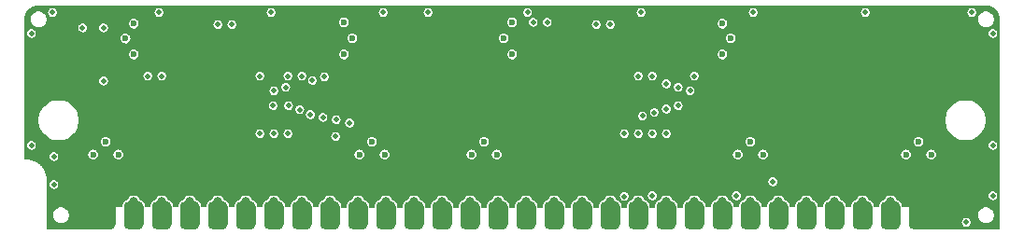
<source format=gbl>
G04 #@! TF.GenerationSoftware,KiCad,Pcbnew,(5.1.10-1-10_14)*
G04 #@! TF.CreationDate,2021-07-02T01:32:44-04:00*
G04 #@! TF.ProjectId,GW4192-SOP,47573431-3932-42d5-934f-502e6b696361,1.0-SOP*
G04 #@! TF.SameCoordinates,Original*
G04 #@! TF.FileFunction,Copper,L4,Bot*
G04 #@! TF.FilePolarity,Positive*
%FSLAX46Y46*%
G04 Gerber Fmt 4.6, Leading zero omitted, Abs format (unit mm)*
G04 Created by KiCad (PCBNEW (5.1.10-1-10_14)) date 2021-07-02 01:32:44*
%MOMM*%
%LPD*%
G01*
G04 APERTURE LIST*
G04 #@! TA.AperFunction,ComponentPad*
%ADD10C,0.800000*%
G04 #@! TD*
G04 #@! TA.AperFunction,ViaPad*
%ADD11C,0.600000*%
G04 #@! TD*
G04 #@! TA.AperFunction,ViaPad*
%ADD12C,0.508000*%
G04 #@! TD*
G04 #@! TA.AperFunction,Conductor*
%ADD13C,0.152400*%
G04 #@! TD*
G04 #@! TA.AperFunction,Conductor*
%ADD14C,0.100000*%
G04 #@! TD*
G04 APERTURE END LIST*
G04 #@! TA.AperFunction,SMDPad,CuDef*
G36*
G01*
X82931000Y-100901500D02*
X82931000Y-99250500D01*
G75*
G02*
X83375500Y-98806000I444500J0D01*
G01*
X84264500Y-98806000D01*
G75*
G02*
X84709000Y-99250500I0J-444500D01*
G01*
X84709000Y-100901500D01*
G75*
G02*
X84264500Y-101346000I-444500J0D01*
G01*
X83375500Y-101346000D01*
G75*
G02*
X82931000Y-100901500I0J444500D01*
G01*
G37*
G04 #@! TD.AperFunction*
G04 #@! TA.AperFunction,SMDPad,CuDef*
G36*
G01*
X85471000Y-100901500D02*
X85471000Y-99250500D01*
G75*
G02*
X85915500Y-98806000I444500J0D01*
G01*
X86804500Y-98806000D01*
G75*
G02*
X87249000Y-99250500I0J-444500D01*
G01*
X87249000Y-100901500D01*
G75*
G02*
X86804500Y-101346000I-444500J0D01*
G01*
X85915500Y-101346000D01*
G75*
G02*
X85471000Y-100901500I0J444500D01*
G01*
G37*
G04 #@! TD.AperFunction*
G04 #@! TA.AperFunction,SMDPad,CuDef*
G36*
G01*
X88011000Y-100901500D02*
X88011000Y-99250500D01*
G75*
G02*
X88455500Y-98806000I444500J0D01*
G01*
X89344500Y-98806000D01*
G75*
G02*
X89789000Y-99250500I0J-444500D01*
G01*
X89789000Y-100901500D01*
G75*
G02*
X89344500Y-101346000I-444500J0D01*
G01*
X88455500Y-101346000D01*
G75*
G02*
X88011000Y-100901500I0J444500D01*
G01*
G37*
G04 #@! TD.AperFunction*
G04 #@! TA.AperFunction,SMDPad,CuDef*
G36*
G01*
X90551000Y-100901500D02*
X90551000Y-99250500D01*
G75*
G02*
X90995500Y-98806000I444500J0D01*
G01*
X91884500Y-98806000D01*
G75*
G02*
X92329000Y-99250500I0J-444500D01*
G01*
X92329000Y-100901500D01*
G75*
G02*
X91884500Y-101346000I-444500J0D01*
G01*
X90995500Y-101346000D01*
G75*
G02*
X90551000Y-100901500I0J444500D01*
G01*
G37*
G04 #@! TD.AperFunction*
G04 #@! TA.AperFunction,SMDPad,CuDef*
G36*
G01*
X93091000Y-100901500D02*
X93091000Y-99250500D01*
G75*
G02*
X93535500Y-98806000I444500J0D01*
G01*
X94424500Y-98806000D01*
G75*
G02*
X94869000Y-99250500I0J-444500D01*
G01*
X94869000Y-100901500D01*
G75*
G02*
X94424500Y-101346000I-444500J0D01*
G01*
X93535500Y-101346000D01*
G75*
G02*
X93091000Y-100901500I0J444500D01*
G01*
G37*
G04 #@! TD.AperFunction*
G04 #@! TA.AperFunction,SMDPad,CuDef*
G36*
G01*
X95631000Y-100901500D02*
X95631000Y-99250500D01*
G75*
G02*
X96075500Y-98806000I444500J0D01*
G01*
X96964500Y-98806000D01*
G75*
G02*
X97409000Y-99250500I0J-444500D01*
G01*
X97409000Y-100901500D01*
G75*
G02*
X96964500Y-101346000I-444500J0D01*
G01*
X96075500Y-101346000D01*
G75*
G02*
X95631000Y-100901500I0J444500D01*
G01*
G37*
G04 #@! TD.AperFunction*
G04 #@! TA.AperFunction,SMDPad,CuDef*
G36*
G01*
X98171000Y-100901500D02*
X98171000Y-99250500D01*
G75*
G02*
X98615500Y-98806000I444500J0D01*
G01*
X99504500Y-98806000D01*
G75*
G02*
X99949000Y-99250500I0J-444500D01*
G01*
X99949000Y-100901500D01*
G75*
G02*
X99504500Y-101346000I-444500J0D01*
G01*
X98615500Y-101346000D01*
G75*
G02*
X98171000Y-100901500I0J444500D01*
G01*
G37*
G04 #@! TD.AperFunction*
G04 #@! TA.AperFunction,SMDPad,CuDef*
G36*
G01*
X100711000Y-100901500D02*
X100711000Y-99250500D01*
G75*
G02*
X101155500Y-98806000I444500J0D01*
G01*
X102044500Y-98806000D01*
G75*
G02*
X102489000Y-99250500I0J-444500D01*
G01*
X102489000Y-100901500D01*
G75*
G02*
X102044500Y-101346000I-444500J0D01*
G01*
X101155500Y-101346000D01*
G75*
G02*
X100711000Y-100901500I0J444500D01*
G01*
G37*
G04 #@! TD.AperFunction*
G04 #@! TA.AperFunction,SMDPad,CuDef*
G36*
G01*
X103251000Y-100901500D02*
X103251000Y-99250500D01*
G75*
G02*
X103695500Y-98806000I444500J0D01*
G01*
X104584500Y-98806000D01*
G75*
G02*
X105029000Y-99250500I0J-444500D01*
G01*
X105029000Y-100901500D01*
G75*
G02*
X104584500Y-101346000I-444500J0D01*
G01*
X103695500Y-101346000D01*
G75*
G02*
X103251000Y-100901500I0J444500D01*
G01*
G37*
G04 #@! TD.AperFunction*
G04 #@! TA.AperFunction,SMDPad,CuDef*
G36*
G01*
X105791000Y-100901500D02*
X105791000Y-99250500D01*
G75*
G02*
X106235500Y-98806000I444500J0D01*
G01*
X107124500Y-98806000D01*
G75*
G02*
X107569000Y-99250500I0J-444500D01*
G01*
X107569000Y-100901500D01*
G75*
G02*
X107124500Y-101346000I-444500J0D01*
G01*
X106235500Y-101346000D01*
G75*
G02*
X105791000Y-100901500I0J444500D01*
G01*
G37*
G04 #@! TD.AperFunction*
G04 #@! TA.AperFunction,SMDPad,CuDef*
G36*
G01*
X108331000Y-100901500D02*
X108331000Y-99250500D01*
G75*
G02*
X108775500Y-98806000I444500J0D01*
G01*
X109664500Y-98806000D01*
G75*
G02*
X110109000Y-99250500I0J-444500D01*
G01*
X110109000Y-100901500D01*
G75*
G02*
X109664500Y-101346000I-444500J0D01*
G01*
X108775500Y-101346000D01*
G75*
G02*
X108331000Y-100901500I0J444500D01*
G01*
G37*
G04 #@! TD.AperFunction*
G04 #@! TA.AperFunction,SMDPad,CuDef*
G36*
G01*
X110871000Y-100901500D02*
X110871000Y-99250500D01*
G75*
G02*
X111315500Y-98806000I444500J0D01*
G01*
X112204500Y-98806000D01*
G75*
G02*
X112649000Y-99250500I0J-444500D01*
G01*
X112649000Y-100901500D01*
G75*
G02*
X112204500Y-101346000I-444500J0D01*
G01*
X111315500Y-101346000D01*
G75*
G02*
X110871000Y-100901500I0J444500D01*
G01*
G37*
G04 #@! TD.AperFunction*
G04 #@! TA.AperFunction,SMDPad,CuDef*
G36*
G01*
X113411000Y-100901500D02*
X113411000Y-99250500D01*
G75*
G02*
X113855500Y-98806000I444500J0D01*
G01*
X114744500Y-98806000D01*
G75*
G02*
X115189000Y-99250500I0J-444500D01*
G01*
X115189000Y-100901500D01*
G75*
G02*
X114744500Y-101346000I-444500J0D01*
G01*
X113855500Y-101346000D01*
G75*
G02*
X113411000Y-100901500I0J444500D01*
G01*
G37*
G04 #@! TD.AperFunction*
G04 #@! TA.AperFunction,SMDPad,CuDef*
G36*
G01*
X115951000Y-100901500D02*
X115951000Y-99250500D01*
G75*
G02*
X116395500Y-98806000I444500J0D01*
G01*
X117284500Y-98806000D01*
G75*
G02*
X117729000Y-99250500I0J-444500D01*
G01*
X117729000Y-100901500D01*
G75*
G02*
X117284500Y-101346000I-444500J0D01*
G01*
X116395500Y-101346000D01*
G75*
G02*
X115951000Y-100901500I0J444500D01*
G01*
G37*
G04 #@! TD.AperFunction*
G04 #@! TA.AperFunction,SMDPad,CuDef*
G36*
G01*
X118491000Y-100901500D02*
X118491000Y-99250500D01*
G75*
G02*
X118935500Y-98806000I444500J0D01*
G01*
X119824500Y-98806000D01*
G75*
G02*
X120269000Y-99250500I0J-444500D01*
G01*
X120269000Y-100901500D01*
G75*
G02*
X119824500Y-101346000I-444500J0D01*
G01*
X118935500Y-101346000D01*
G75*
G02*
X118491000Y-100901500I0J444500D01*
G01*
G37*
G04 #@! TD.AperFunction*
G04 #@! TA.AperFunction,SMDPad,CuDef*
G36*
G01*
X121031000Y-100901500D02*
X121031000Y-99250500D01*
G75*
G02*
X121475500Y-98806000I444500J0D01*
G01*
X122364500Y-98806000D01*
G75*
G02*
X122809000Y-99250500I0J-444500D01*
G01*
X122809000Y-100901500D01*
G75*
G02*
X122364500Y-101346000I-444500J0D01*
G01*
X121475500Y-101346000D01*
G75*
G02*
X121031000Y-100901500I0J444500D01*
G01*
G37*
G04 #@! TD.AperFunction*
G04 #@! TA.AperFunction,SMDPad,CuDef*
G36*
G01*
X123571000Y-100901500D02*
X123571000Y-99250500D01*
G75*
G02*
X124015500Y-98806000I444500J0D01*
G01*
X124904500Y-98806000D01*
G75*
G02*
X125349000Y-99250500I0J-444500D01*
G01*
X125349000Y-100901500D01*
G75*
G02*
X124904500Y-101346000I-444500J0D01*
G01*
X124015500Y-101346000D01*
G75*
G02*
X123571000Y-100901500I0J444500D01*
G01*
G37*
G04 #@! TD.AperFunction*
G04 #@! TA.AperFunction,SMDPad,CuDef*
G36*
G01*
X126111000Y-100901500D02*
X126111000Y-99250500D01*
G75*
G02*
X126555500Y-98806000I444500J0D01*
G01*
X127444500Y-98806000D01*
G75*
G02*
X127889000Y-99250500I0J-444500D01*
G01*
X127889000Y-100901500D01*
G75*
G02*
X127444500Y-101346000I-444500J0D01*
G01*
X126555500Y-101346000D01*
G75*
G02*
X126111000Y-100901500I0J444500D01*
G01*
G37*
G04 #@! TD.AperFunction*
G04 #@! TA.AperFunction,SMDPad,CuDef*
G36*
G01*
X128651000Y-100901500D02*
X128651000Y-99250500D01*
G75*
G02*
X129095500Y-98806000I444500J0D01*
G01*
X129984500Y-98806000D01*
G75*
G02*
X130429000Y-99250500I0J-444500D01*
G01*
X130429000Y-100901500D01*
G75*
G02*
X129984500Y-101346000I-444500J0D01*
G01*
X129095500Y-101346000D01*
G75*
G02*
X128651000Y-100901500I0J444500D01*
G01*
G37*
G04 #@! TD.AperFunction*
G04 #@! TA.AperFunction,SMDPad,CuDef*
G36*
G01*
X131191000Y-100901500D02*
X131191000Y-99250500D01*
G75*
G02*
X131635500Y-98806000I444500J0D01*
G01*
X132524500Y-98806000D01*
G75*
G02*
X132969000Y-99250500I0J-444500D01*
G01*
X132969000Y-100901500D01*
G75*
G02*
X132524500Y-101346000I-444500J0D01*
G01*
X131635500Y-101346000D01*
G75*
G02*
X131191000Y-100901500I0J444500D01*
G01*
G37*
G04 #@! TD.AperFunction*
G04 #@! TA.AperFunction,SMDPad,CuDef*
G36*
G01*
X133731000Y-100901500D02*
X133731000Y-99250500D01*
G75*
G02*
X134175500Y-98806000I444500J0D01*
G01*
X135064500Y-98806000D01*
G75*
G02*
X135509000Y-99250500I0J-444500D01*
G01*
X135509000Y-100901500D01*
G75*
G02*
X135064500Y-101346000I-444500J0D01*
G01*
X134175500Y-101346000D01*
G75*
G02*
X133731000Y-100901500I0J444500D01*
G01*
G37*
G04 #@! TD.AperFunction*
G04 #@! TA.AperFunction,SMDPad,CuDef*
G36*
G01*
X136271000Y-100901500D02*
X136271000Y-99250500D01*
G75*
G02*
X136715500Y-98806000I444500J0D01*
G01*
X137604500Y-98806000D01*
G75*
G02*
X138049000Y-99250500I0J-444500D01*
G01*
X138049000Y-100901500D01*
G75*
G02*
X137604500Y-101346000I-444500J0D01*
G01*
X136715500Y-101346000D01*
G75*
G02*
X136271000Y-100901500I0J444500D01*
G01*
G37*
G04 #@! TD.AperFunction*
G04 #@! TA.AperFunction,SMDPad,CuDef*
G36*
G01*
X138811000Y-100901500D02*
X138811000Y-99250500D01*
G75*
G02*
X139255500Y-98806000I444500J0D01*
G01*
X140144500Y-98806000D01*
G75*
G02*
X140589000Y-99250500I0J-444500D01*
G01*
X140589000Y-100901500D01*
G75*
G02*
X140144500Y-101346000I-444500J0D01*
G01*
X139255500Y-101346000D01*
G75*
G02*
X138811000Y-100901500I0J444500D01*
G01*
G37*
G04 #@! TD.AperFunction*
G04 #@! TA.AperFunction,SMDPad,CuDef*
G36*
G01*
X141351000Y-100901500D02*
X141351000Y-99250500D01*
G75*
G02*
X141795500Y-98806000I444500J0D01*
G01*
X142684500Y-98806000D01*
G75*
G02*
X143129000Y-99250500I0J-444500D01*
G01*
X143129000Y-100901500D01*
G75*
G02*
X142684500Y-101346000I-444500J0D01*
G01*
X141795500Y-101346000D01*
G75*
G02*
X141351000Y-100901500I0J444500D01*
G01*
G37*
G04 #@! TD.AperFunction*
G04 #@! TA.AperFunction,SMDPad,CuDef*
G36*
G01*
X143891000Y-100901500D02*
X143891000Y-99250500D01*
G75*
G02*
X144335500Y-98806000I444500J0D01*
G01*
X145224500Y-98806000D01*
G75*
G02*
X145669000Y-99250500I0J-444500D01*
G01*
X145669000Y-100901500D01*
G75*
G02*
X145224500Y-101346000I-444500J0D01*
G01*
X144335500Y-101346000D01*
G75*
G02*
X143891000Y-100901500I0J444500D01*
G01*
G37*
G04 #@! TD.AperFunction*
G04 #@! TA.AperFunction,SMDPad,CuDef*
G36*
G01*
X146431000Y-100901500D02*
X146431000Y-99250500D01*
G75*
G02*
X146875500Y-98806000I444500J0D01*
G01*
X147764500Y-98806000D01*
G75*
G02*
X148209000Y-99250500I0J-444500D01*
G01*
X148209000Y-100901500D01*
G75*
G02*
X147764500Y-101346000I-444500J0D01*
G01*
X146875500Y-101346000D01*
G75*
G02*
X146431000Y-100901500I0J444500D01*
G01*
G37*
G04 #@! TD.AperFunction*
G04 #@! TA.AperFunction,SMDPad,CuDef*
G36*
G01*
X148971000Y-100901500D02*
X148971000Y-99250500D01*
G75*
G02*
X149415500Y-98806000I444500J0D01*
G01*
X150304500Y-98806000D01*
G75*
G02*
X150749000Y-99250500I0J-444500D01*
G01*
X150749000Y-100901500D01*
G75*
G02*
X150304500Y-101346000I-444500J0D01*
G01*
X149415500Y-101346000D01*
G75*
G02*
X148971000Y-100901500I0J444500D01*
G01*
G37*
G04 #@! TD.AperFunction*
G04 #@! TA.AperFunction,SMDPad,CuDef*
G36*
G01*
X151511000Y-100901500D02*
X151511000Y-99250500D01*
G75*
G02*
X151955500Y-98806000I444500J0D01*
G01*
X152844500Y-98806000D01*
G75*
G02*
X153289000Y-99250500I0J-444500D01*
G01*
X153289000Y-100901500D01*
G75*
G02*
X152844500Y-101346000I-444500J0D01*
G01*
X151955500Y-101346000D01*
G75*
G02*
X151511000Y-100901500I0J444500D01*
G01*
G37*
G04 #@! TD.AperFunction*
G04 #@! TA.AperFunction,SMDPad,CuDef*
G36*
G01*
X154051000Y-100901500D02*
X154051000Y-99250500D01*
G75*
G02*
X154495500Y-98806000I444500J0D01*
G01*
X155384500Y-98806000D01*
G75*
G02*
X155829000Y-99250500I0J-444500D01*
G01*
X155829000Y-100901500D01*
G75*
G02*
X155384500Y-101346000I-444500J0D01*
G01*
X154495500Y-101346000D01*
G75*
G02*
X154051000Y-100901500I0J444500D01*
G01*
G37*
G04 #@! TD.AperFunction*
G04 #@! TA.AperFunction,SMDPad,CuDef*
G36*
G01*
X156591000Y-100901500D02*
X156591000Y-99250500D01*
G75*
G02*
X157035500Y-98806000I444500J0D01*
G01*
X157924500Y-98806000D01*
G75*
G02*
X158369000Y-99250500I0J-444500D01*
G01*
X158369000Y-100901500D01*
G75*
G02*
X157924500Y-101346000I-444500J0D01*
G01*
X157035500Y-101346000D01*
G75*
G02*
X156591000Y-100901500I0J444500D01*
G01*
G37*
G04 #@! TD.AperFunction*
D10*
X88900000Y-98806000D03*
X86360000Y-98806000D03*
X83820000Y-98806000D03*
X93980000Y-98806000D03*
X91440000Y-98806000D03*
X96520000Y-98806000D03*
X99060000Y-98806000D03*
X104140000Y-98806000D03*
X101600000Y-98806000D03*
X109220000Y-98806000D03*
X106680000Y-98806000D03*
X111760000Y-98806000D03*
X116840000Y-98806000D03*
X114300000Y-98806000D03*
X119380000Y-98806000D03*
X124460000Y-98806000D03*
X121920000Y-98806000D03*
X127000000Y-98806000D03*
X149860000Y-98806000D03*
X147320000Y-98806000D03*
X152400000Y-98806000D03*
X134620000Y-98806000D03*
X132080000Y-98806000D03*
X137160000Y-98806000D03*
X142240000Y-98806000D03*
X139700000Y-98806000D03*
X144780000Y-98806000D03*
X129540000Y-98806000D03*
X154940000Y-98806000D03*
X157480000Y-98806000D03*
D11*
X83820000Y-97028000D03*
X143383000Y-95885000D03*
X82677000Y-95885000D03*
X156337000Y-95885000D03*
X158623000Y-95885000D03*
X157480000Y-97028000D03*
X109093000Y-95885000D03*
X118110000Y-97028000D03*
X116967000Y-95885000D03*
X106172000Y-96075500D03*
X86360000Y-97409000D03*
X85598000Y-96075500D03*
X120650000Y-97409000D03*
X139700000Y-97409000D03*
X140462000Y-96075500D03*
D12*
X105410000Y-97345500D03*
D11*
X119888000Y-96075500D03*
D12*
X77089000Y-88646000D03*
X164211000Y-88646000D03*
X157734000Y-81661000D03*
X147574000Y-81661000D03*
X137414000Y-81661000D03*
X127000000Y-81661000D03*
X117094000Y-81661000D03*
X83566000Y-81661000D03*
X93726000Y-81661000D03*
X103886000Y-81661000D03*
X142240000Y-96964500D03*
D11*
X86360000Y-94615000D03*
X105410000Y-94615000D03*
D12*
X130810000Y-92646500D03*
X83629500Y-87884000D03*
X128270000Y-82740500D03*
X93980000Y-82740500D03*
X88900000Y-87439500D03*
X87630000Y-87439500D03*
X132461000Y-91059000D03*
X135699500Y-88455500D03*
X134620000Y-90424000D03*
X136779000Y-88773000D03*
X133540500Y-90741500D03*
X135699500Y-90106500D03*
X134620000Y-88138000D03*
X77089000Y-93726000D03*
X77089000Y-83566000D03*
X162306000Y-81661000D03*
X164211000Y-98298000D03*
X79121000Y-94742000D03*
D11*
X141097000Y-94551500D03*
X142240000Y-93408500D03*
X106807000Y-94551500D03*
X109093000Y-94551500D03*
X82677000Y-94551500D03*
X84963000Y-94551500D03*
X83820000Y-93408500D03*
X158623000Y-94551500D03*
X156337000Y-94551500D03*
X157480000Y-93408500D03*
X119253000Y-94551500D03*
X116967000Y-94551500D03*
X143383000Y-94551500D03*
X107950000Y-93408500D03*
D12*
X83629500Y-83058000D03*
X105918000Y-91694000D03*
X122555000Y-82550000D03*
X123825000Y-82550000D03*
X104711500Y-91376500D03*
X103505000Y-91186000D03*
X102362000Y-90932000D03*
X101409500Y-90487500D03*
X100393500Y-90106500D03*
X99060000Y-88773000D03*
X103632000Y-87503000D03*
X102552500Y-87820500D03*
D11*
X118110000Y-93408500D03*
X86360000Y-82677000D03*
X106172000Y-84010500D03*
X119888000Y-84010500D03*
X139700000Y-82677000D03*
X140462000Y-84010500D03*
X120650000Y-82550000D03*
X105410000Y-82550000D03*
X85615500Y-84028000D03*
D12*
X100139500Y-88455500D03*
X98996500Y-90106500D03*
X133350000Y-98298000D03*
X79121000Y-97282000D03*
X161798000Y-100711000D03*
X164211000Y-93726000D03*
X164211000Y-83566000D03*
X152654000Y-81661000D03*
X142494000Y-81661000D03*
X132334000Y-81661000D03*
X122047000Y-81661000D03*
X78994000Y-81661000D03*
X88646000Y-81661000D03*
X98806000Y-81661000D03*
X108966000Y-81661000D03*
X113030000Y-81661000D03*
X144272000Y-97028000D03*
X140970000Y-98298000D03*
X130810000Y-98361500D03*
X104648000Y-92900500D03*
D11*
X86360000Y-85471000D03*
X105410000Y-85471000D03*
X120650000Y-85471000D03*
X139700000Y-85471000D03*
D12*
X97790000Y-92646500D03*
X99060000Y-92646500D03*
X100330000Y-92646500D03*
X134620000Y-92646500D03*
X133350000Y-92646500D03*
X132080000Y-92646500D03*
X132080000Y-87439500D03*
X133350000Y-87439500D03*
X101600000Y-87439500D03*
X137160000Y-87439500D03*
X100330000Y-87439500D03*
X97790000Y-87439500D03*
X81724500Y-83058000D03*
X129540000Y-82740500D03*
X95250000Y-82740500D03*
D13*
X163807884Y-81124912D02*
X164030929Y-81192254D01*
X164236653Y-81301639D01*
X164417209Y-81448896D01*
X164565723Y-81628420D01*
X164676544Y-81833378D01*
X164745441Y-82055947D01*
X164771400Y-82302934D01*
X164771401Y-101271400D01*
X157689548Y-101271400D01*
X157925966Y-100663468D01*
X161315400Y-100663468D01*
X161315400Y-100758532D01*
X161333946Y-100851769D01*
X161370326Y-100939597D01*
X161423140Y-101018640D01*
X161490360Y-101085860D01*
X161569403Y-101138674D01*
X161657231Y-101175054D01*
X161750468Y-101193600D01*
X161845532Y-101193600D01*
X161938769Y-101175054D01*
X162026597Y-101138674D01*
X162105640Y-101085860D01*
X162172860Y-101018640D01*
X162225674Y-100939597D01*
X162262054Y-100851769D01*
X162280600Y-100758532D01*
X162280600Y-100663468D01*
X162262054Y-100570231D01*
X162225674Y-100482403D01*
X162172860Y-100403360D01*
X162105640Y-100336140D01*
X162026597Y-100283326D01*
X161938769Y-100246946D01*
X161845532Y-100228400D01*
X161750468Y-100228400D01*
X161657231Y-100246946D01*
X161569403Y-100283326D01*
X161490360Y-100336140D01*
X161423140Y-100403360D01*
X161370326Y-100482403D01*
X161333946Y-100570231D01*
X161315400Y-100663468D01*
X157925966Y-100663468D01*
X158185243Y-99996754D01*
X162771400Y-99996754D01*
X162771400Y-100155246D01*
X162802320Y-100310693D01*
X162862973Y-100457121D01*
X162951026Y-100588903D01*
X163063097Y-100700974D01*
X163194879Y-100789027D01*
X163341307Y-100849680D01*
X163496754Y-100880600D01*
X163655246Y-100880600D01*
X163810693Y-100849680D01*
X163957121Y-100789027D01*
X164088903Y-100700974D01*
X164200974Y-100588903D01*
X164289027Y-100457121D01*
X164349680Y-100310693D01*
X164380600Y-100155246D01*
X164380600Y-99996754D01*
X164349680Y-99841307D01*
X164289027Y-99694879D01*
X164200974Y-99563097D01*
X164088903Y-99451026D01*
X163957121Y-99362973D01*
X163810693Y-99302320D01*
X163655246Y-99271400D01*
X163496754Y-99271400D01*
X163341307Y-99302320D01*
X163194879Y-99362973D01*
X163063097Y-99451026D01*
X162951026Y-99563097D01*
X162862973Y-99694879D01*
X162802320Y-99841307D01*
X162771400Y-99996754D01*
X158185243Y-99996754D01*
X158440019Y-99341618D01*
X158443760Y-99328743D01*
X158445200Y-99313875D01*
X158443711Y-99299011D01*
X158439352Y-99284724D01*
X158432288Y-99271561D01*
X158422793Y-99260030D01*
X158411230Y-99250572D01*
X158398045Y-99243553D01*
X158383743Y-99239240D01*
X158368875Y-99237800D01*
X156057830Y-99241601D01*
X156045751Y-99118969D01*
X156007385Y-98992493D01*
X155945082Y-98875931D01*
X155861236Y-98773764D01*
X155759069Y-98689918D01*
X155642507Y-98627615D01*
X155532707Y-98594308D01*
X155497059Y-98508246D01*
X155428266Y-98405291D01*
X155340709Y-98317734D01*
X155240040Y-98250468D01*
X163728400Y-98250468D01*
X163728400Y-98345532D01*
X163746946Y-98438769D01*
X163783326Y-98526597D01*
X163836140Y-98605640D01*
X163903360Y-98672860D01*
X163982403Y-98725674D01*
X164070231Y-98762054D01*
X164163468Y-98780600D01*
X164258532Y-98780600D01*
X164351769Y-98762054D01*
X164439597Y-98725674D01*
X164518640Y-98672860D01*
X164585860Y-98605640D01*
X164638674Y-98526597D01*
X164675054Y-98438769D01*
X164693600Y-98345532D01*
X164693600Y-98250468D01*
X164675054Y-98157231D01*
X164638674Y-98069403D01*
X164585860Y-97990360D01*
X164518640Y-97923140D01*
X164439597Y-97870326D01*
X164351769Y-97833946D01*
X164258532Y-97815400D01*
X164163468Y-97815400D01*
X164070231Y-97833946D01*
X163982403Y-97870326D01*
X163903360Y-97923140D01*
X163836140Y-97990360D01*
X163783326Y-98069403D01*
X163746946Y-98157231D01*
X163728400Y-98250468D01*
X155240040Y-98250468D01*
X155237754Y-98248941D01*
X155123356Y-98201556D01*
X155001912Y-98177400D01*
X154878088Y-98177400D01*
X154756644Y-98201556D01*
X154642246Y-98248941D01*
X154539291Y-98317734D01*
X154451734Y-98405291D01*
X154382941Y-98508246D01*
X154347293Y-98594308D01*
X154237493Y-98627615D01*
X154120931Y-98689918D01*
X154018764Y-98773764D01*
X153934918Y-98875931D01*
X153872615Y-98992493D01*
X153834249Y-99118969D01*
X153821808Y-99245279D01*
X153518241Y-99245778D01*
X153505751Y-99118969D01*
X153467385Y-98992493D01*
X153405082Y-98875931D01*
X153321236Y-98773764D01*
X153219069Y-98689918D01*
X153102507Y-98627615D01*
X152992707Y-98594308D01*
X152957059Y-98508246D01*
X152888266Y-98405291D01*
X152800709Y-98317734D01*
X152697754Y-98248941D01*
X152583356Y-98201556D01*
X152461912Y-98177400D01*
X152338088Y-98177400D01*
X152216644Y-98201556D01*
X152102246Y-98248941D01*
X151999291Y-98317734D01*
X151911734Y-98405291D01*
X151842941Y-98508246D01*
X151807293Y-98594308D01*
X151697493Y-98627615D01*
X151580931Y-98689918D01*
X151478764Y-98773764D01*
X151394918Y-98875931D01*
X151332615Y-98992493D01*
X151294249Y-99118969D01*
X151281397Y-99249457D01*
X150978652Y-99249955D01*
X150965751Y-99118969D01*
X150927385Y-98992493D01*
X150865082Y-98875931D01*
X150781236Y-98773764D01*
X150679069Y-98689918D01*
X150562507Y-98627615D01*
X150452707Y-98594308D01*
X150417059Y-98508246D01*
X150348266Y-98405291D01*
X150260709Y-98317734D01*
X150157754Y-98248941D01*
X150043356Y-98201556D01*
X149921912Y-98177400D01*
X149798088Y-98177400D01*
X149676644Y-98201556D01*
X149562246Y-98248941D01*
X149459291Y-98317734D01*
X149371734Y-98405291D01*
X149302941Y-98508246D01*
X149267293Y-98594308D01*
X149157493Y-98627615D01*
X149040931Y-98689918D01*
X148938764Y-98773764D01*
X148854918Y-98875931D01*
X148792615Y-98992493D01*
X148754249Y-99118969D01*
X148741294Y-99250500D01*
X148741294Y-99253635D01*
X148438706Y-99254133D01*
X148438706Y-99250500D01*
X148425751Y-99118969D01*
X148387385Y-98992493D01*
X148325082Y-98875931D01*
X148241236Y-98773764D01*
X148139069Y-98689918D01*
X148022507Y-98627615D01*
X147912707Y-98594308D01*
X147877059Y-98508246D01*
X147808266Y-98405291D01*
X147720709Y-98317734D01*
X147617754Y-98248941D01*
X147503356Y-98201556D01*
X147381912Y-98177400D01*
X147258088Y-98177400D01*
X147136644Y-98201556D01*
X147022246Y-98248941D01*
X146919291Y-98317734D01*
X146831734Y-98405291D01*
X146762941Y-98508246D01*
X146727293Y-98594308D01*
X146617493Y-98627615D01*
X146500931Y-98689918D01*
X146398764Y-98773764D01*
X146314918Y-98875931D01*
X146252615Y-98992493D01*
X146214249Y-99118969D01*
X146201294Y-99250500D01*
X146201294Y-99257813D01*
X145898706Y-99258310D01*
X145898706Y-99250500D01*
X145885751Y-99118969D01*
X145847385Y-98992493D01*
X145785082Y-98875931D01*
X145701236Y-98773764D01*
X145599069Y-98689918D01*
X145482507Y-98627615D01*
X145372707Y-98594308D01*
X145337059Y-98508246D01*
X145268266Y-98405291D01*
X145180709Y-98317734D01*
X145077754Y-98248941D01*
X144963356Y-98201556D01*
X144841912Y-98177400D01*
X144718088Y-98177400D01*
X144596644Y-98201556D01*
X144482246Y-98248941D01*
X144379291Y-98317734D01*
X144291734Y-98405291D01*
X144222941Y-98508246D01*
X144187293Y-98594308D01*
X144077493Y-98627615D01*
X143960931Y-98689918D01*
X143858764Y-98773764D01*
X143774918Y-98875931D01*
X143712615Y-98992493D01*
X143674249Y-99118969D01*
X143661294Y-99250500D01*
X143661294Y-99261990D01*
X143358706Y-99262488D01*
X143358706Y-99250500D01*
X143345751Y-99118969D01*
X143307385Y-98992493D01*
X143245082Y-98875931D01*
X143161236Y-98773764D01*
X143059069Y-98689918D01*
X142942507Y-98627615D01*
X142832707Y-98594308D01*
X142797059Y-98508246D01*
X142728266Y-98405291D01*
X142640709Y-98317734D01*
X142537754Y-98248941D01*
X142423356Y-98201556D01*
X142301912Y-98177400D01*
X142178088Y-98177400D01*
X142056644Y-98201556D01*
X141942246Y-98248941D01*
X141839291Y-98317734D01*
X141751734Y-98405291D01*
X141682941Y-98508246D01*
X141647293Y-98594308D01*
X141537493Y-98627615D01*
X141420931Y-98689918D01*
X141318764Y-98773764D01*
X141234918Y-98875931D01*
X141172615Y-98992493D01*
X141134249Y-99118969D01*
X141121294Y-99250500D01*
X141121294Y-99266168D01*
X140818706Y-99266666D01*
X140818706Y-99250500D01*
X140805751Y-99118969D01*
X140767385Y-98992493D01*
X140705082Y-98875931D01*
X140621236Y-98773764D01*
X140519069Y-98689918D01*
X140402507Y-98627615D01*
X140292707Y-98594308D01*
X140257059Y-98508246D01*
X140188266Y-98405291D01*
X140100709Y-98317734D01*
X140000040Y-98250468D01*
X140487400Y-98250468D01*
X140487400Y-98345532D01*
X140505946Y-98438769D01*
X140542326Y-98526597D01*
X140595140Y-98605640D01*
X140662360Y-98672860D01*
X140741403Y-98725674D01*
X140829231Y-98762054D01*
X140922468Y-98780600D01*
X141017532Y-98780600D01*
X141110769Y-98762054D01*
X141198597Y-98725674D01*
X141277640Y-98672860D01*
X141344860Y-98605640D01*
X141397674Y-98526597D01*
X141434054Y-98438769D01*
X141452600Y-98345532D01*
X141452600Y-98250468D01*
X141434054Y-98157231D01*
X141397674Y-98069403D01*
X141344860Y-97990360D01*
X141277640Y-97923140D01*
X141198597Y-97870326D01*
X141110769Y-97833946D01*
X141017532Y-97815400D01*
X140922468Y-97815400D01*
X140829231Y-97833946D01*
X140741403Y-97870326D01*
X140662360Y-97923140D01*
X140595140Y-97990360D01*
X140542326Y-98069403D01*
X140505946Y-98157231D01*
X140487400Y-98250468D01*
X140000040Y-98250468D01*
X139997754Y-98248941D01*
X139883356Y-98201556D01*
X139761912Y-98177400D01*
X139638088Y-98177400D01*
X139516644Y-98201556D01*
X139402246Y-98248941D01*
X139299291Y-98317734D01*
X139211734Y-98405291D01*
X139142941Y-98508246D01*
X139107293Y-98594308D01*
X138997493Y-98627615D01*
X138880931Y-98689918D01*
X138778764Y-98773764D01*
X138694918Y-98875931D01*
X138632615Y-98992493D01*
X138594249Y-99118969D01*
X138581294Y-99250500D01*
X138581294Y-99270345D01*
X138278706Y-99270843D01*
X138278706Y-99250500D01*
X138265751Y-99118969D01*
X138227385Y-98992493D01*
X138165082Y-98875931D01*
X138081236Y-98773764D01*
X137979069Y-98689918D01*
X137862507Y-98627615D01*
X137752707Y-98594308D01*
X137717059Y-98508246D01*
X137648266Y-98405291D01*
X137560709Y-98317734D01*
X137457754Y-98248941D01*
X137343356Y-98201556D01*
X137221912Y-98177400D01*
X137098088Y-98177400D01*
X136976644Y-98201556D01*
X136862246Y-98248941D01*
X136759291Y-98317734D01*
X136671734Y-98405291D01*
X136602941Y-98508246D01*
X136567293Y-98594308D01*
X136457493Y-98627615D01*
X136340931Y-98689918D01*
X136238764Y-98773764D01*
X136154918Y-98875931D01*
X136092615Y-98992493D01*
X136054249Y-99118969D01*
X136041294Y-99250500D01*
X136041294Y-99274523D01*
X135738706Y-99275021D01*
X135738706Y-99250500D01*
X135725751Y-99118969D01*
X135687385Y-98992493D01*
X135625082Y-98875931D01*
X135541236Y-98773764D01*
X135439069Y-98689918D01*
X135322507Y-98627615D01*
X135212707Y-98594308D01*
X135177059Y-98508246D01*
X135108266Y-98405291D01*
X135020709Y-98317734D01*
X134917754Y-98248941D01*
X134803356Y-98201556D01*
X134681912Y-98177400D01*
X134558088Y-98177400D01*
X134436644Y-98201556D01*
X134322246Y-98248941D01*
X134219291Y-98317734D01*
X134131734Y-98405291D01*
X134062941Y-98508246D01*
X134027293Y-98594308D01*
X133917493Y-98627615D01*
X133800931Y-98689918D01*
X133698764Y-98773764D01*
X133614918Y-98875931D01*
X133552615Y-98992493D01*
X133514249Y-99118969D01*
X133501294Y-99250500D01*
X133501294Y-99278701D01*
X133198706Y-99279198D01*
X133198706Y-99250500D01*
X133185751Y-99118969D01*
X133147385Y-98992493D01*
X133085082Y-98875931D01*
X133001236Y-98773764D01*
X132899069Y-98689918D01*
X132782507Y-98627615D01*
X132672707Y-98594308D01*
X132637059Y-98508246D01*
X132568266Y-98405291D01*
X132480709Y-98317734D01*
X132380040Y-98250468D01*
X132867400Y-98250468D01*
X132867400Y-98345532D01*
X132885946Y-98438769D01*
X132922326Y-98526597D01*
X132975140Y-98605640D01*
X133042360Y-98672860D01*
X133121403Y-98725674D01*
X133209231Y-98762054D01*
X133302468Y-98780600D01*
X133397532Y-98780600D01*
X133490769Y-98762054D01*
X133578597Y-98725674D01*
X133657640Y-98672860D01*
X133724860Y-98605640D01*
X133777674Y-98526597D01*
X133814054Y-98438769D01*
X133832600Y-98345532D01*
X133832600Y-98250468D01*
X133814054Y-98157231D01*
X133777674Y-98069403D01*
X133724860Y-97990360D01*
X133657640Y-97923140D01*
X133578597Y-97870326D01*
X133490769Y-97833946D01*
X133397532Y-97815400D01*
X133302468Y-97815400D01*
X133209231Y-97833946D01*
X133121403Y-97870326D01*
X133042360Y-97923140D01*
X132975140Y-97990360D01*
X132922326Y-98069403D01*
X132885946Y-98157231D01*
X132867400Y-98250468D01*
X132380040Y-98250468D01*
X132377754Y-98248941D01*
X132263356Y-98201556D01*
X132141912Y-98177400D01*
X132018088Y-98177400D01*
X131896644Y-98201556D01*
X131782246Y-98248941D01*
X131679291Y-98317734D01*
X131591734Y-98405291D01*
X131522941Y-98508246D01*
X131487293Y-98594308D01*
X131377493Y-98627615D01*
X131260931Y-98689918D01*
X131158764Y-98773764D01*
X131074918Y-98875931D01*
X131012615Y-98992493D01*
X130974249Y-99118969D01*
X130961294Y-99250500D01*
X130961294Y-99282878D01*
X130658706Y-99283376D01*
X130658706Y-99250500D01*
X130645751Y-99118969D01*
X130607385Y-98992493D01*
X130545082Y-98875931D01*
X130461236Y-98773764D01*
X130359069Y-98689918D01*
X130242507Y-98627615D01*
X130132707Y-98594308D01*
X130097059Y-98508246D01*
X130028266Y-98405291D01*
X129940709Y-98317734D01*
X129935073Y-98313968D01*
X130327400Y-98313968D01*
X130327400Y-98409032D01*
X130345946Y-98502269D01*
X130382326Y-98590097D01*
X130435140Y-98669140D01*
X130502360Y-98736360D01*
X130581403Y-98789174D01*
X130669231Y-98825554D01*
X130762468Y-98844100D01*
X130857532Y-98844100D01*
X130950769Y-98825554D01*
X131038597Y-98789174D01*
X131117640Y-98736360D01*
X131184860Y-98669140D01*
X131237674Y-98590097D01*
X131274054Y-98502269D01*
X131292600Y-98409032D01*
X131292600Y-98313968D01*
X131274054Y-98220731D01*
X131237674Y-98132903D01*
X131184860Y-98053860D01*
X131117640Y-97986640D01*
X131038597Y-97933826D01*
X130950769Y-97897446D01*
X130857532Y-97878900D01*
X130762468Y-97878900D01*
X130669231Y-97897446D01*
X130581403Y-97933826D01*
X130502360Y-97986640D01*
X130435140Y-98053860D01*
X130382326Y-98132903D01*
X130345946Y-98220731D01*
X130327400Y-98313968D01*
X129935073Y-98313968D01*
X129837754Y-98248941D01*
X129723356Y-98201556D01*
X129601912Y-98177400D01*
X129478088Y-98177400D01*
X129356644Y-98201556D01*
X129242246Y-98248941D01*
X129139291Y-98317734D01*
X129051734Y-98405291D01*
X128982941Y-98508246D01*
X128947293Y-98594308D01*
X128837493Y-98627615D01*
X128720931Y-98689918D01*
X128618764Y-98773764D01*
X128534918Y-98875931D01*
X128472615Y-98992493D01*
X128434249Y-99118969D01*
X128421294Y-99250500D01*
X128421294Y-99287056D01*
X128118706Y-99287554D01*
X128118706Y-99250500D01*
X128105751Y-99118969D01*
X128067385Y-98992493D01*
X128005082Y-98875931D01*
X127921236Y-98773764D01*
X127819069Y-98689918D01*
X127702507Y-98627615D01*
X127592707Y-98594308D01*
X127557059Y-98508246D01*
X127488266Y-98405291D01*
X127400709Y-98317734D01*
X127297754Y-98248941D01*
X127183356Y-98201556D01*
X127061912Y-98177400D01*
X126938088Y-98177400D01*
X126816644Y-98201556D01*
X126702246Y-98248941D01*
X126599291Y-98317734D01*
X126511734Y-98405291D01*
X126442941Y-98508246D01*
X126407293Y-98594308D01*
X126297493Y-98627615D01*
X126180931Y-98689918D01*
X126078764Y-98773764D01*
X125994918Y-98875931D01*
X125932615Y-98992493D01*
X125894249Y-99118969D01*
X125881294Y-99250500D01*
X125881294Y-99291234D01*
X125578706Y-99291731D01*
X125578706Y-99250500D01*
X125565751Y-99118969D01*
X125527385Y-98992493D01*
X125465082Y-98875931D01*
X125381236Y-98773764D01*
X125279069Y-98689918D01*
X125162507Y-98627615D01*
X125052707Y-98594308D01*
X125017059Y-98508246D01*
X124948266Y-98405291D01*
X124860709Y-98317734D01*
X124757754Y-98248941D01*
X124643356Y-98201556D01*
X124521912Y-98177400D01*
X124398088Y-98177400D01*
X124276644Y-98201556D01*
X124162246Y-98248941D01*
X124059291Y-98317734D01*
X123971734Y-98405291D01*
X123902941Y-98508246D01*
X123867293Y-98594308D01*
X123757493Y-98627615D01*
X123640931Y-98689918D01*
X123538764Y-98773764D01*
X123454918Y-98875931D01*
X123392615Y-98992493D01*
X123354249Y-99118969D01*
X123341294Y-99250500D01*
X123341294Y-99295411D01*
X123038706Y-99295909D01*
X123038706Y-99250500D01*
X123025751Y-99118969D01*
X122987385Y-98992493D01*
X122925082Y-98875931D01*
X122841236Y-98773764D01*
X122739069Y-98689918D01*
X122622507Y-98627615D01*
X122512707Y-98594308D01*
X122477059Y-98508246D01*
X122408266Y-98405291D01*
X122320709Y-98317734D01*
X122217754Y-98248941D01*
X122103356Y-98201556D01*
X121981912Y-98177400D01*
X121858088Y-98177400D01*
X121736644Y-98201556D01*
X121622246Y-98248941D01*
X121519291Y-98317734D01*
X121431734Y-98405291D01*
X121362941Y-98508246D01*
X121327293Y-98594308D01*
X121217493Y-98627615D01*
X121100931Y-98689918D01*
X120998764Y-98773764D01*
X120914918Y-98875931D01*
X120852615Y-98992493D01*
X120814249Y-99118969D01*
X120801294Y-99250500D01*
X120801294Y-99299589D01*
X120498706Y-99300087D01*
X120498706Y-99250500D01*
X120485751Y-99118969D01*
X120447385Y-98992493D01*
X120385082Y-98875931D01*
X120301236Y-98773764D01*
X120199069Y-98689918D01*
X120082507Y-98627615D01*
X119972707Y-98594308D01*
X119937059Y-98508246D01*
X119868266Y-98405291D01*
X119780709Y-98317734D01*
X119677754Y-98248941D01*
X119563356Y-98201556D01*
X119441912Y-98177400D01*
X119318088Y-98177400D01*
X119196644Y-98201556D01*
X119082246Y-98248941D01*
X118979291Y-98317734D01*
X118891734Y-98405291D01*
X118822941Y-98508246D01*
X118787293Y-98594308D01*
X118677493Y-98627615D01*
X118560931Y-98689918D01*
X118458764Y-98773764D01*
X118374918Y-98875931D01*
X118312615Y-98992493D01*
X118274249Y-99118969D01*
X118261294Y-99250500D01*
X118261294Y-99298714D01*
X117958706Y-99298193D01*
X117958706Y-99250500D01*
X117945751Y-99118969D01*
X117907385Y-98992493D01*
X117845082Y-98875931D01*
X117761236Y-98773764D01*
X117659069Y-98689918D01*
X117542507Y-98627615D01*
X117432707Y-98594308D01*
X117397059Y-98508246D01*
X117328266Y-98405291D01*
X117240709Y-98317734D01*
X117137754Y-98248941D01*
X117023356Y-98201556D01*
X116901912Y-98177400D01*
X116778088Y-98177400D01*
X116656644Y-98201556D01*
X116542246Y-98248941D01*
X116439291Y-98317734D01*
X116351734Y-98405291D01*
X116282941Y-98508246D01*
X116247293Y-98594308D01*
X116137493Y-98627615D01*
X116020931Y-98689918D01*
X115918764Y-98773764D01*
X115834918Y-98875931D01*
X115772615Y-98992493D01*
X115734249Y-99118969D01*
X115721294Y-99250500D01*
X115721294Y-99294335D01*
X115418706Y-99293813D01*
X115418706Y-99250500D01*
X115405751Y-99118969D01*
X115367385Y-98992493D01*
X115305082Y-98875931D01*
X115221236Y-98773764D01*
X115119069Y-98689918D01*
X115002507Y-98627615D01*
X114892707Y-98594308D01*
X114857059Y-98508246D01*
X114788266Y-98405291D01*
X114700709Y-98317734D01*
X114597754Y-98248941D01*
X114483356Y-98201556D01*
X114361912Y-98177400D01*
X114238088Y-98177400D01*
X114116644Y-98201556D01*
X114002246Y-98248941D01*
X113899291Y-98317734D01*
X113811734Y-98405291D01*
X113742941Y-98508246D01*
X113707293Y-98594308D01*
X113597493Y-98627615D01*
X113480931Y-98689918D01*
X113378764Y-98773764D01*
X113294918Y-98875931D01*
X113232615Y-98992493D01*
X113194249Y-99118969D01*
X113181294Y-99250500D01*
X113181294Y-99289956D01*
X112878706Y-99289434D01*
X112878706Y-99250500D01*
X112865751Y-99118969D01*
X112827385Y-98992493D01*
X112765082Y-98875931D01*
X112681236Y-98773764D01*
X112579069Y-98689918D01*
X112462507Y-98627615D01*
X112352707Y-98594308D01*
X112317059Y-98508246D01*
X112248266Y-98405291D01*
X112160709Y-98317734D01*
X112057754Y-98248941D01*
X111943356Y-98201556D01*
X111821912Y-98177400D01*
X111698088Y-98177400D01*
X111576644Y-98201556D01*
X111462246Y-98248941D01*
X111359291Y-98317734D01*
X111271734Y-98405291D01*
X111202941Y-98508246D01*
X111167293Y-98594308D01*
X111057493Y-98627615D01*
X110940931Y-98689918D01*
X110838764Y-98773764D01*
X110754918Y-98875931D01*
X110692615Y-98992493D01*
X110654249Y-99118969D01*
X110641294Y-99250500D01*
X110641294Y-99285576D01*
X110338706Y-99285055D01*
X110338706Y-99250500D01*
X110325751Y-99118969D01*
X110287385Y-98992493D01*
X110225082Y-98875931D01*
X110141236Y-98773764D01*
X110039069Y-98689918D01*
X109922507Y-98627615D01*
X109812707Y-98594308D01*
X109777059Y-98508246D01*
X109708266Y-98405291D01*
X109620709Y-98317734D01*
X109517754Y-98248941D01*
X109403356Y-98201556D01*
X109281912Y-98177400D01*
X109158088Y-98177400D01*
X109036644Y-98201556D01*
X108922246Y-98248941D01*
X108819291Y-98317734D01*
X108731734Y-98405291D01*
X108662941Y-98508246D01*
X108627293Y-98594308D01*
X108517493Y-98627615D01*
X108400931Y-98689918D01*
X108298764Y-98773764D01*
X108214918Y-98875931D01*
X108152615Y-98992493D01*
X108114249Y-99118969D01*
X108101294Y-99250500D01*
X108101294Y-99281197D01*
X107798706Y-99280675D01*
X107798706Y-99250500D01*
X107785751Y-99118969D01*
X107747385Y-98992493D01*
X107685082Y-98875931D01*
X107601236Y-98773764D01*
X107499069Y-98689918D01*
X107382507Y-98627615D01*
X107272707Y-98594308D01*
X107237059Y-98508246D01*
X107168266Y-98405291D01*
X107080709Y-98317734D01*
X106977754Y-98248941D01*
X106863356Y-98201556D01*
X106741912Y-98177400D01*
X106618088Y-98177400D01*
X106496644Y-98201556D01*
X106382246Y-98248941D01*
X106279291Y-98317734D01*
X106191734Y-98405291D01*
X106122941Y-98508246D01*
X106087293Y-98594308D01*
X105977493Y-98627615D01*
X105860931Y-98689918D01*
X105758764Y-98773764D01*
X105674918Y-98875931D01*
X105612615Y-98992493D01*
X105574249Y-99118969D01*
X105561294Y-99250500D01*
X105561294Y-99276818D01*
X105258706Y-99276296D01*
X105258706Y-99250500D01*
X105245751Y-99118969D01*
X105207385Y-98992493D01*
X105145082Y-98875931D01*
X105061236Y-98773764D01*
X104959069Y-98689918D01*
X104842507Y-98627615D01*
X104732707Y-98594308D01*
X104697059Y-98508246D01*
X104628266Y-98405291D01*
X104540709Y-98317734D01*
X104437754Y-98248941D01*
X104323356Y-98201556D01*
X104201912Y-98177400D01*
X104078088Y-98177400D01*
X103956644Y-98201556D01*
X103842246Y-98248941D01*
X103739291Y-98317734D01*
X103651734Y-98405291D01*
X103582941Y-98508246D01*
X103547293Y-98594308D01*
X103437493Y-98627615D01*
X103320931Y-98689918D01*
X103218764Y-98773764D01*
X103134918Y-98875931D01*
X103072615Y-98992493D01*
X103034249Y-99118969D01*
X103021294Y-99250500D01*
X103021294Y-99272438D01*
X102718706Y-99271917D01*
X102718706Y-99250500D01*
X102705751Y-99118969D01*
X102667385Y-98992493D01*
X102605082Y-98875931D01*
X102521236Y-98773764D01*
X102419069Y-98689918D01*
X102302507Y-98627615D01*
X102192707Y-98594308D01*
X102157059Y-98508246D01*
X102088266Y-98405291D01*
X102000709Y-98317734D01*
X101897754Y-98248941D01*
X101783356Y-98201556D01*
X101661912Y-98177400D01*
X101538088Y-98177400D01*
X101416644Y-98201556D01*
X101302246Y-98248941D01*
X101199291Y-98317734D01*
X101111734Y-98405291D01*
X101042941Y-98508246D01*
X101007293Y-98594308D01*
X100897493Y-98627615D01*
X100780931Y-98689918D01*
X100678764Y-98773764D01*
X100594918Y-98875931D01*
X100532615Y-98992493D01*
X100494249Y-99118969D01*
X100481294Y-99250500D01*
X100481294Y-99268059D01*
X100178706Y-99267537D01*
X100178706Y-99250500D01*
X100165751Y-99118969D01*
X100127385Y-98992493D01*
X100065082Y-98875931D01*
X99981236Y-98773764D01*
X99879069Y-98689918D01*
X99762507Y-98627615D01*
X99652707Y-98594308D01*
X99617059Y-98508246D01*
X99548266Y-98405291D01*
X99460709Y-98317734D01*
X99357754Y-98248941D01*
X99243356Y-98201556D01*
X99121912Y-98177400D01*
X98998088Y-98177400D01*
X98876644Y-98201556D01*
X98762246Y-98248941D01*
X98659291Y-98317734D01*
X98571734Y-98405291D01*
X98502941Y-98508246D01*
X98467293Y-98594308D01*
X98357493Y-98627615D01*
X98240931Y-98689918D01*
X98138764Y-98773764D01*
X98054918Y-98875931D01*
X97992615Y-98992493D01*
X97954249Y-99118969D01*
X97941294Y-99250500D01*
X97941294Y-99263680D01*
X97638706Y-99263158D01*
X97638706Y-99250500D01*
X97625751Y-99118969D01*
X97587385Y-98992493D01*
X97525082Y-98875931D01*
X97441236Y-98773764D01*
X97339069Y-98689918D01*
X97222507Y-98627615D01*
X97112707Y-98594308D01*
X97077059Y-98508246D01*
X97008266Y-98405291D01*
X96920709Y-98317734D01*
X96817754Y-98248941D01*
X96703356Y-98201556D01*
X96581912Y-98177400D01*
X96458088Y-98177400D01*
X96336644Y-98201556D01*
X96222246Y-98248941D01*
X96119291Y-98317734D01*
X96031734Y-98405291D01*
X95962941Y-98508246D01*
X95927293Y-98594308D01*
X95817493Y-98627615D01*
X95700931Y-98689918D01*
X95598764Y-98773764D01*
X95514918Y-98875931D01*
X95452615Y-98992493D01*
X95414249Y-99118969D01*
X95401294Y-99250500D01*
X95401294Y-99259300D01*
X95098706Y-99258779D01*
X95098706Y-99250500D01*
X95085751Y-99118969D01*
X95047385Y-98992493D01*
X94985082Y-98875931D01*
X94901236Y-98773764D01*
X94799069Y-98689918D01*
X94682507Y-98627615D01*
X94572707Y-98594308D01*
X94537059Y-98508246D01*
X94468266Y-98405291D01*
X94380709Y-98317734D01*
X94277754Y-98248941D01*
X94163356Y-98201556D01*
X94041912Y-98177400D01*
X93918088Y-98177400D01*
X93796644Y-98201556D01*
X93682246Y-98248941D01*
X93579291Y-98317734D01*
X93491734Y-98405291D01*
X93422941Y-98508246D01*
X93387293Y-98594308D01*
X93277493Y-98627615D01*
X93160931Y-98689918D01*
X93058764Y-98773764D01*
X92974918Y-98875931D01*
X92912615Y-98992493D01*
X92874249Y-99118969D01*
X92861294Y-99250500D01*
X92861294Y-99254921D01*
X92558706Y-99254399D01*
X92558706Y-99250500D01*
X92545751Y-99118969D01*
X92507385Y-98992493D01*
X92445082Y-98875931D01*
X92361236Y-98773764D01*
X92259069Y-98689918D01*
X92142507Y-98627615D01*
X92032707Y-98594308D01*
X91997059Y-98508246D01*
X91928266Y-98405291D01*
X91840709Y-98317734D01*
X91737754Y-98248941D01*
X91623356Y-98201556D01*
X91501912Y-98177400D01*
X91378088Y-98177400D01*
X91256644Y-98201556D01*
X91142246Y-98248941D01*
X91039291Y-98317734D01*
X90951734Y-98405291D01*
X90882941Y-98508246D01*
X90847293Y-98594308D01*
X90737493Y-98627615D01*
X90620931Y-98689918D01*
X90518764Y-98773764D01*
X90434918Y-98875931D01*
X90372615Y-98992493D01*
X90334249Y-99118969D01*
X90321294Y-99250500D01*
X90321294Y-99250542D01*
X90018659Y-99250020D01*
X90005751Y-99118969D01*
X89967385Y-98992493D01*
X89905082Y-98875931D01*
X89821236Y-98773764D01*
X89719069Y-98689918D01*
X89602507Y-98627615D01*
X89492707Y-98594308D01*
X89457059Y-98508246D01*
X89388266Y-98405291D01*
X89300709Y-98317734D01*
X89197754Y-98248941D01*
X89083356Y-98201556D01*
X88961912Y-98177400D01*
X88838088Y-98177400D01*
X88716644Y-98201556D01*
X88602246Y-98248941D01*
X88499291Y-98317734D01*
X88411734Y-98405291D01*
X88342941Y-98508246D01*
X88307293Y-98594308D01*
X88197493Y-98627615D01*
X88080931Y-98689918D01*
X87978764Y-98773764D01*
X87894918Y-98875931D01*
X87832615Y-98992493D01*
X87794249Y-99118969D01*
X87781721Y-99246163D01*
X87478227Y-99245640D01*
X87465751Y-99118969D01*
X87427385Y-98992493D01*
X87365082Y-98875931D01*
X87281236Y-98773764D01*
X87179069Y-98689918D01*
X87062507Y-98627615D01*
X86952707Y-98594308D01*
X86917059Y-98508246D01*
X86848266Y-98405291D01*
X86760709Y-98317734D01*
X86657754Y-98248941D01*
X86543356Y-98201556D01*
X86421912Y-98177400D01*
X86298088Y-98177400D01*
X86176644Y-98201556D01*
X86062246Y-98248941D01*
X85959291Y-98317734D01*
X85871734Y-98405291D01*
X85802941Y-98508246D01*
X85767293Y-98594308D01*
X85657493Y-98627615D01*
X85540931Y-98689918D01*
X85438764Y-98773764D01*
X85354918Y-98875931D01*
X85292615Y-98992493D01*
X85254249Y-99118969D01*
X85242152Y-99241785D01*
X82931131Y-99237800D01*
X82917767Y-99238958D01*
X82903382Y-99242981D01*
X82890057Y-99249734D01*
X82878306Y-99258956D01*
X82868580Y-99270294D01*
X82861253Y-99283311D01*
X82856606Y-99297508D01*
X82854818Y-99312338D01*
X82855958Y-99327233D01*
X82859981Y-99341618D01*
X83610452Y-101271400D01*
X78560600Y-101271400D01*
X78560600Y-99996754D01*
X78951400Y-99996754D01*
X78951400Y-100155246D01*
X78982320Y-100310693D01*
X79042973Y-100457121D01*
X79131026Y-100588903D01*
X79243097Y-100700974D01*
X79374879Y-100789027D01*
X79521307Y-100849680D01*
X79676754Y-100880600D01*
X79835246Y-100880600D01*
X79990693Y-100849680D01*
X80137121Y-100789027D01*
X80268903Y-100700974D01*
X80380974Y-100588903D01*
X80469027Y-100457121D01*
X80529680Y-100310693D01*
X80560600Y-100155246D01*
X80560600Y-99996754D01*
X80529680Y-99841307D01*
X80469027Y-99694879D01*
X80380974Y-99563097D01*
X80268903Y-99451026D01*
X80137121Y-99362973D01*
X79990693Y-99302320D01*
X79835246Y-99271400D01*
X79676754Y-99271400D01*
X79521307Y-99302320D01*
X79374879Y-99362973D01*
X79243097Y-99451026D01*
X79131026Y-99563097D01*
X79042973Y-99694879D01*
X78982320Y-99841307D01*
X78951400Y-99996754D01*
X78560600Y-99996754D01*
X78560600Y-97234468D01*
X78638400Y-97234468D01*
X78638400Y-97329532D01*
X78656946Y-97422769D01*
X78693326Y-97510597D01*
X78746140Y-97589640D01*
X78813360Y-97656860D01*
X78892403Y-97709674D01*
X78980231Y-97746054D01*
X79073468Y-97764600D01*
X79168532Y-97764600D01*
X79261769Y-97746054D01*
X79349597Y-97709674D01*
X79428640Y-97656860D01*
X79495860Y-97589640D01*
X79548674Y-97510597D01*
X79585054Y-97422769D01*
X79603600Y-97329532D01*
X79603600Y-97234468D01*
X79585054Y-97141231D01*
X79548674Y-97053403D01*
X79499942Y-96980468D01*
X143789400Y-96980468D01*
X143789400Y-97075532D01*
X143807946Y-97168769D01*
X143844326Y-97256597D01*
X143897140Y-97335640D01*
X143964360Y-97402860D01*
X144043403Y-97455674D01*
X144131231Y-97492054D01*
X144224468Y-97510600D01*
X144319532Y-97510600D01*
X144412769Y-97492054D01*
X144500597Y-97455674D01*
X144579640Y-97402860D01*
X144646860Y-97335640D01*
X144699674Y-97256597D01*
X144736054Y-97168769D01*
X144754600Y-97075532D01*
X144754600Y-96980468D01*
X144736054Y-96887231D01*
X144699674Y-96799403D01*
X144646860Y-96720360D01*
X144579640Y-96653140D01*
X144500597Y-96600326D01*
X144412769Y-96563946D01*
X144319532Y-96545400D01*
X144224468Y-96545400D01*
X144131231Y-96563946D01*
X144043403Y-96600326D01*
X143964360Y-96653140D01*
X143897140Y-96720360D01*
X143844326Y-96799403D01*
X143807946Y-96887231D01*
X143789400Y-96980468D01*
X79499942Y-96980468D01*
X79495860Y-96974360D01*
X79428640Y-96907140D01*
X79349597Y-96854326D01*
X79261769Y-96817946D01*
X79168532Y-96799400D01*
X79073468Y-96799400D01*
X78980231Y-96817946D01*
X78892403Y-96854326D01*
X78813360Y-96907140D01*
X78746140Y-96974360D01*
X78693326Y-97053403D01*
X78656946Y-97141231D01*
X78638400Y-97234468D01*
X78560600Y-97234468D01*
X78560600Y-96821365D01*
X78559140Y-96806538D01*
X78559209Y-96796636D01*
X78558761Y-96792069D01*
X78526376Y-96483942D01*
X78520383Y-96454746D01*
X78514807Y-96425512D01*
X78513481Y-96421119D01*
X78421862Y-96125149D01*
X78410305Y-96097654D01*
X78399164Y-96070080D01*
X78397015Y-96066038D01*
X78397011Y-96066029D01*
X78397006Y-96066022D01*
X78249649Y-95793491D01*
X78233001Y-95768808D01*
X78216688Y-95743880D01*
X78213788Y-95740324D01*
X78016298Y-95501599D01*
X77995166Y-95480613D01*
X77974326Y-95459333D01*
X77970791Y-95456408D01*
X77730693Y-95260591D01*
X77705890Y-95244112D01*
X77681314Y-95227284D01*
X77677281Y-95225103D01*
X77677273Y-95225099D01*
X77403718Y-95079647D01*
X77376178Y-95068295D01*
X77348807Y-95056564D01*
X77344432Y-95055210D01*
X77344426Y-95055208D01*
X77344420Y-95055207D01*
X77047822Y-94965659D01*
X77018601Y-94959873D01*
X76989476Y-94953682D01*
X76984913Y-94953202D01*
X76676566Y-94922968D01*
X76676556Y-94922968D01*
X76660635Y-94921400D01*
X76528600Y-94921400D01*
X76528600Y-94694468D01*
X78638400Y-94694468D01*
X78638400Y-94789532D01*
X78656946Y-94882769D01*
X78693326Y-94970597D01*
X78746140Y-95049640D01*
X78813360Y-95116860D01*
X78892403Y-95169674D01*
X78980231Y-95206054D01*
X79073468Y-95224600D01*
X79168532Y-95224600D01*
X79261769Y-95206054D01*
X79349597Y-95169674D01*
X79428640Y-95116860D01*
X79495860Y-95049640D01*
X79548674Y-94970597D01*
X79585054Y-94882769D01*
X79603600Y-94789532D01*
X79603600Y-94694468D01*
X79585054Y-94601231D01*
X79548674Y-94513403D01*
X79539343Y-94499437D01*
X82148400Y-94499437D01*
X82148400Y-94603563D01*
X82168713Y-94705687D01*
X82208560Y-94801886D01*
X82266409Y-94888463D01*
X82340037Y-94962091D01*
X82426614Y-95019940D01*
X82522813Y-95059787D01*
X82624937Y-95080100D01*
X82729063Y-95080100D01*
X82831187Y-95059787D01*
X82927386Y-95019940D01*
X83013963Y-94962091D01*
X83087591Y-94888463D01*
X83145440Y-94801886D01*
X83185287Y-94705687D01*
X83205600Y-94603563D01*
X83205600Y-94499437D01*
X84434400Y-94499437D01*
X84434400Y-94603563D01*
X84454713Y-94705687D01*
X84494560Y-94801886D01*
X84552409Y-94888463D01*
X84626037Y-94962091D01*
X84712614Y-95019940D01*
X84808813Y-95059787D01*
X84910937Y-95080100D01*
X85015063Y-95080100D01*
X85117187Y-95059787D01*
X85213386Y-95019940D01*
X85299963Y-94962091D01*
X85373591Y-94888463D01*
X85431440Y-94801886D01*
X85471287Y-94705687D01*
X85491600Y-94603563D01*
X85491600Y-94499437D01*
X106278400Y-94499437D01*
X106278400Y-94603563D01*
X106298713Y-94705687D01*
X106338560Y-94801886D01*
X106396409Y-94888463D01*
X106470037Y-94962091D01*
X106556614Y-95019940D01*
X106652813Y-95059787D01*
X106754937Y-95080100D01*
X106859063Y-95080100D01*
X106961187Y-95059787D01*
X107057386Y-95019940D01*
X107143963Y-94962091D01*
X107217591Y-94888463D01*
X107275440Y-94801886D01*
X107315287Y-94705687D01*
X107335600Y-94603563D01*
X107335600Y-94499437D01*
X108564400Y-94499437D01*
X108564400Y-94603563D01*
X108584713Y-94705687D01*
X108624560Y-94801886D01*
X108682409Y-94888463D01*
X108756037Y-94962091D01*
X108842614Y-95019940D01*
X108938813Y-95059787D01*
X109040937Y-95080100D01*
X109145063Y-95080100D01*
X109247187Y-95059787D01*
X109343386Y-95019940D01*
X109429963Y-94962091D01*
X109503591Y-94888463D01*
X109561440Y-94801886D01*
X109601287Y-94705687D01*
X109621600Y-94603563D01*
X109621600Y-94499437D01*
X116438400Y-94499437D01*
X116438400Y-94603563D01*
X116458713Y-94705687D01*
X116498560Y-94801886D01*
X116556409Y-94888463D01*
X116630037Y-94962091D01*
X116716614Y-95019940D01*
X116812813Y-95059787D01*
X116914937Y-95080100D01*
X117019063Y-95080100D01*
X117121187Y-95059787D01*
X117217386Y-95019940D01*
X117303963Y-94962091D01*
X117377591Y-94888463D01*
X117435440Y-94801886D01*
X117475287Y-94705687D01*
X117495600Y-94603563D01*
X117495600Y-94499437D01*
X118724400Y-94499437D01*
X118724400Y-94603563D01*
X118744713Y-94705687D01*
X118784560Y-94801886D01*
X118842409Y-94888463D01*
X118916037Y-94962091D01*
X119002614Y-95019940D01*
X119098813Y-95059787D01*
X119200937Y-95080100D01*
X119305063Y-95080100D01*
X119407187Y-95059787D01*
X119503386Y-95019940D01*
X119589963Y-94962091D01*
X119663591Y-94888463D01*
X119721440Y-94801886D01*
X119761287Y-94705687D01*
X119781600Y-94603563D01*
X119781600Y-94499437D01*
X140568400Y-94499437D01*
X140568400Y-94603563D01*
X140588713Y-94705687D01*
X140628560Y-94801886D01*
X140686409Y-94888463D01*
X140760037Y-94962091D01*
X140846614Y-95019940D01*
X140942813Y-95059787D01*
X141044937Y-95080100D01*
X141149063Y-95080100D01*
X141251187Y-95059787D01*
X141347386Y-95019940D01*
X141433963Y-94962091D01*
X141507591Y-94888463D01*
X141565440Y-94801886D01*
X141605287Y-94705687D01*
X141625600Y-94603563D01*
X141625600Y-94499437D01*
X142854400Y-94499437D01*
X142854400Y-94603563D01*
X142874713Y-94705687D01*
X142914560Y-94801886D01*
X142972409Y-94888463D01*
X143046037Y-94962091D01*
X143132614Y-95019940D01*
X143228813Y-95059787D01*
X143330937Y-95080100D01*
X143435063Y-95080100D01*
X143537187Y-95059787D01*
X143633386Y-95019940D01*
X143719963Y-94962091D01*
X143793591Y-94888463D01*
X143851440Y-94801886D01*
X143891287Y-94705687D01*
X143911600Y-94603563D01*
X143911600Y-94499437D01*
X155808400Y-94499437D01*
X155808400Y-94603563D01*
X155828713Y-94705687D01*
X155868560Y-94801886D01*
X155926409Y-94888463D01*
X156000037Y-94962091D01*
X156086614Y-95019940D01*
X156182813Y-95059787D01*
X156284937Y-95080100D01*
X156389063Y-95080100D01*
X156491187Y-95059787D01*
X156587386Y-95019940D01*
X156673963Y-94962091D01*
X156747591Y-94888463D01*
X156805440Y-94801886D01*
X156845287Y-94705687D01*
X156865600Y-94603563D01*
X156865600Y-94499437D01*
X158094400Y-94499437D01*
X158094400Y-94603563D01*
X158114713Y-94705687D01*
X158154560Y-94801886D01*
X158212409Y-94888463D01*
X158286037Y-94962091D01*
X158372614Y-95019940D01*
X158468813Y-95059787D01*
X158570937Y-95080100D01*
X158675063Y-95080100D01*
X158777187Y-95059787D01*
X158873386Y-95019940D01*
X158959963Y-94962091D01*
X159033591Y-94888463D01*
X159091440Y-94801886D01*
X159131287Y-94705687D01*
X159151600Y-94603563D01*
X159151600Y-94499437D01*
X159131287Y-94397313D01*
X159091440Y-94301114D01*
X159033591Y-94214537D01*
X158959963Y-94140909D01*
X158873386Y-94083060D01*
X158777187Y-94043213D01*
X158675063Y-94022900D01*
X158570937Y-94022900D01*
X158468813Y-94043213D01*
X158372614Y-94083060D01*
X158286037Y-94140909D01*
X158212409Y-94214537D01*
X158154560Y-94301114D01*
X158114713Y-94397313D01*
X158094400Y-94499437D01*
X156865600Y-94499437D01*
X156845287Y-94397313D01*
X156805440Y-94301114D01*
X156747591Y-94214537D01*
X156673963Y-94140909D01*
X156587386Y-94083060D01*
X156491187Y-94043213D01*
X156389063Y-94022900D01*
X156284937Y-94022900D01*
X156182813Y-94043213D01*
X156086614Y-94083060D01*
X156000037Y-94140909D01*
X155926409Y-94214537D01*
X155868560Y-94301114D01*
X155828713Y-94397313D01*
X155808400Y-94499437D01*
X143911600Y-94499437D01*
X143891287Y-94397313D01*
X143851440Y-94301114D01*
X143793591Y-94214537D01*
X143719963Y-94140909D01*
X143633386Y-94083060D01*
X143537187Y-94043213D01*
X143435063Y-94022900D01*
X143330937Y-94022900D01*
X143228813Y-94043213D01*
X143132614Y-94083060D01*
X143046037Y-94140909D01*
X142972409Y-94214537D01*
X142914560Y-94301114D01*
X142874713Y-94397313D01*
X142854400Y-94499437D01*
X141625600Y-94499437D01*
X141605287Y-94397313D01*
X141565440Y-94301114D01*
X141507591Y-94214537D01*
X141433963Y-94140909D01*
X141347386Y-94083060D01*
X141251187Y-94043213D01*
X141149063Y-94022900D01*
X141044937Y-94022900D01*
X140942813Y-94043213D01*
X140846614Y-94083060D01*
X140760037Y-94140909D01*
X140686409Y-94214537D01*
X140628560Y-94301114D01*
X140588713Y-94397313D01*
X140568400Y-94499437D01*
X119781600Y-94499437D01*
X119761287Y-94397313D01*
X119721440Y-94301114D01*
X119663591Y-94214537D01*
X119589963Y-94140909D01*
X119503386Y-94083060D01*
X119407187Y-94043213D01*
X119305063Y-94022900D01*
X119200937Y-94022900D01*
X119098813Y-94043213D01*
X119002614Y-94083060D01*
X118916037Y-94140909D01*
X118842409Y-94214537D01*
X118784560Y-94301114D01*
X118744713Y-94397313D01*
X118724400Y-94499437D01*
X117495600Y-94499437D01*
X117475287Y-94397313D01*
X117435440Y-94301114D01*
X117377591Y-94214537D01*
X117303963Y-94140909D01*
X117217386Y-94083060D01*
X117121187Y-94043213D01*
X117019063Y-94022900D01*
X116914937Y-94022900D01*
X116812813Y-94043213D01*
X116716614Y-94083060D01*
X116630037Y-94140909D01*
X116556409Y-94214537D01*
X116498560Y-94301114D01*
X116458713Y-94397313D01*
X116438400Y-94499437D01*
X109621600Y-94499437D01*
X109601287Y-94397313D01*
X109561440Y-94301114D01*
X109503591Y-94214537D01*
X109429963Y-94140909D01*
X109343386Y-94083060D01*
X109247187Y-94043213D01*
X109145063Y-94022900D01*
X109040937Y-94022900D01*
X108938813Y-94043213D01*
X108842614Y-94083060D01*
X108756037Y-94140909D01*
X108682409Y-94214537D01*
X108624560Y-94301114D01*
X108584713Y-94397313D01*
X108564400Y-94499437D01*
X107335600Y-94499437D01*
X107315287Y-94397313D01*
X107275440Y-94301114D01*
X107217591Y-94214537D01*
X107143963Y-94140909D01*
X107057386Y-94083060D01*
X106961187Y-94043213D01*
X106859063Y-94022900D01*
X106754937Y-94022900D01*
X106652813Y-94043213D01*
X106556614Y-94083060D01*
X106470037Y-94140909D01*
X106396409Y-94214537D01*
X106338560Y-94301114D01*
X106298713Y-94397313D01*
X106278400Y-94499437D01*
X85491600Y-94499437D01*
X85471287Y-94397313D01*
X85431440Y-94301114D01*
X85373591Y-94214537D01*
X85299963Y-94140909D01*
X85213386Y-94083060D01*
X85117187Y-94043213D01*
X85015063Y-94022900D01*
X84910937Y-94022900D01*
X84808813Y-94043213D01*
X84712614Y-94083060D01*
X84626037Y-94140909D01*
X84552409Y-94214537D01*
X84494560Y-94301114D01*
X84454713Y-94397313D01*
X84434400Y-94499437D01*
X83205600Y-94499437D01*
X83185287Y-94397313D01*
X83145440Y-94301114D01*
X83087591Y-94214537D01*
X83013963Y-94140909D01*
X82927386Y-94083060D01*
X82831187Y-94043213D01*
X82729063Y-94022900D01*
X82624937Y-94022900D01*
X82522813Y-94043213D01*
X82426614Y-94083060D01*
X82340037Y-94140909D01*
X82266409Y-94214537D01*
X82208560Y-94301114D01*
X82168713Y-94397313D01*
X82148400Y-94499437D01*
X79539343Y-94499437D01*
X79495860Y-94434360D01*
X79428640Y-94367140D01*
X79349597Y-94314326D01*
X79261769Y-94277946D01*
X79168532Y-94259400D01*
X79073468Y-94259400D01*
X78980231Y-94277946D01*
X78892403Y-94314326D01*
X78813360Y-94367140D01*
X78746140Y-94434360D01*
X78693326Y-94513403D01*
X78656946Y-94601231D01*
X78638400Y-94694468D01*
X76528600Y-94694468D01*
X76528600Y-93678468D01*
X76606400Y-93678468D01*
X76606400Y-93773532D01*
X76624946Y-93866769D01*
X76661326Y-93954597D01*
X76714140Y-94033640D01*
X76781360Y-94100860D01*
X76860403Y-94153674D01*
X76948231Y-94190054D01*
X77041468Y-94208600D01*
X77136532Y-94208600D01*
X77229769Y-94190054D01*
X77317597Y-94153674D01*
X77396640Y-94100860D01*
X77463860Y-94033640D01*
X77516674Y-93954597D01*
X77553054Y-93866769D01*
X77571600Y-93773532D01*
X77571600Y-93678468D01*
X77553054Y-93585231D01*
X77516674Y-93497403D01*
X77463860Y-93418360D01*
X77401937Y-93356437D01*
X83291400Y-93356437D01*
X83291400Y-93460563D01*
X83311713Y-93562687D01*
X83351560Y-93658886D01*
X83409409Y-93745463D01*
X83483037Y-93819091D01*
X83569614Y-93876940D01*
X83665813Y-93916787D01*
X83767937Y-93937100D01*
X83872063Y-93937100D01*
X83974187Y-93916787D01*
X84070386Y-93876940D01*
X84156963Y-93819091D01*
X84230591Y-93745463D01*
X84288440Y-93658886D01*
X84328287Y-93562687D01*
X84348600Y-93460563D01*
X84348600Y-93356437D01*
X84328287Y-93254313D01*
X84288440Y-93158114D01*
X84230591Y-93071537D01*
X84156963Y-92997909D01*
X84070386Y-92940060D01*
X83974187Y-92900213D01*
X83872063Y-92879900D01*
X83767937Y-92879900D01*
X83665813Y-92900213D01*
X83569614Y-92940060D01*
X83483037Y-92997909D01*
X83409409Y-93071537D01*
X83351560Y-93158114D01*
X83311713Y-93254313D01*
X83291400Y-93356437D01*
X77401937Y-93356437D01*
X77396640Y-93351140D01*
X77317597Y-93298326D01*
X77229769Y-93261946D01*
X77136532Y-93243400D01*
X77041468Y-93243400D01*
X76948231Y-93261946D01*
X76860403Y-93298326D01*
X76781360Y-93351140D01*
X76714140Y-93418360D01*
X76661326Y-93497403D01*
X76624946Y-93585231D01*
X76606400Y-93678468D01*
X76528600Y-93678468D01*
X76528600Y-91252679D01*
X77663602Y-91252679D01*
X77663602Y-91627321D01*
X77736691Y-91994763D01*
X77880060Y-92340886D01*
X78088200Y-92652389D01*
X78353111Y-92917300D01*
X78664614Y-93125440D01*
X79010737Y-93268809D01*
X79378179Y-93341898D01*
X79752821Y-93341898D01*
X80120263Y-93268809D01*
X80466386Y-93125440D01*
X80777889Y-92917300D01*
X81042800Y-92652389D01*
X81078494Y-92598968D01*
X97307400Y-92598968D01*
X97307400Y-92694032D01*
X97325946Y-92787269D01*
X97362326Y-92875097D01*
X97415140Y-92954140D01*
X97482360Y-93021360D01*
X97561403Y-93074174D01*
X97649231Y-93110554D01*
X97742468Y-93129100D01*
X97837532Y-93129100D01*
X97930769Y-93110554D01*
X98018597Y-93074174D01*
X98097640Y-93021360D01*
X98164860Y-92954140D01*
X98217674Y-92875097D01*
X98254054Y-92787269D01*
X98272600Y-92694032D01*
X98272600Y-92598968D01*
X98577400Y-92598968D01*
X98577400Y-92694032D01*
X98595946Y-92787269D01*
X98632326Y-92875097D01*
X98685140Y-92954140D01*
X98752360Y-93021360D01*
X98831403Y-93074174D01*
X98919231Y-93110554D01*
X99012468Y-93129100D01*
X99107532Y-93129100D01*
X99200769Y-93110554D01*
X99288597Y-93074174D01*
X99367640Y-93021360D01*
X99434860Y-92954140D01*
X99487674Y-92875097D01*
X99524054Y-92787269D01*
X99542600Y-92694032D01*
X99542600Y-92598968D01*
X99847400Y-92598968D01*
X99847400Y-92694032D01*
X99865946Y-92787269D01*
X99902326Y-92875097D01*
X99955140Y-92954140D01*
X100022360Y-93021360D01*
X100101403Y-93074174D01*
X100189231Y-93110554D01*
X100282468Y-93129100D01*
X100377532Y-93129100D01*
X100470769Y-93110554D01*
X100558597Y-93074174D01*
X100637640Y-93021360D01*
X100704860Y-92954140D01*
X100757674Y-92875097D01*
X100766840Y-92852968D01*
X104165400Y-92852968D01*
X104165400Y-92948032D01*
X104183946Y-93041269D01*
X104220326Y-93129097D01*
X104273140Y-93208140D01*
X104340360Y-93275360D01*
X104419403Y-93328174D01*
X104507231Y-93364554D01*
X104600468Y-93383100D01*
X104695532Y-93383100D01*
X104788769Y-93364554D01*
X104808364Y-93356437D01*
X107421400Y-93356437D01*
X107421400Y-93460563D01*
X107441713Y-93562687D01*
X107481560Y-93658886D01*
X107539409Y-93745463D01*
X107613037Y-93819091D01*
X107699614Y-93876940D01*
X107795813Y-93916787D01*
X107897937Y-93937100D01*
X108002063Y-93937100D01*
X108104187Y-93916787D01*
X108200386Y-93876940D01*
X108286963Y-93819091D01*
X108360591Y-93745463D01*
X108418440Y-93658886D01*
X108458287Y-93562687D01*
X108478600Y-93460563D01*
X108478600Y-93356437D01*
X117581400Y-93356437D01*
X117581400Y-93460563D01*
X117601713Y-93562687D01*
X117641560Y-93658886D01*
X117699409Y-93745463D01*
X117773037Y-93819091D01*
X117859614Y-93876940D01*
X117955813Y-93916787D01*
X118057937Y-93937100D01*
X118162063Y-93937100D01*
X118264187Y-93916787D01*
X118360386Y-93876940D01*
X118446963Y-93819091D01*
X118520591Y-93745463D01*
X118578440Y-93658886D01*
X118618287Y-93562687D01*
X118638600Y-93460563D01*
X118638600Y-93356437D01*
X141711400Y-93356437D01*
X141711400Y-93460563D01*
X141731713Y-93562687D01*
X141771560Y-93658886D01*
X141829409Y-93745463D01*
X141903037Y-93819091D01*
X141989614Y-93876940D01*
X142085813Y-93916787D01*
X142187937Y-93937100D01*
X142292063Y-93937100D01*
X142394187Y-93916787D01*
X142490386Y-93876940D01*
X142576963Y-93819091D01*
X142650591Y-93745463D01*
X142708440Y-93658886D01*
X142748287Y-93562687D01*
X142768600Y-93460563D01*
X142768600Y-93356437D01*
X156951400Y-93356437D01*
X156951400Y-93460563D01*
X156971713Y-93562687D01*
X157011560Y-93658886D01*
X157069409Y-93745463D01*
X157143037Y-93819091D01*
X157229614Y-93876940D01*
X157325813Y-93916787D01*
X157427937Y-93937100D01*
X157532063Y-93937100D01*
X157634187Y-93916787D01*
X157730386Y-93876940D01*
X157816963Y-93819091D01*
X157890591Y-93745463D01*
X157935355Y-93678468D01*
X163728400Y-93678468D01*
X163728400Y-93773532D01*
X163746946Y-93866769D01*
X163783326Y-93954597D01*
X163836140Y-94033640D01*
X163903360Y-94100860D01*
X163982403Y-94153674D01*
X164070231Y-94190054D01*
X164163468Y-94208600D01*
X164258532Y-94208600D01*
X164351769Y-94190054D01*
X164439597Y-94153674D01*
X164518640Y-94100860D01*
X164585860Y-94033640D01*
X164638674Y-93954597D01*
X164675054Y-93866769D01*
X164693600Y-93773532D01*
X164693600Y-93678468D01*
X164675054Y-93585231D01*
X164638674Y-93497403D01*
X164585860Y-93418360D01*
X164518640Y-93351140D01*
X164439597Y-93298326D01*
X164351769Y-93261946D01*
X164258532Y-93243400D01*
X164163468Y-93243400D01*
X164070231Y-93261946D01*
X163982403Y-93298326D01*
X163903360Y-93351140D01*
X163836140Y-93418360D01*
X163783326Y-93497403D01*
X163746946Y-93585231D01*
X163728400Y-93678468D01*
X157935355Y-93678468D01*
X157948440Y-93658886D01*
X157988287Y-93562687D01*
X158008600Y-93460563D01*
X158008600Y-93356437D01*
X157988287Y-93254313D01*
X157948440Y-93158114D01*
X157890591Y-93071537D01*
X157816963Y-92997909D01*
X157730386Y-92940060D01*
X157634187Y-92900213D01*
X157532063Y-92879900D01*
X157427937Y-92879900D01*
X157325813Y-92900213D01*
X157229614Y-92940060D01*
X157143037Y-92997909D01*
X157069409Y-93071537D01*
X157011560Y-93158114D01*
X156971713Y-93254313D01*
X156951400Y-93356437D01*
X142768600Y-93356437D01*
X142748287Y-93254313D01*
X142708440Y-93158114D01*
X142650591Y-93071537D01*
X142576963Y-92997909D01*
X142490386Y-92940060D01*
X142394187Y-92900213D01*
X142292063Y-92879900D01*
X142187937Y-92879900D01*
X142085813Y-92900213D01*
X141989614Y-92940060D01*
X141903037Y-92997909D01*
X141829409Y-93071537D01*
X141771560Y-93158114D01*
X141731713Y-93254313D01*
X141711400Y-93356437D01*
X118638600Y-93356437D01*
X118618287Y-93254313D01*
X118578440Y-93158114D01*
X118520591Y-93071537D01*
X118446963Y-92997909D01*
X118360386Y-92940060D01*
X118264187Y-92900213D01*
X118162063Y-92879900D01*
X118057937Y-92879900D01*
X117955813Y-92900213D01*
X117859614Y-92940060D01*
X117773037Y-92997909D01*
X117699409Y-93071537D01*
X117641560Y-93158114D01*
X117601713Y-93254313D01*
X117581400Y-93356437D01*
X108478600Y-93356437D01*
X108458287Y-93254313D01*
X108418440Y-93158114D01*
X108360591Y-93071537D01*
X108286963Y-92997909D01*
X108200386Y-92940060D01*
X108104187Y-92900213D01*
X108002063Y-92879900D01*
X107897937Y-92879900D01*
X107795813Y-92900213D01*
X107699614Y-92940060D01*
X107613037Y-92997909D01*
X107539409Y-93071537D01*
X107481560Y-93158114D01*
X107441713Y-93254313D01*
X107421400Y-93356437D01*
X104808364Y-93356437D01*
X104876597Y-93328174D01*
X104955640Y-93275360D01*
X105022860Y-93208140D01*
X105075674Y-93129097D01*
X105112054Y-93041269D01*
X105130600Y-92948032D01*
X105130600Y-92852968D01*
X105112054Y-92759731D01*
X105075674Y-92671903D01*
X105026942Y-92598968D01*
X130327400Y-92598968D01*
X130327400Y-92694032D01*
X130345946Y-92787269D01*
X130382326Y-92875097D01*
X130435140Y-92954140D01*
X130502360Y-93021360D01*
X130581403Y-93074174D01*
X130669231Y-93110554D01*
X130762468Y-93129100D01*
X130857532Y-93129100D01*
X130950769Y-93110554D01*
X131038597Y-93074174D01*
X131117640Y-93021360D01*
X131184860Y-92954140D01*
X131237674Y-92875097D01*
X131274054Y-92787269D01*
X131292600Y-92694032D01*
X131292600Y-92598968D01*
X131597400Y-92598968D01*
X131597400Y-92694032D01*
X131615946Y-92787269D01*
X131652326Y-92875097D01*
X131705140Y-92954140D01*
X131772360Y-93021360D01*
X131851403Y-93074174D01*
X131939231Y-93110554D01*
X132032468Y-93129100D01*
X132127532Y-93129100D01*
X132220769Y-93110554D01*
X132308597Y-93074174D01*
X132387640Y-93021360D01*
X132454860Y-92954140D01*
X132507674Y-92875097D01*
X132544054Y-92787269D01*
X132562600Y-92694032D01*
X132562600Y-92598968D01*
X132867400Y-92598968D01*
X132867400Y-92694032D01*
X132885946Y-92787269D01*
X132922326Y-92875097D01*
X132975140Y-92954140D01*
X133042360Y-93021360D01*
X133121403Y-93074174D01*
X133209231Y-93110554D01*
X133302468Y-93129100D01*
X133397532Y-93129100D01*
X133490769Y-93110554D01*
X133578597Y-93074174D01*
X133657640Y-93021360D01*
X133724860Y-92954140D01*
X133777674Y-92875097D01*
X133814054Y-92787269D01*
X133832600Y-92694032D01*
X133832600Y-92598968D01*
X134137400Y-92598968D01*
X134137400Y-92694032D01*
X134155946Y-92787269D01*
X134192326Y-92875097D01*
X134245140Y-92954140D01*
X134312360Y-93021360D01*
X134391403Y-93074174D01*
X134479231Y-93110554D01*
X134572468Y-93129100D01*
X134667532Y-93129100D01*
X134760769Y-93110554D01*
X134848597Y-93074174D01*
X134927640Y-93021360D01*
X134994860Y-92954140D01*
X135047674Y-92875097D01*
X135084054Y-92787269D01*
X135102600Y-92694032D01*
X135102600Y-92598968D01*
X135084054Y-92505731D01*
X135047674Y-92417903D01*
X134994860Y-92338860D01*
X134927640Y-92271640D01*
X134848597Y-92218826D01*
X134760769Y-92182446D01*
X134667532Y-92163900D01*
X134572468Y-92163900D01*
X134479231Y-92182446D01*
X134391403Y-92218826D01*
X134312360Y-92271640D01*
X134245140Y-92338860D01*
X134192326Y-92417903D01*
X134155946Y-92505731D01*
X134137400Y-92598968D01*
X133832600Y-92598968D01*
X133814054Y-92505731D01*
X133777674Y-92417903D01*
X133724860Y-92338860D01*
X133657640Y-92271640D01*
X133578597Y-92218826D01*
X133490769Y-92182446D01*
X133397532Y-92163900D01*
X133302468Y-92163900D01*
X133209231Y-92182446D01*
X133121403Y-92218826D01*
X133042360Y-92271640D01*
X132975140Y-92338860D01*
X132922326Y-92417903D01*
X132885946Y-92505731D01*
X132867400Y-92598968D01*
X132562600Y-92598968D01*
X132544054Y-92505731D01*
X132507674Y-92417903D01*
X132454860Y-92338860D01*
X132387640Y-92271640D01*
X132308597Y-92218826D01*
X132220769Y-92182446D01*
X132127532Y-92163900D01*
X132032468Y-92163900D01*
X131939231Y-92182446D01*
X131851403Y-92218826D01*
X131772360Y-92271640D01*
X131705140Y-92338860D01*
X131652326Y-92417903D01*
X131615946Y-92505731D01*
X131597400Y-92598968D01*
X131292600Y-92598968D01*
X131274054Y-92505731D01*
X131237674Y-92417903D01*
X131184860Y-92338860D01*
X131117640Y-92271640D01*
X131038597Y-92218826D01*
X130950769Y-92182446D01*
X130857532Y-92163900D01*
X130762468Y-92163900D01*
X130669231Y-92182446D01*
X130581403Y-92218826D01*
X130502360Y-92271640D01*
X130435140Y-92338860D01*
X130382326Y-92417903D01*
X130345946Y-92505731D01*
X130327400Y-92598968D01*
X105026942Y-92598968D01*
X105022860Y-92592860D01*
X104955640Y-92525640D01*
X104876597Y-92472826D01*
X104788769Y-92436446D01*
X104695532Y-92417900D01*
X104600468Y-92417900D01*
X104507231Y-92436446D01*
X104419403Y-92472826D01*
X104340360Y-92525640D01*
X104273140Y-92592860D01*
X104220326Y-92671903D01*
X104183946Y-92759731D01*
X104165400Y-92852968D01*
X100766840Y-92852968D01*
X100794054Y-92787269D01*
X100812600Y-92694032D01*
X100812600Y-92598968D01*
X100794054Y-92505731D01*
X100757674Y-92417903D01*
X100704860Y-92338860D01*
X100637640Y-92271640D01*
X100558597Y-92218826D01*
X100470769Y-92182446D01*
X100377532Y-92163900D01*
X100282468Y-92163900D01*
X100189231Y-92182446D01*
X100101403Y-92218826D01*
X100022360Y-92271640D01*
X99955140Y-92338860D01*
X99902326Y-92417903D01*
X99865946Y-92505731D01*
X99847400Y-92598968D01*
X99542600Y-92598968D01*
X99524054Y-92505731D01*
X99487674Y-92417903D01*
X99434860Y-92338860D01*
X99367640Y-92271640D01*
X99288597Y-92218826D01*
X99200769Y-92182446D01*
X99107532Y-92163900D01*
X99012468Y-92163900D01*
X98919231Y-92182446D01*
X98831403Y-92218826D01*
X98752360Y-92271640D01*
X98685140Y-92338860D01*
X98632326Y-92417903D01*
X98595946Y-92505731D01*
X98577400Y-92598968D01*
X98272600Y-92598968D01*
X98254054Y-92505731D01*
X98217674Y-92417903D01*
X98164860Y-92338860D01*
X98097640Y-92271640D01*
X98018597Y-92218826D01*
X97930769Y-92182446D01*
X97837532Y-92163900D01*
X97742468Y-92163900D01*
X97649231Y-92182446D01*
X97561403Y-92218826D01*
X97482360Y-92271640D01*
X97415140Y-92338860D01*
X97362326Y-92417903D01*
X97325946Y-92505731D01*
X97307400Y-92598968D01*
X81078494Y-92598968D01*
X81250940Y-92340886D01*
X81394309Y-91994763D01*
X81467398Y-91627321D01*
X81467398Y-91252679D01*
X81394309Y-90885237D01*
X81250940Y-90539114D01*
X81042800Y-90227611D01*
X80874157Y-90058968D01*
X98513900Y-90058968D01*
X98513900Y-90154032D01*
X98532446Y-90247269D01*
X98568826Y-90335097D01*
X98621640Y-90414140D01*
X98688860Y-90481360D01*
X98767903Y-90534174D01*
X98855731Y-90570554D01*
X98948968Y-90589100D01*
X99044032Y-90589100D01*
X99137269Y-90570554D01*
X99225097Y-90534174D01*
X99304140Y-90481360D01*
X99371360Y-90414140D01*
X99424174Y-90335097D01*
X99460554Y-90247269D01*
X99479100Y-90154032D01*
X99479100Y-90058968D01*
X99910900Y-90058968D01*
X99910900Y-90154032D01*
X99929446Y-90247269D01*
X99965826Y-90335097D01*
X100018640Y-90414140D01*
X100085860Y-90481360D01*
X100164903Y-90534174D01*
X100252731Y-90570554D01*
X100345968Y-90589100D01*
X100441032Y-90589100D01*
X100534269Y-90570554D01*
X100622097Y-90534174D01*
X100701140Y-90481360D01*
X100742532Y-90439968D01*
X100926900Y-90439968D01*
X100926900Y-90535032D01*
X100945446Y-90628269D01*
X100981826Y-90716097D01*
X101034640Y-90795140D01*
X101101860Y-90862360D01*
X101180903Y-90915174D01*
X101268731Y-90951554D01*
X101361968Y-90970100D01*
X101457032Y-90970100D01*
X101550269Y-90951554D01*
X101638097Y-90915174D01*
X101684052Y-90884468D01*
X101879400Y-90884468D01*
X101879400Y-90979532D01*
X101897946Y-91072769D01*
X101934326Y-91160597D01*
X101987140Y-91239640D01*
X102054360Y-91306860D01*
X102133403Y-91359674D01*
X102221231Y-91396054D01*
X102314468Y-91414600D01*
X102409532Y-91414600D01*
X102502769Y-91396054D01*
X102590597Y-91359674D01*
X102669640Y-91306860D01*
X102736860Y-91239640D01*
X102789674Y-91160597D01*
X102798840Y-91138468D01*
X103022400Y-91138468D01*
X103022400Y-91233532D01*
X103040946Y-91326769D01*
X103077326Y-91414597D01*
X103130140Y-91493640D01*
X103197360Y-91560860D01*
X103276403Y-91613674D01*
X103364231Y-91650054D01*
X103457468Y-91668600D01*
X103552532Y-91668600D01*
X103645769Y-91650054D01*
X103733597Y-91613674D01*
X103812640Y-91560860D01*
X103879860Y-91493640D01*
X103932674Y-91414597D01*
X103968143Y-91328968D01*
X104228900Y-91328968D01*
X104228900Y-91424032D01*
X104247446Y-91517269D01*
X104283826Y-91605097D01*
X104336640Y-91684140D01*
X104403860Y-91751360D01*
X104482903Y-91804174D01*
X104570731Y-91840554D01*
X104663968Y-91859100D01*
X104759032Y-91859100D01*
X104852269Y-91840554D01*
X104940097Y-91804174D01*
X105019140Y-91751360D01*
X105086360Y-91684140D01*
X105111531Y-91646468D01*
X105435400Y-91646468D01*
X105435400Y-91741532D01*
X105453946Y-91834769D01*
X105490326Y-91922597D01*
X105543140Y-92001640D01*
X105610360Y-92068860D01*
X105689403Y-92121674D01*
X105777231Y-92158054D01*
X105870468Y-92176600D01*
X105965532Y-92176600D01*
X106058769Y-92158054D01*
X106146597Y-92121674D01*
X106225640Y-92068860D01*
X106292860Y-92001640D01*
X106345674Y-91922597D01*
X106382054Y-91834769D01*
X106400600Y-91741532D01*
X106400600Y-91646468D01*
X106382054Y-91553231D01*
X106345674Y-91465403D01*
X106292860Y-91386360D01*
X106225640Y-91319140D01*
X106146597Y-91266326D01*
X106058769Y-91229946D01*
X105965532Y-91211400D01*
X105870468Y-91211400D01*
X105777231Y-91229946D01*
X105689403Y-91266326D01*
X105610360Y-91319140D01*
X105543140Y-91386360D01*
X105490326Y-91465403D01*
X105453946Y-91553231D01*
X105435400Y-91646468D01*
X105111531Y-91646468D01*
X105139174Y-91605097D01*
X105175554Y-91517269D01*
X105194100Y-91424032D01*
X105194100Y-91328968D01*
X105175554Y-91235731D01*
X105139174Y-91147903D01*
X105086360Y-91068860D01*
X105028968Y-91011468D01*
X131978400Y-91011468D01*
X131978400Y-91106532D01*
X131996946Y-91199769D01*
X132033326Y-91287597D01*
X132086140Y-91366640D01*
X132153360Y-91433860D01*
X132232403Y-91486674D01*
X132320231Y-91523054D01*
X132413468Y-91541600D01*
X132508532Y-91541600D01*
X132601769Y-91523054D01*
X132689597Y-91486674D01*
X132768640Y-91433860D01*
X132835860Y-91366640D01*
X132888674Y-91287597D01*
X132903137Y-91252679D01*
X159832602Y-91252679D01*
X159832602Y-91627321D01*
X159905691Y-91994763D01*
X160049060Y-92340886D01*
X160257200Y-92652389D01*
X160522111Y-92917300D01*
X160833614Y-93125440D01*
X161179737Y-93268809D01*
X161547179Y-93341898D01*
X161921821Y-93341898D01*
X162289263Y-93268809D01*
X162635386Y-93125440D01*
X162946889Y-92917300D01*
X163211800Y-92652389D01*
X163419940Y-92340886D01*
X163563309Y-91994763D01*
X163636398Y-91627321D01*
X163636398Y-91252679D01*
X163563309Y-90885237D01*
X163419940Y-90539114D01*
X163211800Y-90227611D01*
X162946889Y-89962700D01*
X162635386Y-89754560D01*
X162289263Y-89611191D01*
X161921821Y-89538102D01*
X161547179Y-89538102D01*
X161179737Y-89611191D01*
X160833614Y-89754560D01*
X160522111Y-89962700D01*
X160257200Y-90227611D01*
X160049060Y-90539114D01*
X159905691Y-90885237D01*
X159832602Y-91252679D01*
X132903137Y-91252679D01*
X132925054Y-91199769D01*
X132943600Y-91106532D01*
X132943600Y-91011468D01*
X132925054Y-90918231D01*
X132888674Y-90830403D01*
X132835860Y-90751360D01*
X132778468Y-90693968D01*
X133057900Y-90693968D01*
X133057900Y-90789032D01*
X133076446Y-90882269D01*
X133112826Y-90970097D01*
X133165640Y-91049140D01*
X133232860Y-91116360D01*
X133311903Y-91169174D01*
X133399731Y-91205554D01*
X133492968Y-91224100D01*
X133588032Y-91224100D01*
X133681269Y-91205554D01*
X133769097Y-91169174D01*
X133848140Y-91116360D01*
X133915360Y-91049140D01*
X133968174Y-90970097D01*
X134004554Y-90882269D01*
X134023100Y-90789032D01*
X134023100Y-90693968D01*
X134004554Y-90600731D01*
X133968174Y-90512903D01*
X133915360Y-90433860D01*
X133857968Y-90376468D01*
X134137400Y-90376468D01*
X134137400Y-90471532D01*
X134155946Y-90564769D01*
X134192326Y-90652597D01*
X134245140Y-90731640D01*
X134312360Y-90798860D01*
X134391403Y-90851674D01*
X134479231Y-90888054D01*
X134572468Y-90906600D01*
X134667532Y-90906600D01*
X134760769Y-90888054D01*
X134848597Y-90851674D01*
X134927640Y-90798860D01*
X134994860Y-90731640D01*
X135047674Y-90652597D01*
X135084054Y-90564769D01*
X135102600Y-90471532D01*
X135102600Y-90376468D01*
X135084054Y-90283231D01*
X135047674Y-90195403D01*
X134994860Y-90116360D01*
X134937468Y-90058968D01*
X135216900Y-90058968D01*
X135216900Y-90154032D01*
X135235446Y-90247269D01*
X135271826Y-90335097D01*
X135324640Y-90414140D01*
X135391860Y-90481360D01*
X135470903Y-90534174D01*
X135558731Y-90570554D01*
X135651968Y-90589100D01*
X135747032Y-90589100D01*
X135840269Y-90570554D01*
X135928097Y-90534174D01*
X136007140Y-90481360D01*
X136074360Y-90414140D01*
X136127174Y-90335097D01*
X136163554Y-90247269D01*
X136182100Y-90154032D01*
X136182100Y-90058968D01*
X136163554Y-89965731D01*
X136127174Y-89877903D01*
X136074360Y-89798860D01*
X136007140Y-89731640D01*
X135928097Y-89678826D01*
X135840269Y-89642446D01*
X135747032Y-89623900D01*
X135651968Y-89623900D01*
X135558731Y-89642446D01*
X135470903Y-89678826D01*
X135391860Y-89731640D01*
X135324640Y-89798860D01*
X135271826Y-89877903D01*
X135235446Y-89965731D01*
X135216900Y-90058968D01*
X134937468Y-90058968D01*
X134927640Y-90049140D01*
X134848597Y-89996326D01*
X134760769Y-89959946D01*
X134667532Y-89941400D01*
X134572468Y-89941400D01*
X134479231Y-89959946D01*
X134391403Y-89996326D01*
X134312360Y-90049140D01*
X134245140Y-90116360D01*
X134192326Y-90195403D01*
X134155946Y-90283231D01*
X134137400Y-90376468D01*
X133857968Y-90376468D01*
X133848140Y-90366640D01*
X133769097Y-90313826D01*
X133681269Y-90277446D01*
X133588032Y-90258900D01*
X133492968Y-90258900D01*
X133399731Y-90277446D01*
X133311903Y-90313826D01*
X133232860Y-90366640D01*
X133165640Y-90433860D01*
X133112826Y-90512903D01*
X133076446Y-90600731D01*
X133057900Y-90693968D01*
X132778468Y-90693968D01*
X132768640Y-90684140D01*
X132689597Y-90631326D01*
X132601769Y-90594946D01*
X132508532Y-90576400D01*
X132413468Y-90576400D01*
X132320231Y-90594946D01*
X132232403Y-90631326D01*
X132153360Y-90684140D01*
X132086140Y-90751360D01*
X132033326Y-90830403D01*
X131996946Y-90918231D01*
X131978400Y-91011468D01*
X105028968Y-91011468D01*
X105019140Y-91001640D01*
X104940097Y-90948826D01*
X104852269Y-90912446D01*
X104759032Y-90893900D01*
X104663968Y-90893900D01*
X104570731Y-90912446D01*
X104482903Y-90948826D01*
X104403860Y-91001640D01*
X104336640Y-91068860D01*
X104283826Y-91147903D01*
X104247446Y-91235731D01*
X104228900Y-91328968D01*
X103968143Y-91328968D01*
X103969054Y-91326769D01*
X103987600Y-91233532D01*
X103987600Y-91138468D01*
X103969054Y-91045231D01*
X103932674Y-90957403D01*
X103879860Y-90878360D01*
X103812640Y-90811140D01*
X103733597Y-90758326D01*
X103645769Y-90721946D01*
X103552532Y-90703400D01*
X103457468Y-90703400D01*
X103364231Y-90721946D01*
X103276403Y-90758326D01*
X103197360Y-90811140D01*
X103130140Y-90878360D01*
X103077326Y-90957403D01*
X103040946Y-91045231D01*
X103022400Y-91138468D01*
X102798840Y-91138468D01*
X102826054Y-91072769D01*
X102844600Y-90979532D01*
X102844600Y-90884468D01*
X102826054Y-90791231D01*
X102789674Y-90703403D01*
X102736860Y-90624360D01*
X102669640Y-90557140D01*
X102590597Y-90504326D01*
X102502769Y-90467946D01*
X102409532Y-90449400D01*
X102314468Y-90449400D01*
X102221231Y-90467946D01*
X102133403Y-90504326D01*
X102054360Y-90557140D01*
X101987140Y-90624360D01*
X101934326Y-90703403D01*
X101897946Y-90791231D01*
X101879400Y-90884468D01*
X101684052Y-90884468D01*
X101717140Y-90862360D01*
X101784360Y-90795140D01*
X101837174Y-90716097D01*
X101873554Y-90628269D01*
X101892100Y-90535032D01*
X101892100Y-90439968D01*
X101873554Y-90346731D01*
X101837174Y-90258903D01*
X101784360Y-90179860D01*
X101717140Y-90112640D01*
X101638097Y-90059826D01*
X101550269Y-90023446D01*
X101457032Y-90004900D01*
X101361968Y-90004900D01*
X101268731Y-90023446D01*
X101180903Y-90059826D01*
X101101860Y-90112640D01*
X101034640Y-90179860D01*
X100981826Y-90258903D01*
X100945446Y-90346731D01*
X100926900Y-90439968D01*
X100742532Y-90439968D01*
X100768360Y-90414140D01*
X100821174Y-90335097D01*
X100857554Y-90247269D01*
X100876100Y-90154032D01*
X100876100Y-90058968D01*
X100857554Y-89965731D01*
X100821174Y-89877903D01*
X100768360Y-89798860D01*
X100701140Y-89731640D01*
X100622097Y-89678826D01*
X100534269Y-89642446D01*
X100441032Y-89623900D01*
X100345968Y-89623900D01*
X100252731Y-89642446D01*
X100164903Y-89678826D01*
X100085860Y-89731640D01*
X100018640Y-89798860D01*
X99965826Y-89877903D01*
X99929446Y-89965731D01*
X99910900Y-90058968D01*
X99479100Y-90058968D01*
X99460554Y-89965731D01*
X99424174Y-89877903D01*
X99371360Y-89798860D01*
X99304140Y-89731640D01*
X99225097Y-89678826D01*
X99137269Y-89642446D01*
X99044032Y-89623900D01*
X98948968Y-89623900D01*
X98855731Y-89642446D01*
X98767903Y-89678826D01*
X98688860Y-89731640D01*
X98621640Y-89798860D01*
X98568826Y-89877903D01*
X98532446Y-89965731D01*
X98513900Y-90058968D01*
X80874157Y-90058968D01*
X80777889Y-89962700D01*
X80466386Y-89754560D01*
X80120263Y-89611191D01*
X79752821Y-89538102D01*
X79378179Y-89538102D01*
X79010737Y-89611191D01*
X78664614Y-89754560D01*
X78353111Y-89962700D01*
X78088200Y-90227611D01*
X77880060Y-90539114D01*
X77736691Y-90885237D01*
X77663602Y-91252679D01*
X76528600Y-91252679D01*
X76528600Y-88725468D01*
X98577400Y-88725468D01*
X98577400Y-88820532D01*
X98595946Y-88913769D01*
X98632326Y-89001597D01*
X98685140Y-89080640D01*
X98752360Y-89147860D01*
X98831403Y-89200674D01*
X98919231Y-89237054D01*
X99012468Y-89255600D01*
X99107532Y-89255600D01*
X99200769Y-89237054D01*
X99288597Y-89200674D01*
X99367640Y-89147860D01*
X99434860Y-89080640D01*
X99487674Y-89001597D01*
X99524054Y-88913769D01*
X99542600Y-88820532D01*
X99542600Y-88725468D01*
X99524054Y-88632231D01*
X99487674Y-88544403D01*
X99434860Y-88465360D01*
X99377468Y-88407968D01*
X99656900Y-88407968D01*
X99656900Y-88503032D01*
X99675446Y-88596269D01*
X99711826Y-88684097D01*
X99764640Y-88763140D01*
X99831860Y-88830360D01*
X99910903Y-88883174D01*
X99998731Y-88919554D01*
X100091968Y-88938100D01*
X100187032Y-88938100D01*
X100280269Y-88919554D01*
X100368097Y-88883174D01*
X100447140Y-88830360D01*
X100514360Y-88763140D01*
X100567174Y-88684097D01*
X100603554Y-88596269D01*
X100622100Y-88503032D01*
X100622100Y-88407968D01*
X100603554Y-88314731D01*
X100567174Y-88226903D01*
X100514360Y-88147860D01*
X100447140Y-88080640D01*
X100368097Y-88027826D01*
X100280269Y-87991446D01*
X100187032Y-87972900D01*
X100091968Y-87972900D01*
X99998731Y-87991446D01*
X99910903Y-88027826D01*
X99831860Y-88080640D01*
X99764640Y-88147860D01*
X99711826Y-88226903D01*
X99675446Y-88314731D01*
X99656900Y-88407968D01*
X99377468Y-88407968D01*
X99367640Y-88398140D01*
X99288597Y-88345326D01*
X99200769Y-88308946D01*
X99107532Y-88290400D01*
X99012468Y-88290400D01*
X98919231Y-88308946D01*
X98831403Y-88345326D01*
X98752360Y-88398140D01*
X98685140Y-88465360D01*
X98632326Y-88544403D01*
X98595946Y-88632231D01*
X98577400Y-88725468D01*
X76528600Y-88725468D01*
X76528600Y-87836468D01*
X83146900Y-87836468D01*
X83146900Y-87931532D01*
X83165446Y-88024769D01*
X83201826Y-88112597D01*
X83254640Y-88191640D01*
X83321860Y-88258860D01*
X83400903Y-88311674D01*
X83488731Y-88348054D01*
X83581968Y-88366600D01*
X83677032Y-88366600D01*
X83770269Y-88348054D01*
X83858097Y-88311674D01*
X83937140Y-88258860D01*
X84004360Y-88191640D01*
X84057174Y-88112597D01*
X84093554Y-88024769D01*
X84112100Y-87931532D01*
X84112100Y-87836468D01*
X84093554Y-87743231D01*
X84057174Y-87655403D01*
X84004360Y-87576360D01*
X83937140Y-87509140D01*
X83858097Y-87456326D01*
X83770269Y-87419946D01*
X83677032Y-87401400D01*
X83581968Y-87401400D01*
X83488731Y-87419946D01*
X83400903Y-87456326D01*
X83321860Y-87509140D01*
X83254640Y-87576360D01*
X83201826Y-87655403D01*
X83165446Y-87743231D01*
X83146900Y-87836468D01*
X76528600Y-87836468D01*
X76528600Y-87391968D01*
X87147400Y-87391968D01*
X87147400Y-87487032D01*
X87165946Y-87580269D01*
X87202326Y-87668097D01*
X87255140Y-87747140D01*
X87322360Y-87814360D01*
X87401403Y-87867174D01*
X87489231Y-87903554D01*
X87582468Y-87922100D01*
X87677532Y-87922100D01*
X87770769Y-87903554D01*
X87858597Y-87867174D01*
X87937640Y-87814360D01*
X88004860Y-87747140D01*
X88057674Y-87668097D01*
X88094054Y-87580269D01*
X88112600Y-87487032D01*
X88112600Y-87391968D01*
X88417400Y-87391968D01*
X88417400Y-87487032D01*
X88435946Y-87580269D01*
X88472326Y-87668097D01*
X88525140Y-87747140D01*
X88592360Y-87814360D01*
X88671403Y-87867174D01*
X88759231Y-87903554D01*
X88852468Y-87922100D01*
X88947532Y-87922100D01*
X89040769Y-87903554D01*
X89128597Y-87867174D01*
X89207640Y-87814360D01*
X89274860Y-87747140D01*
X89327674Y-87668097D01*
X89364054Y-87580269D01*
X89382600Y-87487032D01*
X89382600Y-87391968D01*
X97307400Y-87391968D01*
X97307400Y-87487032D01*
X97325946Y-87580269D01*
X97362326Y-87668097D01*
X97415140Y-87747140D01*
X97482360Y-87814360D01*
X97561403Y-87867174D01*
X97649231Y-87903554D01*
X97742468Y-87922100D01*
X97837532Y-87922100D01*
X97930769Y-87903554D01*
X98018597Y-87867174D01*
X98097640Y-87814360D01*
X98164860Y-87747140D01*
X98217674Y-87668097D01*
X98254054Y-87580269D01*
X98272600Y-87487032D01*
X98272600Y-87391968D01*
X99847400Y-87391968D01*
X99847400Y-87487032D01*
X99865946Y-87580269D01*
X99902326Y-87668097D01*
X99955140Y-87747140D01*
X100022360Y-87814360D01*
X100101403Y-87867174D01*
X100189231Y-87903554D01*
X100282468Y-87922100D01*
X100377532Y-87922100D01*
X100470769Y-87903554D01*
X100558597Y-87867174D01*
X100637640Y-87814360D01*
X100704860Y-87747140D01*
X100757674Y-87668097D01*
X100794054Y-87580269D01*
X100812600Y-87487032D01*
X100812600Y-87391968D01*
X101117400Y-87391968D01*
X101117400Y-87487032D01*
X101135946Y-87580269D01*
X101172326Y-87668097D01*
X101225140Y-87747140D01*
X101292360Y-87814360D01*
X101371403Y-87867174D01*
X101459231Y-87903554D01*
X101552468Y-87922100D01*
X101647532Y-87922100D01*
X101740769Y-87903554D01*
X101828597Y-87867174D01*
X101907640Y-87814360D01*
X101949032Y-87772968D01*
X102069900Y-87772968D01*
X102069900Y-87868032D01*
X102088446Y-87961269D01*
X102124826Y-88049097D01*
X102177640Y-88128140D01*
X102244860Y-88195360D01*
X102323903Y-88248174D01*
X102411731Y-88284554D01*
X102504968Y-88303100D01*
X102600032Y-88303100D01*
X102693269Y-88284554D01*
X102781097Y-88248174D01*
X102860140Y-88195360D01*
X102927360Y-88128140D01*
X102952531Y-88090468D01*
X134137400Y-88090468D01*
X134137400Y-88185532D01*
X134155946Y-88278769D01*
X134192326Y-88366597D01*
X134245140Y-88445640D01*
X134312360Y-88512860D01*
X134391403Y-88565674D01*
X134479231Y-88602054D01*
X134572468Y-88620600D01*
X134667532Y-88620600D01*
X134760769Y-88602054D01*
X134848597Y-88565674D01*
X134927640Y-88512860D01*
X134994860Y-88445640D01*
X135020031Y-88407968D01*
X135216900Y-88407968D01*
X135216900Y-88503032D01*
X135235446Y-88596269D01*
X135271826Y-88684097D01*
X135324640Y-88763140D01*
X135391860Y-88830360D01*
X135470903Y-88883174D01*
X135558731Y-88919554D01*
X135651968Y-88938100D01*
X135747032Y-88938100D01*
X135840269Y-88919554D01*
X135928097Y-88883174D01*
X136007140Y-88830360D01*
X136074360Y-88763140D01*
X136099531Y-88725468D01*
X136296400Y-88725468D01*
X136296400Y-88820532D01*
X136314946Y-88913769D01*
X136351326Y-89001597D01*
X136404140Y-89080640D01*
X136471360Y-89147860D01*
X136550403Y-89200674D01*
X136638231Y-89237054D01*
X136731468Y-89255600D01*
X136826532Y-89255600D01*
X136919769Y-89237054D01*
X137007597Y-89200674D01*
X137086640Y-89147860D01*
X137153860Y-89080640D01*
X137206674Y-89001597D01*
X137243054Y-88913769D01*
X137261600Y-88820532D01*
X137261600Y-88725468D01*
X137243054Y-88632231D01*
X137206674Y-88544403D01*
X137153860Y-88465360D01*
X137086640Y-88398140D01*
X137007597Y-88345326D01*
X136919769Y-88308946D01*
X136826532Y-88290400D01*
X136731468Y-88290400D01*
X136638231Y-88308946D01*
X136550403Y-88345326D01*
X136471360Y-88398140D01*
X136404140Y-88465360D01*
X136351326Y-88544403D01*
X136314946Y-88632231D01*
X136296400Y-88725468D01*
X136099531Y-88725468D01*
X136127174Y-88684097D01*
X136163554Y-88596269D01*
X136182100Y-88503032D01*
X136182100Y-88407968D01*
X136163554Y-88314731D01*
X136127174Y-88226903D01*
X136074360Y-88147860D01*
X136007140Y-88080640D01*
X135928097Y-88027826D01*
X135840269Y-87991446D01*
X135747032Y-87972900D01*
X135651968Y-87972900D01*
X135558731Y-87991446D01*
X135470903Y-88027826D01*
X135391860Y-88080640D01*
X135324640Y-88147860D01*
X135271826Y-88226903D01*
X135235446Y-88314731D01*
X135216900Y-88407968D01*
X135020031Y-88407968D01*
X135047674Y-88366597D01*
X135084054Y-88278769D01*
X135102600Y-88185532D01*
X135102600Y-88090468D01*
X135084054Y-87997231D01*
X135047674Y-87909403D01*
X134994860Y-87830360D01*
X134927640Y-87763140D01*
X134848597Y-87710326D01*
X134760769Y-87673946D01*
X134667532Y-87655400D01*
X134572468Y-87655400D01*
X134479231Y-87673946D01*
X134391403Y-87710326D01*
X134312360Y-87763140D01*
X134245140Y-87830360D01*
X134192326Y-87909403D01*
X134155946Y-87997231D01*
X134137400Y-88090468D01*
X102952531Y-88090468D01*
X102980174Y-88049097D01*
X103016554Y-87961269D01*
X103035100Y-87868032D01*
X103035100Y-87772968D01*
X103016554Y-87679731D01*
X102980174Y-87591903D01*
X102927360Y-87512860D01*
X102869968Y-87455468D01*
X103149400Y-87455468D01*
X103149400Y-87550532D01*
X103167946Y-87643769D01*
X103204326Y-87731597D01*
X103257140Y-87810640D01*
X103324360Y-87877860D01*
X103403403Y-87930674D01*
X103491231Y-87967054D01*
X103584468Y-87985600D01*
X103679532Y-87985600D01*
X103772769Y-87967054D01*
X103860597Y-87930674D01*
X103939640Y-87877860D01*
X104006860Y-87810640D01*
X104059674Y-87731597D01*
X104096054Y-87643769D01*
X104114600Y-87550532D01*
X104114600Y-87455468D01*
X104101970Y-87391968D01*
X131597400Y-87391968D01*
X131597400Y-87487032D01*
X131615946Y-87580269D01*
X131652326Y-87668097D01*
X131705140Y-87747140D01*
X131772360Y-87814360D01*
X131851403Y-87867174D01*
X131939231Y-87903554D01*
X132032468Y-87922100D01*
X132127532Y-87922100D01*
X132220769Y-87903554D01*
X132308597Y-87867174D01*
X132387640Y-87814360D01*
X132454860Y-87747140D01*
X132507674Y-87668097D01*
X132544054Y-87580269D01*
X132562600Y-87487032D01*
X132562600Y-87391968D01*
X132867400Y-87391968D01*
X132867400Y-87487032D01*
X132885946Y-87580269D01*
X132922326Y-87668097D01*
X132975140Y-87747140D01*
X133042360Y-87814360D01*
X133121403Y-87867174D01*
X133209231Y-87903554D01*
X133302468Y-87922100D01*
X133397532Y-87922100D01*
X133490769Y-87903554D01*
X133578597Y-87867174D01*
X133657640Y-87814360D01*
X133724860Y-87747140D01*
X133777674Y-87668097D01*
X133814054Y-87580269D01*
X133832600Y-87487032D01*
X133832600Y-87391968D01*
X136677400Y-87391968D01*
X136677400Y-87487032D01*
X136695946Y-87580269D01*
X136732326Y-87668097D01*
X136785140Y-87747140D01*
X136852360Y-87814360D01*
X136931403Y-87867174D01*
X137019231Y-87903554D01*
X137112468Y-87922100D01*
X137207532Y-87922100D01*
X137300769Y-87903554D01*
X137388597Y-87867174D01*
X137467640Y-87814360D01*
X137534860Y-87747140D01*
X137587674Y-87668097D01*
X137624054Y-87580269D01*
X137642600Y-87487032D01*
X137642600Y-87391968D01*
X137624054Y-87298731D01*
X137587674Y-87210903D01*
X137534860Y-87131860D01*
X137467640Y-87064640D01*
X137388597Y-87011826D01*
X137300769Y-86975446D01*
X137207532Y-86956900D01*
X137112468Y-86956900D01*
X137019231Y-86975446D01*
X136931403Y-87011826D01*
X136852360Y-87064640D01*
X136785140Y-87131860D01*
X136732326Y-87210903D01*
X136695946Y-87298731D01*
X136677400Y-87391968D01*
X133832600Y-87391968D01*
X133814054Y-87298731D01*
X133777674Y-87210903D01*
X133724860Y-87131860D01*
X133657640Y-87064640D01*
X133578597Y-87011826D01*
X133490769Y-86975446D01*
X133397532Y-86956900D01*
X133302468Y-86956900D01*
X133209231Y-86975446D01*
X133121403Y-87011826D01*
X133042360Y-87064640D01*
X132975140Y-87131860D01*
X132922326Y-87210903D01*
X132885946Y-87298731D01*
X132867400Y-87391968D01*
X132562600Y-87391968D01*
X132544054Y-87298731D01*
X132507674Y-87210903D01*
X132454860Y-87131860D01*
X132387640Y-87064640D01*
X132308597Y-87011826D01*
X132220769Y-86975446D01*
X132127532Y-86956900D01*
X132032468Y-86956900D01*
X131939231Y-86975446D01*
X131851403Y-87011826D01*
X131772360Y-87064640D01*
X131705140Y-87131860D01*
X131652326Y-87210903D01*
X131615946Y-87298731D01*
X131597400Y-87391968D01*
X104101970Y-87391968D01*
X104096054Y-87362231D01*
X104059674Y-87274403D01*
X104006860Y-87195360D01*
X103939640Y-87128140D01*
X103860597Y-87075326D01*
X103772769Y-87038946D01*
X103679532Y-87020400D01*
X103584468Y-87020400D01*
X103491231Y-87038946D01*
X103403403Y-87075326D01*
X103324360Y-87128140D01*
X103257140Y-87195360D01*
X103204326Y-87274403D01*
X103167946Y-87362231D01*
X103149400Y-87455468D01*
X102869968Y-87455468D01*
X102860140Y-87445640D01*
X102781097Y-87392826D01*
X102693269Y-87356446D01*
X102600032Y-87337900D01*
X102504968Y-87337900D01*
X102411731Y-87356446D01*
X102323903Y-87392826D01*
X102244860Y-87445640D01*
X102177640Y-87512860D01*
X102124826Y-87591903D01*
X102088446Y-87679731D01*
X102069900Y-87772968D01*
X101949032Y-87772968D01*
X101974860Y-87747140D01*
X102027674Y-87668097D01*
X102064054Y-87580269D01*
X102082600Y-87487032D01*
X102082600Y-87391968D01*
X102064054Y-87298731D01*
X102027674Y-87210903D01*
X101974860Y-87131860D01*
X101907640Y-87064640D01*
X101828597Y-87011826D01*
X101740769Y-86975446D01*
X101647532Y-86956900D01*
X101552468Y-86956900D01*
X101459231Y-86975446D01*
X101371403Y-87011826D01*
X101292360Y-87064640D01*
X101225140Y-87131860D01*
X101172326Y-87210903D01*
X101135946Y-87298731D01*
X101117400Y-87391968D01*
X100812600Y-87391968D01*
X100794054Y-87298731D01*
X100757674Y-87210903D01*
X100704860Y-87131860D01*
X100637640Y-87064640D01*
X100558597Y-87011826D01*
X100470769Y-86975446D01*
X100377532Y-86956900D01*
X100282468Y-86956900D01*
X100189231Y-86975446D01*
X100101403Y-87011826D01*
X100022360Y-87064640D01*
X99955140Y-87131860D01*
X99902326Y-87210903D01*
X99865946Y-87298731D01*
X99847400Y-87391968D01*
X98272600Y-87391968D01*
X98254054Y-87298731D01*
X98217674Y-87210903D01*
X98164860Y-87131860D01*
X98097640Y-87064640D01*
X98018597Y-87011826D01*
X97930769Y-86975446D01*
X97837532Y-86956900D01*
X97742468Y-86956900D01*
X97649231Y-86975446D01*
X97561403Y-87011826D01*
X97482360Y-87064640D01*
X97415140Y-87131860D01*
X97362326Y-87210903D01*
X97325946Y-87298731D01*
X97307400Y-87391968D01*
X89382600Y-87391968D01*
X89364054Y-87298731D01*
X89327674Y-87210903D01*
X89274860Y-87131860D01*
X89207640Y-87064640D01*
X89128597Y-87011826D01*
X89040769Y-86975446D01*
X88947532Y-86956900D01*
X88852468Y-86956900D01*
X88759231Y-86975446D01*
X88671403Y-87011826D01*
X88592360Y-87064640D01*
X88525140Y-87131860D01*
X88472326Y-87210903D01*
X88435946Y-87298731D01*
X88417400Y-87391968D01*
X88112600Y-87391968D01*
X88094054Y-87298731D01*
X88057674Y-87210903D01*
X88004860Y-87131860D01*
X87937640Y-87064640D01*
X87858597Y-87011826D01*
X87770769Y-86975446D01*
X87677532Y-86956900D01*
X87582468Y-86956900D01*
X87489231Y-86975446D01*
X87401403Y-87011826D01*
X87322360Y-87064640D01*
X87255140Y-87131860D01*
X87202326Y-87210903D01*
X87165946Y-87298731D01*
X87147400Y-87391968D01*
X76528600Y-87391968D01*
X76528600Y-85418937D01*
X85831400Y-85418937D01*
X85831400Y-85523063D01*
X85851713Y-85625187D01*
X85891560Y-85721386D01*
X85949409Y-85807963D01*
X86023037Y-85881591D01*
X86109614Y-85939440D01*
X86205813Y-85979287D01*
X86307937Y-85999600D01*
X86412063Y-85999600D01*
X86514187Y-85979287D01*
X86610386Y-85939440D01*
X86696963Y-85881591D01*
X86770591Y-85807963D01*
X86828440Y-85721386D01*
X86868287Y-85625187D01*
X86888600Y-85523063D01*
X86888600Y-85418937D01*
X104881400Y-85418937D01*
X104881400Y-85523063D01*
X104901713Y-85625187D01*
X104941560Y-85721386D01*
X104999409Y-85807963D01*
X105073037Y-85881591D01*
X105159614Y-85939440D01*
X105255813Y-85979287D01*
X105357937Y-85999600D01*
X105462063Y-85999600D01*
X105564187Y-85979287D01*
X105660386Y-85939440D01*
X105746963Y-85881591D01*
X105820591Y-85807963D01*
X105878440Y-85721386D01*
X105918287Y-85625187D01*
X105938600Y-85523063D01*
X105938600Y-85418937D01*
X120121400Y-85418937D01*
X120121400Y-85523063D01*
X120141713Y-85625187D01*
X120181560Y-85721386D01*
X120239409Y-85807963D01*
X120313037Y-85881591D01*
X120399614Y-85939440D01*
X120495813Y-85979287D01*
X120597937Y-85999600D01*
X120702063Y-85999600D01*
X120804187Y-85979287D01*
X120900386Y-85939440D01*
X120986963Y-85881591D01*
X121060591Y-85807963D01*
X121118440Y-85721386D01*
X121158287Y-85625187D01*
X121178600Y-85523063D01*
X121178600Y-85418937D01*
X139171400Y-85418937D01*
X139171400Y-85523063D01*
X139191713Y-85625187D01*
X139231560Y-85721386D01*
X139289409Y-85807963D01*
X139363037Y-85881591D01*
X139449614Y-85939440D01*
X139545813Y-85979287D01*
X139647937Y-85999600D01*
X139752063Y-85999600D01*
X139854187Y-85979287D01*
X139950386Y-85939440D01*
X140036963Y-85881591D01*
X140110591Y-85807963D01*
X140168440Y-85721386D01*
X140208287Y-85625187D01*
X140228600Y-85523063D01*
X140228600Y-85418937D01*
X140208287Y-85316813D01*
X140168440Y-85220614D01*
X140110591Y-85134037D01*
X140036963Y-85060409D01*
X139950386Y-85002560D01*
X139854187Y-84962713D01*
X139752063Y-84942400D01*
X139647937Y-84942400D01*
X139545813Y-84962713D01*
X139449614Y-85002560D01*
X139363037Y-85060409D01*
X139289409Y-85134037D01*
X139231560Y-85220614D01*
X139191713Y-85316813D01*
X139171400Y-85418937D01*
X121178600Y-85418937D01*
X121158287Y-85316813D01*
X121118440Y-85220614D01*
X121060591Y-85134037D01*
X120986963Y-85060409D01*
X120900386Y-85002560D01*
X120804187Y-84962713D01*
X120702063Y-84942400D01*
X120597937Y-84942400D01*
X120495813Y-84962713D01*
X120399614Y-85002560D01*
X120313037Y-85060409D01*
X120239409Y-85134037D01*
X120181560Y-85220614D01*
X120141713Y-85316813D01*
X120121400Y-85418937D01*
X105938600Y-85418937D01*
X105918287Y-85316813D01*
X105878440Y-85220614D01*
X105820591Y-85134037D01*
X105746963Y-85060409D01*
X105660386Y-85002560D01*
X105564187Y-84962713D01*
X105462063Y-84942400D01*
X105357937Y-84942400D01*
X105255813Y-84962713D01*
X105159614Y-85002560D01*
X105073037Y-85060409D01*
X104999409Y-85134037D01*
X104941560Y-85220614D01*
X104901713Y-85316813D01*
X104881400Y-85418937D01*
X86888600Y-85418937D01*
X86868287Y-85316813D01*
X86828440Y-85220614D01*
X86770591Y-85134037D01*
X86696963Y-85060409D01*
X86610386Y-85002560D01*
X86514187Y-84962713D01*
X86412063Y-84942400D01*
X86307937Y-84942400D01*
X86205813Y-84962713D01*
X86109614Y-85002560D01*
X86023037Y-85060409D01*
X85949409Y-85134037D01*
X85891560Y-85220614D01*
X85851713Y-85316813D01*
X85831400Y-85418937D01*
X76528600Y-85418937D01*
X76528600Y-83518468D01*
X76606400Y-83518468D01*
X76606400Y-83613532D01*
X76624946Y-83706769D01*
X76661326Y-83794597D01*
X76714140Y-83873640D01*
X76781360Y-83940860D01*
X76860403Y-83993674D01*
X76948231Y-84030054D01*
X77041468Y-84048600D01*
X77136532Y-84048600D01*
X77229769Y-84030054D01*
X77317597Y-83993674D01*
X77344142Y-83975937D01*
X85086900Y-83975937D01*
X85086900Y-84080063D01*
X85107213Y-84182187D01*
X85147060Y-84278386D01*
X85204909Y-84364963D01*
X85278537Y-84438591D01*
X85365114Y-84496440D01*
X85461313Y-84536287D01*
X85563437Y-84556600D01*
X85667563Y-84556600D01*
X85769687Y-84536287D01*
X85865886Y-84496440D01*
X85952463Y-84438591D01*
X86026091Y-84364963D01*
X86083940Y-84278386D01*
X86123787Y-84182187D01*
X86144100Y-84080063D01*
X86144100Y-83975937D01*
X86140620Y-83958437D01*
X105643400Y-83958437D01*
X105643400Y-84062563D01*
X105663713Y-84164687D01*
X105703560Y-84260886D01*
X105761409Y-84347463D01*
X105835037Y-84421091D01*
X105921614Y-84478940D01*
X106017813Y-84518787D01*
X106119937Y-84539100D01*
X106224063Y-84539100D01*
X106326187Y-84518787D01*
X106422386Y-84478940D01*
X106508963Y-84421091D01*
X106582591Y-84347463D01*
X106640440Y-84260886D01*
X106680287Y-84164687D01*
X106700600Y-84062563D01*
X106700600Y-83958437D01*
X119359400Y-83958437D01*
X119359400Y-84062563D01*
X119379713Y-84164687D01*
X119419560Y-84260886D01*
X119477409Y-84347463D01*
X119551037Y-84421091D01*
X119637614Y-84478940D01*
X119733813Y-84518787D01*
X119835937Y-84539100D01*
X119940063Y-84539100D01*
X120042187Y-84518787D01*
X120138386Y-84478940D01*
X120224963Y-84421091D01*
X120298591Y-84347463D01*
X120356440Y-84260886D01*
X120396287Y-84164687D01*
X120416600Y-84062563D01*
X120416600Y-83958437D01*
X139933400Y-83958437D01*
X139933400Y-84062563D01*
X139953713Y-84164687D01*
X139993560Y-84260886D01*
X140051409Y-84347463D01*
X140125037Y-84421091D01*
X140211614Y-84478940D01*
X140307813Y-84518787D01*
X140409937Y-84539100D01*
X140514063Y-84539100D01*
X140616187Y-84518787D01*
X140712386Y-84478940D01*
X140798963Y-84421091D01*
X140872591Y-84347463D01*
X140930440Y-84260886D01*
X140970287Y-84164687D01*
X140990600Y-84062563D01*
X140990600Y-83958437D01*
X140970287Y-83856313D01*
X140930440Y-83760114D01*
X140872591Y-83673537D01*
X140798963Y-83599909D01*
X140712386Y-83542060D01*
X140655430Y-83518468D01*
X163728400Y-83518468D01*
X163728400Y-83613532D01*
X163746946Y-83706769D01*
X163783326Y-83794597D01*
X163836140Y-83873640D01*
X163903360Y-83940860D01*
X163982403Y-83993674D01*
X164070231Y-84030054D01*
X164163468Y-84048600D01*
X164258532Y-84048600D01*
X164351769Y-84030054D01*
X164439597Y-83993674D01*
X164518640Y-83940860D01*
X164585860Y-83873640D01*
X164638674Y-83794597D01*
X164675054Y-83706769D01*
X164693600Y-83613532D01*
X164693600Y-83518468D01*
X164675054Y-83425231D01*
X164638674Y-83337403D01*
X164585860Y-83258360D01*
X164518640Y-83191140D01*
X164439597Y-83138326D01*
X164351769Y-83101946D01*
X164258532Y-83083400D01*
X164163468Y-83083400D01*
X164070231Y-83101946D01*
X163982403Y-83138326D01*
X163903360Y-83191140D01*
X163836140Y-83258360D01*
X163783326Y-83337403D01*
X163746946Y-83425231D01*
X163728400Y-83518468D01*
X140655430Y-83518468D01*
X140616187Y-83502213D01*
X140514063Y-83481900D01*
X140409937Y-83481900D01*
X140307813Y-83502213D01*
X140211614Y-83542060D01*
X140125037Y-83599909D01*
X140051409Y-83673537D01*
X139993560Y-83760114D01*
X139953713Y-83856313D01*
X139933400Y-83958437D01*
X120416600Y-83958437D01*
X120396287Y-83856313D01*
X120356440Y-83760114D01*
X120298591Y-83673537D01*
X120224963Y-83599909D01*
X120138386Y-83542060D01*
X120042187Y-83502213D01*
X119940063Y-83481900D01*
X119835937Y-83481900D01*
X119733813Y-83502213D01*
X119637614Y-83542060D01*
X119551037Y-83599909D01*
X119477409Y-83673537D01*
X119419560Y-83760114D01*
X119379713Y-83856313D01*
X119359400Y-83958437D01*
X106700600Y-83958437D01*
X106680287Y-83856313D01*
X106640440Y-83760114D01*
X106582591Y-83673537D01*
X106508963Y-83599909D01*
X106422386Y-83542060D01*
X106326187Y-83502213D01*
X106224063Y-83481900D01*
X106119937Y-83481900D01*
X106017813Y-83502213D01*
X105921614Y-83542060D01*
X105835037Y-83599909D01*
X105761409Y-83673537D01*
X105703560Y-83760114D01*
X105663713Y-83856313D01*
X105643400Y-83958437D01*
X86140620Y-83958437D01*
X86123787Y-83873813D01*
X86083940Y-83777614D01*
X86026091Y-83691037D01*
X85952463Y-83617409D01*
X85865886Y-83559560D01*
X85769687Y-83519713D01*
X85667563Y-83499400D01*
X85563437Y-83499400D01*
X85461313Y-83519713D01*
X85365114Y-83559560D01*
X85278537Y-83617409D01*
X85204909Y-83691037D01*
X85147060Y-83777614D01*
X85107213Y-83873813D01*
X85086900Y-83975937D01*
X77344142Y-83975937D01*
X77396640Y-83940860D01*
X77463860Y-83873640D01*
X77516674Y-83794597D01*
X77553054Y-83706769D01*
X77571600Y-83613532D01*
X77571600Y-83518468D01*
X77553054Y-83425231D01*
X77516674Y-83337403D01*
X77463860Y-83258360D01*
X77396640Y-83191140D01*
X77317597Y-83138326D01*
X77229769Y-83101946D01*
X77136532Y-83083400D01*
X77041468Y-83083400D01*
X76948231Y-83101946D01*
X76860403Y-83138326D01*
X76781360Y-83191140D01*
X76714140Y-83258360D01*
X76661326Y-83337403D01*
X76624946Y-83425231D01*
X76606400Y-83518468D01*
X76528600Y-83518468D01*
X76528600Y-82312073D01*
X76537945Y-82216754D01*
X76919400Y-82216754D01*
X76919400Y-82375246D01*
X76950320Y-82530693D01*
X77010973Y-82677121D01*
X77099026Y-82808903D01*
X77211097Y-82920974D01*
X77342879Y-83009027D01*
X77489307Y-83069680D01*
X77644754Y-83100600D01*
X77803246Y-83100600D01*
X77958693Y-83069680D01*
X78101642Y-83010468D01*
X81241900Y-83010468D01*
X81241900Y-83105532D01*
X81260446Y-83198769D01*
X81296826Y-83286597D01*
X81349640Y-83365640D01*
X81416860Y-83432860D01*
X81495903Y-83485674D01*
X81583731Y-83522054D01*
X81676968Y-83540600D01*
X81772032Y-83540600D01*
X81865269Y-83522054D01*
X81953097Y-83485674D01*
X82032140Y-83432860D01*
X82099360Y-83365640D01*
X82152174Y-83286597D01*
X82188554Y-83198769D01*
X82207100Y-83105532D01*
X82207100Y-83010468D01*
X83146900Y-83010468D01*
X83146900Y-83105532D01*
X83165446Y-83198769D01*
X83201826Y-83286597D01*
X83254640Y-83365640D01*
X83321860Y-83432860D01*
X83400903Y-83485674D01*
X83488731Y-83522054D01*
X83581968Y-83540600D01*
X83677032Y-83540600D01*
X83770269Y-83522054D01*
X83858097Y-83485674D01*
X83937140Y-83432860D01*
X84004360Y-83365640D01*
X84057174Y-83286597D01*
X84093554Y-83198769D01*
X84112100Y-83105532D01*
X84112100Y-83010468D01*
X84093554Y-82917231D01*
X84057174Y-82829403D01*
X84004360Y-82750360D01*
X83937140Y-82683140D01*
X83858097Y-82630326D01*
X83845087Y-82624937D01*
X85831400Y-82624937D01*
X85831400Y-82729063D01*
X85851713Y-82831187D01*
X85891560Y-82927386D01*
X85949409Y-83013963D01*
X86023037Y-83087591D01*
X86109614Y-83145440D01*
X86205813Y-83185287D01*
X86307937Y-83205600D01*
X86412063Y-83205600D01*
X86514187Y-83185287D01*
X86610386Y-83145440D01*
X86696963Y-83087591D01*
X86770591Y-83013963D01*
X86828440Y-82927386D01*
X86868287Y-82831187D01*
X86888600Y-82729063D01*
X86888600Y-82692968D01*
X93497400Y-82692968D01*
X93497400Y-82788032D01*
X93515946Y-82881269D01*
X93552326Y-82969097D01*
X93605140Y-83048140D01*
X93672360Y-83115360D01*
X93751403Y-83168174D01*
X93839231Y-83204554D01*
X93932468Y-83223100D01*
X94027532Y-83223100D01*
X94120769Y-83204554D01*
X94208597Y-83168174D01*
X94287640Y-83115360D01*
X94354860Y-83048140D01*
X94407674Y-82969097D01*
X94444054Y-82881269D01*
X94462600Y-82788032D01*
X94462600Y-82692968D01*
X94767400Y-82692968D01*
X94767400Y-82788032D01*
X94785946Y-82881269D01*
X94822326Y-82969097D01*
X94875140Y-83048140D01*
X94942360Y-83115360D01*
X95021403Y-83168174D01*
X95109231Y-83204554D01*
X95202468Y-83223100D01*
X95297532Y-83223100D01*
X95390769Y-83204554D01*
X95478597Y-83168174D01*
X95557640Y-83115360D01*
X95624860Y-83048140D01*
X95677674Y-82969097D01*
X95714054Y-82881269D01*
X95732600Y-82788032D01*
X95732600Y-82692968D01*
X95714054Y-82599731D01*
X95677674Y-82511903D01*
X95668343Y-82497937D01*
X104881400Y-82497937D01*
X104881400Y-82602063D01*
X104901713Y-82704187D01*
X104941560Y-82800386D01*
X104999409Y-82886963D01*
X105073037Y-82960591D01*
X105159614Y-83018440D01*
X105255813Y-83058287D01*
X105357937Y-83078600D01*
X105462063Y-83078600D01*
X105564187Y-83058287D01*
X105660386Y-83018440D01*
X105746963Y-82960591D01*
X105820591Y-82886963D01*
X105878440Y-82800386D01*
X105918287Y-82704187D01*
X105938600Y-82602063D01*
X105938600Y-82497937D01*
X120121400Y-82497937D01*
X120121400Y-82602063D01*
X120141713Y-82704187D01*
X120181560Y-82800386D01*
X120239409Y-82886963D01*
X120313037Y-82960591D01*
X120399614Y-83018440D01*
X120495813Y-83058287D01*
X120597937Y-83078600D01*
X120702063Y-83078600D01*
X120804187Y-83058287D01*
X120900386Y-83018440D01*
X120986963Y-82960591D01*
X121060591Y-82886963D01*
X121118440Y-82800386D01*
X121158287Y-82704187D01*
X121178600Y-82602063D01*
X121178600Y-82502468D01*
X122072400Y-82502468D01*
X122072400Y-82597532D01*
X122090946Y-82690769D01*
X122127326Y-82778597D01*
X122180140Y-82857640D01*
X122247360Y-82924860D01*
X122326403Y-82977674D01*
X122414231Y-83014054D01*
X122507468Y-83032600D01*
X122602532Y-83032600D01*
X122695769Y-83014054D01*
X122783597Y-82977674D01*
X122862640Y-82924860D01*
X122929860Y-82857640D01*
X122982674Y-82778597D01*
X123019054Y-82690769D01*
X123037600Y-82597532D01*
X123037600Y-82502468D01*
X123342400Y-82502468D01*
X123342400Y-82597532D01*
X123360946Y-82690769D01*
X123397326Y-82778597D01*
X123450140Y-82857640D01*
X123517360Y-82924860D01*
X123596403Y-82977674D01*
X123684231Y-83014054D01*
X123777468Y-83032600D01*
X123872532Y-83032600D01*
X123965769Y-83014054D01*
X124053597Y-82977674D01*
X124132640Y-82924860D01*
X124199860Y-82857640D01*
X124252674Y-82778597D01*
X124288143Y-82692968D01*
X127787400Y-82692968D01*
X127787400Y-82788032D01*
X127805946Y-82881269D01*
X127842326Y-82969097D01*
X127895140Y-83048140D01*
X127962360Y-83115360D01*
X128041403Y-83168174D01*
X128129231Y-83204554D01*
X128222468Y-83223100D01*
X128317532Y-83223100D01*
X128410769Y-83204554D01*
X128498597Y-83168174D01*
X128577640Y-83115360D01*
X128644860Y-83048140D01*
X128697674Y-82969097D01*
X128734054Y-82881269D01*
X128752600Y-82788032D01*
X128752600Y-82692968D01*
X129057400Y-82692968D01*
X129057400Y-82788032D01*
X129075946Y-82881269D01*
X129112326Y-82969097D01*
X129165140Y-83048140D01*
X129232360Y-83115360D01*
X129311403Y-83168174D01*
X129399231Y-83204554D01*
X129492468Y-83223100D01*
X129587532Y-83223100D01*
X129680769Y-83204554D01*
X129768597Y-83168174D01*
X129847640Y-83115360D01*
X129914860Y-83048140D01*
X129967674Y-82969097D01*
X130004054Y-82881269D01*
X130022600Y-82788032D01*
X130022600Y-82692968D01*
X130009068Y-82624937D01*
X139171400Y-82624937D01*
X139171400Y-82729063D01*
X139191713Y-82831187D01*
X139231560Y-82927386D01*
X139289409Y-83013963D01*
X139363037Y-83087591D01*
X139449614Y-83145440D01*
X139545813Y-83185287D01*
X139647937Y-83205600D01*
X139752063Y-83205600D01*
X139854187Y-83185287D01*
X139950386Y-83145440D01*
X140036963Y-83087591D01*
X140110591Y-83013963D01*
X140168440Y-82927386D01*
X140208287Y-82831187D01*
X140228600Y-82729063D01*
X140228600Y-82624937D01*
X140208287Y-82522813D01*
X140168440Y-82426614D01*
X140110591Y-82340037D01*
X140036963Y-82266409D01*
X139962650Y-82216754D01*
X162771400Y-82216754D01*
X162771400Y-82375246D01*
X162802320Y-82530693D01*
X162862973Y-82677121D01*
X162951026Y-82808903D01*
X163063097Y-82920974D01*
X163194879Y-83009027D01*
X163341307Y-83069680D01*
X163496754Y-83100600D01*
X163655246Y-83100600D01*
X163810693Y-83069680D01*
X163957121Y-83009027D01*
X164088903Y-82920974D01*
X164200974Y-82808903D01*
X164289027Y-82677121D01*
X164349680Y-82530693D01*
X164380600Y-82375246D01*
X164380600Y-82216754D01*
X164349680Y-82061307D01*
X164289027Y-81914879D01*
X164200974Y-81783097D01*
X164088903Y-81671026D01*
X163957121Y-81582973D01*
X163810693Y-81522320D01*
X163655246Y-81491400D01*
X163496754Y-81491400D01*
X163341307Y-81522320D01*
X163194879Y-81582973D01*
X163063097Y-81671026D01*
X162951026Y-81783097D01*
X162862973Y-81914879D01*
X162802320Y-82061307D01*
X162771400Y-82216754D01*
X139962650Y-82216754D01*
X139950386Y-82208560D01*
X139854187Y-82168713D01*
X139752063Y-82148400D01*
X139647937Y-82148400D01*
X139545813Y-82168713D01*
X139449614Y-82208560D01*
X139363037Y-82266409D01*
X139289409Y-82340037D01*
X139231560Y-82426614D01*
X139191713Y-82522813D01*
X139171400Y-82624937D01*
X130009068Y-82624937D01*
X130004054Y-82599731D01*
X129967674Y-82511903D01*
X129914860Y-82432860D01*
X129847640Y-82365640D01*
X129768597Y-82312826D01*
X129680769Y-82276446D01*
X129587532Y-82257900D01*
X129492468Y-82257900D01*
X129399231Y-82276446D01*
X129311403Y-82312826D01*
X129232360Y-82365640D01*
X129165140Y-82432860D01*
X129112326Y-82511903D01*
X129075946Y-82599731D01*
X129057400Y-82692968D01*
X128752600Y-82692968D01*
X128734054Y-82599731D01*
X128697674Y-82511903D01*
X128644860Y-82432860D01*
X128577640Y-82365640D01*
X128498597Y-82312826D01*
X128410769Y-82276446D01*
X128317532Y-82257900D01*
X128222468Y-82257900D01*
X128129231Y-82276446D01*
X128041403Y-82312826D01*
X127962360Y-82365640D01*
X127895140Y-82432860D01*
X127842326Y-82511903D01*
X127805946Y-82599731D01*
X127787400Y-82692968D01*
X124288143Y-82692968D01*
X124289054Y-82690769D01*
X124307600Y-82597532D01*
X124307600Y-82502468D01*
X124289054Y-82409231D01*
X124252674Y-82321403D01*
X124199860Y-82242360D01*
X124132640Y-82175140D01*
X124053597Y-82122326D01*
X123965769Y-82085946D01*
X123872532Y-82067400D01*
X123777468Y-82067400D01*
X123684231Y-82085946D01*
X123596403Y-82122326D01*
X123517360Y-82175140D01*
X123450140Y-82242360D01*
X123397326Y-82321403D01*
X123360946Y-82409231D01*
X123342400Y-82502468D01*
X123037600Y-82502468D01*
X123019054Y-82409231D01*
X122982674Y-82321403D01*
X122929860Y-82242360D01*
X122862640Y-82175140D01*
X122783597Y-82122326D01*
X122695769Y-82085946D01*
X122602532Y-82067400D01*
X122507468Y-82067400D01*
X122414231Y-82085946D01*
X122326403Y-82122326D01*
X122247360Y-82175140D01*
X122180140Y-82242360D01*
X122127326Y-82321403D01*
X122090946Y-82409231D01*
X122072400Y-82502468D01*
X121178600Y-82502468D01*
X121178600Y-82497937D01*
X121158287Y-82395813D01*
X121118440Y-82299614D01*
X121060591Y-82213037D01*
X120986963Y-82139409D01*
X120900386Y-82081560D01*
X120804187Y-82041713D01*
X120702063Y-82021400D01*
X120597937Y-82021400D01*
X120495813Y-82041713D01*
X120399614Y-82081560D01*
X120313037Y-82139409D01*
X120239409Y-82213037D01*
X120181560Y-82299614D01*
X120141713Y-82395813D01*
X120121400Y-82497937D01*
X105938600Y-82497937D01*
X105918287Y-82395813D01*
X105878440Y-82299614D01*
X105820591Y-82213037D01*
X105746963Y-82139409D01*
X105660386Y-82081560D01*
X105564187Y-82041713D01*
X105462063Y-82021400D01*
X105357937Y-82021400D01*
X105255813Y-82041713D01*
X105159614Y-82081560D01*
X105073037Y-82139409D01*
X104999409Y-82213037D01*
X104941560Y-82299614D01*
X104901713Y-82395813D01*
X104881400Y-82497937D01*
X95668343Y-82497937D01*
X95624860Y-82432860D01*
X95557640Y-82365640D01*
X95478597Y-82312826D01*
X95390769Y-82276446D01*
X95297532Y-82257900D01*
X95202468Y-82257900D01*
X95109231Y-82276446D01*
X95021403Y-82312826D01*
X94942360Y-82365640D01*
X94875140Y-82432860D01*
X94822326Y-82511903D01*
X94785946Y-82599731D01*
X94767400Y-82692968D01*
X94462600Y-82692968D01*
X94444054Y-82599731D01*
X94407674Y-82511903D01*
X94354860Y-82432860D01*
X94287640Y-82365640D01*
X94208597Y-82312826D01*
X94120769Y-82276446D01*
X94027532Y-82257900D01*
X93932468Y-82257900D01*
X93839231Y-82276446D01*
X93751403Y-82312826D01*
X93672360Y-82365640D01*
X93605140Y-82432860D01*
X93552326Y-82511903D01*
X93515946Y-82599731D01*
X93497400Y-82692968D01*
X86888600Y-82692968D01*
X86888600Y-82624937D01*
X86868287Y-82522813D01*
X86828440Y-82426614D01*
X86770591Y-82340037D01*
X86696963Y-82266409D01*
X86610386Y-82208560D01*
X86514187Y-82168713D01*
X86412063Y-82148400D01*
X86307937Y-82148400D01*
X86205813Y-82168713D01*
X86109614Y-82208560D01*
X86023037Y-82266409D01*
X85949409Y-82340037D01*
X85891560Y-82426614D01*
X85851713Y-82522813D01*
X85831400Y-82624937D01*
X83845087Y-82624937D01*
X83770269Y-82593946D01*
X83677032Y-82575400D01*
X83581968Y-82575400D01*
X83488731Y-82593946D01*
X83400903Y-82630326D01*
X83321860Y-82683140D01*
X83254640Y-82750360D01*
X83201826Y-82829403D01*
X83165446Y-82917231D01*
X83146900Y-83010468D01*
X82207100Y-83010468D01*
X82188554Y-82917231D01*
X82152174Y-82829403D01*
X82099360Y-82750360D01*
X82032140Y-82683140D01*
X81953097Y-82630326D01*
X81865269Y-82593946D01*
X81772032Y-82575400D01*
X81676968Y-82575400D01*
X81583731Y-82593946D01*
X81495903Y-82630326D01*
X81416860Y-82683140D01*
X81349640Y-82750360D01*
X81296826Y-82829403D01*
X81260446Y-82917231D01*
X81241900Y-83010468D01*
X78101642Y-83010468D01*
X78105121Y-83009027D01*
X78236903Y-82920974D01*
X78348974Y-82808903D01*
X78437027Y-82677121D01*
X78497680Y-82530693D01*
X78528600Y-82375246D01*
X78528600Y-82216754D01*
X78497680Y-82061307D01*
X78437027Y-81914879D01*
X78348974Y-81783097D01*
X78236903Y-81671026D01*
X78150761Y-81613468D01*
X78511400Y-81613468D01*
X78511400Y-81708532D01*
X78529946Y-81801769D01*
X78566326Y-81889597D01*
X78619140Y-81968640D01*
X78686360Y-82035860D01*
X78765403Y-82088674D01*
X78853231Y-82125054D01*
X78946468Y-82143600D01*
X79041532Y-82143600D01*
X79134769Y-82125054D01*
X79222597Y-82088674D01*
X79301640Y-82035860D01*
X79368860Y-81968640D01*
X79421674Y-81889597D01*
X79458054Y-81801769D01*
X79476600Y-81708532D01*
X79476600Y-81613468D01*
X88163400Y-81613468D01*
X88163400Y-81708532D01*
X88181946Y-81801769D01*
X88218326Y-81889597D01*
X88271140Y-81968640D01*
X88338360Y-82035860D01*
X88417403Y-82088674D01*
X88505231Y-82125054D01*
X88598468Y-82143600D01*
X88693532Y-82143600D01*
X88786769Y-82125054D01*
X88874597Y-82088674D01*
X88953640Y-82035860D01*
X89020860Y-81968640D01*
X89073674Y-81889597D01*
X89110054Y-81801769D01*
X89128600Y-81708532D01*
X89128600Y-81613468D01*
X98323400Y-81613468D01*
X98323400Y-81708532D01*
X98341946Y-81801769D01*
X98378326Y-81889597D01*
X98431140Y-81968640D01*
X98498360Y-82035860D01*
X98577403Y-82088674D01*
X98665231Y-82125054D01*
X98758468Y-82143600D01*
X98853532Y-82143600D01*
X98946769Y-82125054D01*
X99034597Y-82088674D01*
X99113640Y-82035860D01*
X99180860Y-81968640D01*
X99233674Y-81889597D01*
X99270054Y-81801769D01*
X99288600Y-81708532D01*
X99288600Y-81613468D01*
X108483400Y-81613468D01*
X108483400Y-81708532D01*
X108501946Y-81801769D01*
X108538326Y-81889597D01*
X108591140Y-81968640D01*
X108658360Y-82035860D01*
X108737403Y-82088674D01*
X108825231Y-82125054D01*
X108918468Y-82143600D01*
X109013532Y-82143600D01*
X109106769Y-82125054D01*
X109194597Y-82088674D01*
X109273640Y-82035860D01*
X109340860Y-81968640D01*
X109393674Y-81889597D01*
X109430054Y-81801769D01*
X109448600Y-81708532D01*
X109448600Y-81613468D01*
X112547400Y-81613468D01*
X112547400Y-81708532D01*
X112565946Y-81801769D01*
X112602326Y-81889597D01*
X112655140Y-81968640D01*
X112722360Y-82035860D01*
X112801403Y-82088674D01*
X112889231Y-82125054D01*
X112982468Y-82143600D01*
X113077532Y-82143600D01*
X113170769Y-82125054D01*
X113258597Y-82088674D01*
X113337640Y-82035860D01*
X113404860Y-81968640D01*
X113457674Y-81889597D01*
X113494054Y-81801769D01*
X113512600Y-81708532D01*
X113512600Y-81613468D01*
X121564400Y-81613468D01*
X121564400Y-81708532D01*
X121582946Y-81801769D01*
X121619326Y-81889597D01*
X121672140Y-81968640D01*
X121739360Y-82035860D01*
X121818403Y-82088674D01*
X121906231Y-82125054D01*
X121999468Y-82143600D01*
X122094532Y-82143600D01*
X122187769Y-82125054D01*
X122275597Y-82088674D01*
X122354640Y-82035860D01*
X122421860Y-81968640D01*
X122474674Y-81889597D01*
X122511054Y-81801769D01*
X122529600Y-81708532D01*
X122529600Y-81613468D01*
X131851400Y-81613468D01*
X131851400Y-81708532D01*
X131869946Y-81801769D01*
X131906326Y-81889597D01*
X131959140Y-81968640D01*
X132026360Y-82035860D01*
X132105403Y-82088674D01*
X132193231Y-82125054D01*
X132286468Y-82143600D01*
X132381532Y-82143600D01*
X132474769Y-82125054D01*
X132562597Y-82088674D01*
X132641640Y-82035860D01*
X132708860Y-81968640D01*
X132761674Y-81889597D01*
X132798054Y-81801769D01*
X132816600Y-81708532D01*
X132816600Y-81613468D01*
X142011400Y-81613468D01*
X142011400Y-81708532D01*
X142029946Y-81801769D01*
X142066326Y-81889597D01*
X142119140Y-81968640D01*
X142186360Y-82035860D01*
X142265403Y-82088674D01*
X142353231Y-82125054D01*
X142446468Y-82143600D01*
X142541532Y-82143600D01*
X142634769Y-82125054D01*
X142722597Y-82088674D01*
X142801640Y-82035860D01*
X142868860Y-81968640D01*
X142921674Y-81889597D01*
X142958054Y-81801769D01*
X142976600Y-81708532D01*
X142976600Y-81613468D01*
X152171400Y-81613468D01*
X152171400Y-81708532D01*
X152189946Y-81801769D01*
X152226326Y-81889597D01*
X152279140Y-81968640D01*
X152346360Y-82035860D01*
X152425403Y-82088674D01*
X152513231Y-82125054D01*
X152606468Y-82143600D01*
X152701532Y-82143600D01*
X152794769Y-82125054D01*
X152882597Y-82088674D01*
X152961640Y-82035860D01*
X153028860Y-81968640D01*
X153081674Y-81889597D01*
X153118054Y-81801769D01*
X153136600Y-81708532D01*
X153136600Y-81613468D01*
X161823400Y-81613468D01*
X161823400Y-81708532D01*
X161841946Y-81801769D01*
X161878326Y-81889597D01*
X161931140Y-81968640D01*
X161998360Y-82035860D01*
X162077403Y-82088674D01*
X162165231Y-82125054D01*
X162258468Y-82143600D01*
X162353532Y-82143600D01*
X162446769Y-82125054D01*
X162534597Y-82088674D01*
X162613640Y-82035860D01*
X162680860Y-81968640D01*
X162733674Y-81889597D01*
X162770054Y-81801769D01*
X162788600Y-81708532D01*
X162788600Y-81613468D01*
X162770054Y-81520231D01*
X162733674Y-81432403D01*
X162680860Y-81353360D01*
X162613640Y-81286140D01*
X162534597Y-81233326D01*
X162446769Y-81196946D01*
X162353532Y-81178400D01*
X162258468Y-81178400D01*
X162165231Y-81196946D01*
X162077403Y-81233326D01*
X161998360Y-81286140D01*
X161931140Y-81353360D01*
X161878326Y-81432403D01*
X161841946Y-81520231D01*
X161823400Y-81613468D01*
X153136600Y-81613468D01*
X153118054Y-81520231D01*
X153081674Y-81432403D01*
X153028860Y-81353360D01*
X152961640Y-81286140D01*
X152882597Y-81233326D01*
X152794769Y-81196946D01*
X152701532Y-81178400D01*
X152606468Y-81178400D01*
X152513231Y-81196946D01*
X152425403Y-81233326D01*
X152346360Y-81286140D01*
X152279140Y-81353360D01*
X152226326Y-81432403D01*
X152189946Y-81520231D01*
X152171400Y-81613468D01*
X142976600Y-81613468D01*
X142958054Y-81520231D01*
X142921674Y-81432403D01*
X142868860Y-81353360D01*
X142801640Y-81286140D01*
X142722597Y-81233326D01*
X142634769Y-81196946D01*
X142541532Y-81178400D01*
X142446468Y-81178400D01*
X142353231Y-81196946D01*
X142265403Y-81233326D01*
X142186360Y-81286140D01*
X142119140Y-81353360D01*
X142066326Y-81432403D01*
X142029946Y-81520231D01*
X142011400Y-81613468D01*
X132816600Y-81613468D01*
X132798054Y-81520231D01*
X132761674Y-81432403D01*
X132708860Y-81353360D01*
X132641640Y-81286140D01*
X132562597Y-81233326D01*
X132474769Y-81196946D01*
X132381532Y-81178400D01*
X132286468Y-81178400D01*
X132193231Y-81196946D01*
X132105403Y-81233326D01*
X132026360Y-81286140D01*
X131959140Y-81353360D01*
X131906326Y-81432403D01*
X131869946Y-81520231D01*
X131851400Y-81613468D01*
X122529600Y-81613468D01*
X122511054Y-81520231D01*
X122474674Y-81432403D01*
X122421860Y-81353360D01*
X122354640Y-81286140D01*
X122275597Y-81233326D01*
X122187769Y-81196946D01*
X122094532Y-81178400D01*
X121999468Y-81178400D01*
X121906231Y-81196946D01*
X121818403Y-81233326D01*
X121739360Y-81286140D01*
X121672140Y-81353360D01*
X121619326Y-81432403D01*
X121582946Y-81520231D01*
X121564400Y-81613468D01*
X113512600Y-81613468D01*
X113494054Y-81520231D01*
X113457674Y-81432403D01*
X113404860Y-81353360D01*
X113337640Y-81286140D01*
X113258597Y-81233326D01*
X113170769Y-81196946D01*
X113077532Y-81178400D01*
X112982468Y-81178400D01*
X112889231Y-81196946D01*
X112801403Y-81233326D01*
X112722360Y-81286140D01*
X112655140Y-81353360D01*
X112602326Y-81432403D01*
X112565946Y-81520231D01*
X112547400Y-81613468D01*
X109448600Y-81613468D01*
X109430054Y-81520231D01*
X109393674Y-81432403D01*
X109340860Y-81353360D01*
X109273640Y-81286140D01*
X109194597Y-81233326D01*
X109106769Y-81196946D01*
X109013532Y-81178400D01*
X108918468Y-81178400D01*
X108825231Y-81196946D01*
X108737403Y-81233326D01*
X108658360Y-81286140D01*
X108591140Y-81353360D01*
X108538326Y-81432403D01*
X108501946Y-81520231D01*
X108483400Y-81613468D01*
X99288600Y-81613468D01*
X99270054Y-81520231D01*
X99233674Y-81432403D01*
X99180860Y-81353360D01*
X99113640Y-81286140D01*
X99034597Y-81233326D01*
X98946769Y-81196946D01*
X98853532Y-81178400D01*
X98758468Y-81178400D01*
X98665231Y-81196946D01*
X98577403Y-81233326D01*
X98498360Y-81286140D01*
X98431140Y-81353360D01*
X98378326Y-81432403D01*
X98341946Y-81520231D01*
X98323400Y-81613468D01*
X89128600Y-81613468D01*
X89110054Y-81520231D01*
X89073674Y-81432403D01*
X89020860Y-81353360D01*
X88953640Y-81286140D01*
X88874597Y-81233326D01*
X88786769Y-81196946D01*
X88693532Y-81178400D01*
X88598468Y-81178400D01*
X88505231Y-81196946D01*
X88417403Y-81233326D01*
X88338360Y-81286140D01*
X88271140Y-81353360D01*
X88218326Y-81432403D01*
X88181946Y-81520231D01*
X88163400Y-81613468D01*
X79476600Y-81613468D01*
X79458054Y-81520231D01*
X79421674Y-81432403D01*
X79368860Y-81353360D01*
X79301640Y-81286140D01*
X79222597Y-81233326D01*
X79134769Y-81196946D01*
X79041532Y-81178400D01*
X78946468Y-81178400D01*
X78853231Y-81196946D01*
X78765403Y-81233326D01*
X78686360Y-81286140D01*
X78619140Y-81353360D01*
X78566326Y-81432403D01*
X78529946Y-81520231D01*
X78511400Y-81613468D01*
X78150761Y-81613468D01*
X78105121Y-81582973D01*
X77958693Y-81522320D01*
X77803246Y-81491400D01*
X77644754Y-81491400D01*
X77489307Y-81522320D01*
X77342879Y-81582973D01*
X77211097Y-81671026D01*
X77099026Y-81783097D01*
X77010973Y-81914879D01*
X76950320Y-82061307D01*
X76919400Y-82216754D01*
X76537945Y-82216754D01*
X76552912Y-82064116D01*
X76620254Y-81841071D01*
X76729639Y-81635347D01*
X76876896Y-81454791D01*
X77056420Y-81306277D01*
X77261378Y-81195456D01*
X77483947Y-81126559D01*
X77730934Y-81100600D01*
X163559927Y-81100600D01*
X163807884Y-81124912D01*
G04 #@! TA.AperFunction,Conductor*
D14*
G36*
X163807884Y-81124912D02*
G01*
X164030929Y-81192254D01*
X164236653Y-81301639D01*
X164417209Y-81448896D01*
X164565723Y-81628420D01*
X164676544Y-81833378D01*
X164745441Y-82055947D01*
X164771400Y-82302934D01*
X164771401Y-101271400D01*
X157689548Y-101271400D01*
X157925966Y-100663468D01*
X161315400Y-100663468D01*
X161315400Y-100758532D01*
X161333946Y-100851769D01*
X161370326Y-100939597D01*
X161423140Y-101018640D01*
X161490360Y-101085860D01*
X161569403Y-101138674D01*
X161657231Y-101175054D01*
X161750468Y-101193600D01*
X161845532Y-101193600D01*
X161938769Y-101175054D01*
X162026597Y-101138674D01*
X162105640Y-101085860D01*
X162172860Y-101018640D01*
X162225674Y-100939597D01*
X162262054Y-100851769D01*
X162280600Y-100758532D01*
X162280600Y-100663468D01*
X162262054Y-100570231D01*
X162225674Y-100482403D01*
X162172860Y-100403360D01*
X162105640Y-100336140D01*
X162026597Y-100283326D01*
X161938769Y-100246946D01*
X161845532Y-100228400D01*
X161750468Y-100228400D01*
X161657231Y-100246946D01*
X161569403Y-100283326D01*
X161490360Y-100336140D01*
X161423140Y-100403360D01*
X161370326Y-100482403D01*
X161333946Y-100570231D01*
X161315400Y-100663468D01*
X157925966Y-100663468D01*
X158185243Y-99996754D01*
X162771400Y-99996754D01*
X162771400Y-100155246D01*
X162802320Y-100310693D01*
X162862973Y-100457121D01*
X162951026Y-100588903D01*
X163063097Y-100700974D01*
X163194879Y-100789027D01*
X163341307Y-100849680D01*
X163496754Y-100880600D01*
X163655246Y-100880600D01*
X163810693Y-100849680D01*
X163957121Y-100789027D01*
X164088903Y-100700974D01*
X164200974Y-100588903D01*
X164289027Y-100457121D01*
X164349680Y-100310693D01*
X164380600Y-100155246D01*
X164380600Y-99996754D01*
X164349680Y-99841307D01*
X164289027Y-99694879D01*
X164200974Y-99563097D01*
X164088903Y-99451026D01*
X163957121Y-99362973D01*
X163810693Y-99302320D01*
X163655246Y-99271400D01*
X163496754Y-99271400D01*
X163341307Y-99302320D01*
X163194879Y-99362973D01*
X163063097Y-99451026D01*
X162951026Y-99563097D01*
X162862973Y-99694879D01*
X162802320Y-99841307D01*
X162771400Y-99996754D01*
X158185243Y-99996754D01*
X158440019Y-99341618D01*
X158443760Y-99328743D01*
X158445200Y-99313875D01*
X158443711Y-99299011D01*
X158439352Y-99284724D01*
X158432288Y-99271561D01*
X158422793Y-99260030D01*
X158411230Y-99250572D01*
X158398045Y-99243553D01*
X158383743Y-99239240D01*
X158368875Y-99237800D01*
X156057830Y-99241601D01*
X156045751Y-99118969D01*
X156007385Y-98992493D01*
X155945082Y-98875931D01*
X155861236Y-98773764D01*
X155759069Y-98689918D01*
X155642507Y-98627615D01*
X155532707Y-98594308D01*
X155497059Y-98508246D01*
X155428266Y-98405291D01*
X155340709Y-98317734D01*
X155240040Y-98250468D01*
X163728400Y-98250468D01*
X163728400Y-98345532D01*
X163746946Y-98438769D01*
X163783326Y-98526597D01*
X163836140Y-98605640D01*
X163903360Y-98672860D01*
X163982403Y-98725674D01*
X164070231Y-98762054D01*
X164163468Y-98780600D01*
X164258532Y-98780600D01*
X164351769Y-98762054D01*
X164439597Y-98725674D01*
X164518640Y-98672860D01*
X164585860Y-98605640D01*
X164638674Y-98526597D01*
X164675054Y-98438769D01*
X164693600Y-98345532D01*
X164693600Y-98250468D01*
X164675054Y-98157231D01*
X164638674Y-98069403D01*
X164585860Y-97990360D01*
X164518640Y-97923140D01*
X164439597Y-97870326D01*
X164351769Y-97833946D01*
X164258532Y-97815400D01*
X164163468Y-97815400D01*
X164070231Y-97833946D01*
X163982403Y-97870326D01*
X163903360Y-97923140D01*
X163836140Y-97990360D01*
X163783326Y-98069403D01*
X163746946Y-98157231D01*
X163728400Y-98250468D01*
X155240040Y-98250468D01*
X155237754Y-98248941D01*
X155123356Y-98201556D01*
X155001912Y-98177400D01*
X154878088Y-98177400D01*
X154756644Y-98201556D01*
X154642246Y-98248941D01*
X154539291Y-98317734D01*
X154451734Y-98405291D01*
X154382941Y-98508246D01*
X154347293Y-98594308D01*
X154237493Y-98627615D01*
X154120931Y-98689918D01*
X154018764Y-98773764D01*
X153934918Y-98875931D01*
X153872615Y-98992493D01*
X153834249Y-99118969D01*
X153821808Y-99245279D01*
X153518241Y-99245778D01*
X153505751Y-99118969D01*
X153467385Y-98992493D01*
X153405082Y-98875931D01*
X153321236Y-98773764D01*
X153219069Y-98689918D01*
X153102507Y-98627615D01*
X152992707Y-98594308D01*
X152957059Y-98508246D01*
X152888266Y-98405291D01*
X152800709Y-98317734D01*
X152697754Y-98248941D01*
X152583356Y-98201556D01*
X152461912Y-98177400D01*
X152338088Y-98177400D01*
X152216644Y-98201556D01*
X152102246Y-98248941D01*
X151999291Y-98317734D01*
X151911734Y-98405291D01*
X151842941Y-98508246D01*
X151807293Y-98594308D01*
X151697493Y-98627615D01*
X151580931Y-98689918D01*
X151478764Y-98773764D01*
X151394918Y-98875931D01*
X151332615Y-98992493D01*
X151294249Y-99118969D01*
X151281397Y-99249457D01*
X150978652Y-99249955D01*
X150965751Y-99118969D01*
X150927385Y-98992493D01*
X150865082Y-98875931D01*
X150781236Y-98773764D01*
X150679069Y-98689918D01*
X150562507Y-98627615D01*
X150452707Y-98594308D01*
X150417059Y-98508246D01*
X150348266Y-98405291D01*
X150260709Y-98317734D01*
X150157754Y-98248941D01*
X150043356Y-98201556D01*
X149921912Y-98177400D01*
X149798088Y-98177400D01*
X149676644Y-98201556D01*
X149562246Y-98248941D01*
X149459291Y-98317734D01*
X149371734Y-98405291D01*
X149302941Y-98508246D01*
X149267293Y-98594308D01*
X149157493Y-98627615D01*
X149040931Y-98689918D01*
X148938764Y-98773764D01*
X148854918Y-98875931D01*
X148792615Y-98992493D01*
X148754249Y-99118969D01*
X148741294Y-99250500D01*
X148741294Y-99253635D01*
X148438706Y-99254133D01*
X148438706Y-99250500D01*
X148425751Y-99118969D01*
X148387385Y-98992493D01*
X148325082Y-98875931D01*
X148241236Y-98773764D01*
X148139069Y-98689918D01*
X148022507Y-98627615D01*
X147912707Y-98594308D01*
X147877059Y-98508246D01*
X147808266Y-98405291D01*
X147720709Y-98317734D01*
X147617754Y-98248941D01*
X147503356Y-98201556D01*
X147381912Y-98177400D01*
X147258088Y-98177400D01*
X147136644Y-98201556D01*
X147022246Y-98248941D01*
X146919291Y-98317734D01*
X146831734Y-98405291D01*
X146762941Y-98508246D01*
X146727293Y-98594308D01*
X146617493Y-98627615D01*
X146500931Y-98689918D01*
X146398764Y-98773764D01*
X146314918Y-98875931D01*
X146252615Y-98992493D01*
X146214249Y-99118969D01*
X146201294Y-99250500D01*
X146201294Y-99257813D01*
X145898706Y-99258310D01*
X145898706Y-99250500D01*
X145885751Y-99118969D01*
X145847385Y-98992493D01*
X145785082Y-98875931D01*
X145701236Y-98773764D01*
X145599069Y-98689918D01*
X145482507Y-98627615D01*
X145372707Y-98594308D01*
X145337059Y-98508246D01*
X145268266Y-98405291D01*
X145180709Y-98317734D01*
X145077754Y-98248941D01*
X144963356Y-98201556D01*
X144841912Y-98177400D01*
X144718088Y-98177400D01*
X144596644Y-98201556D01*
X144482246Y-98248941D01*
X144379291Y-98317734D01*
X144291734Y-98405291D01*
X144222941Y-98508246D01*
X144187293Y-98594308D01*
X144077493Y-98627615D01*
X143960931Y-98689918D01*
X143858764Y-98773764D01*
X143774918Y-98875931D01*
X143712615Y-98992493D01*
X143674249Y-99118969D01*
X143661294Y-99250500D01*
X143661294Y-99261990D01*
X143358706Y-99262488D01*
X143358706Y-99250500D01*
X143345751Y-99118969D01*
X143307385Y-98992493D01*
X143245082Y-98875931D01*
X143161236Y-98773764D01*
X143059069Y-98689918D01*
X142942507Y-98627615D01*
X142832707Y-98594308D01*
X142797059Y-98508246D01*
X142728266Y-98405291D01*
X142640709Y-98317734D01*
X142537754Y-98248941D01*
X142423356Y-98201556D01*
X142301912Y-98177400D01*
X142178088Y-98177400D01*
X142056644Y-98201556D01*
X141942246Y-98248941D01*
X141839291Y-98317734D01*
X141751734Y-98405291D01*
X141682941Y-98508246D01*
X141647293Y-98594308D01*
X141537493Y-98627615D01*
X141420931Y-98689918D01*
X141318764Y-98773764D01*
X141234918Y-98875931D01*
X141172615Y-98992493D01*
X141134249Y-99118969D01*
X141121294Y-99250500D01*
X141121294Y-99266168D01*
X140818706Y-99266666D01*
X140818706Y-99250500D01*
X140805751Y-99118969D01*
X140767385Y-98992493D01*
X140705082Y-98875931D01*
X140621236Y-98773764D01*
X140519069Y-98689918D01*
X140402507Y-98627615D01*
X140292707Y-98594308D01*
X140257059Y-98508246D01*
X140188266Y-98405291D01*
X140100709Y-98317734D01*
X140000040Y-98250468D01*
X140487400Y-98250468D01*
X140487400Y-98345532D01*
X140505946Y-98438769D01*
X140542326Y-98526597D01*
X140595140Y-98605640D01*
X140662360Y-98672860D01*
X140741403Y-98725674D01*
X140829231Y-98762054D01*
X140922468Y-98780600D01*
X141017532Y-98780600D01*
X141110769Y-98762054D01*
X141198597Y-98725674D01*
X141277640Y-98672860D01*
X141344860Y-98605640D01*
X141397674Y-98526597D01*
X141434054Y-98438769D01*
X141452600Y-98345532D01*
X141452600Y-98250468D01*
X141434054Y-98157231D01*
X141397674Y-98069403D01*
X141344860Y-97990360D01*
X141277640Y-97923140D01*
X141198597Y-97870326D01*
X141110769Y-97833946D01*
X141017532Y-97815400D01*
X140922468Y-97815400D01*
X140829231Y-97833946D01*
X140741403Y-97870326D01*
X140662360Y-97923140D01*
X140595140Y-97990360D01*
X140542326Y-98069403D01*
X140505946Y-98157231D01*
X140487400Y-98250468D01*
X140000040Y-98250468D01*
X139997754Y-98248941D01*
X139883356Y-98201556D01*
X139761912Y-98177400D01*
X139638088Y-98177400D01*
X139516644Y-98201556D01*
X139402246Y-98248941D01*
X139299291Y-98317734D01*
X139211734Y-98405291D01*
X139142941Y-98508246D01*
X139107293Y-98594308D01*
X138997493Y-98627615D01*
X138880931Y-98689918D01*
X138778764Y-98773764D01*
X138694918Y-98875931D01*
X138632615Y-98992493D01*
X138594249Y-99118969D01*
X138581294Y-99250500D01*
X138581294Y-99270345D01*
X138278706Y-99270843D01*
X138278706Y-99250500D01*
X138265751Y-99118969D01*
X138227385Y-98992493D01*
X138165082Y-98875931D01*
X138081236Y-98773764D01*
X137979069Y-98689918D01*
X137862507Y-98627615D01*
X137752707Y-98594308D01*
X137717059Y-98508246D01*
X137648266Y-98405291D01*
X137560709Y-98317734D01*
X137457754Y-98248941D01*
X137343356Y-98201556D01*
X137221912Y-98177400D01*
X137098088Y-98177400D01*
X136976644Y-98201556D01*
X136862246Y-98248941D01*
X136759291Y-98317734D01*
X136671734Y-98405291D01*
X136602941Y-98508246D01*
X136567293Y-98594308D01*
X136457493Y-98627615D01*
X136340931Y-98689918D01*
X136238764Y-98773764D01*
X136154918Y-98875931D01*
X136092615Y-98992493D01*
X136054249Y-99118969D01*
X136041294Y-99250500D01*
X136041294Y-99274523D01*
X135738706Y-99275021D01*
X135738706Y-99250500D01*
X135725751Y-99118969D01*
X135687385Y-98992493D01*
X135625082Y-98875931D01*
X135541236Y-98773764D01*
X135439069Y-98689918D01*
X135322507Y-98627615D01*
X135212707Y-98594308D01*
X135177059Y-98508246D01*
X135108266Y-98405291D01*
X135020709Y-98317734D01*
X134917754Y-98248941D01*
X134803356Y-98201556D01*
X134681912Y-98177400D01*
X134558088Y-98177400D01*
X134436644Y-98201556D01*
X134322246Y-98248941D01*
X134219291Y-98317734D01*
X134131734Y-98405291D01*
X134062941Y-98508246D01*
X134027293Y-98594308D01*
X133917493Y-98627615D01*
X133800931Y-98689918D01*
X133698764Y-98773764D01*
X133614918Y-98875931D01*
X133552615Y-98992493D01*
X133514249Y-99118969D01*
X133501294Y-99250500D01*
X133501294Y-99278701D01*
X133198706Y-99279198D01*
X133198706Y-99250500D01*
X133185751Y-99118969D01*
X133147385Y-98992493D01*
X133085082Y-98875931D01*
X133001236Y-98773764D01*
X132899069Y-98689918D01*
X132782507Y-98627615D01*
X132672707Y-98594308D01*
X132637059Y-98508246D01*
X132568266Y-98405291D01*
X132480709Y-98317734D01*
X132380040Y-98250468D01*
X132867400Y-98250468D01*
X132867400Y-98345532D01*
X132885946Y-98438769D01*
X132922326Y-98526597D01*
X132975140Y-98605640D01*
X133042360Y-98672860D01*
X133121403Y-98725674D01*
X133209231Y-98762054D01*
X133302468Y-98780600D01*
X133397532Y-98780600D01*
X133490769Y-98762054D01*
X133578597Y-98725674D01*
X133657640Y-98672860D01*
X133724860Y-98605640D01*
X133777674Y-98526597D01*
X133814054Y-98438769D01*
X133832600Y-98345532D01*
X133832600Y-98250468D01*
X133814054Y-98157231D01*
X133777674Y-98069403D01*
X133724860Y-97990360D01*
X133657640Y-97923140D01*
X133578597Y-97870326D01*
X133490769Y-97833946D01*
X133397532Y-97815400D01*
X133302468Y-97815400D01*
X133209231Y-97833946D01*
X133121403Y-97870326D01*
X133042360Y-97923140D01*
X132975140Y-97990360D01*
X132922326Y-98069403D01*
X132885946Y-98157231D01*
X132867400Y-98250468D01*
X132380040Y-98250468D01*
X132377754Y-98248941D01*
X132263356Y-98201556D01*
X132141912Y-98177400D01*
X132018088Y-98177400D01*
X131896644Y-98201556D01*
X131782246Y-98248941D01*
X131679291Y-98317734D01*
X131591734Y-98405291D01*
X131522941Y-98508246D01*
X131487293Y-98594308D01*
X131377493Y-98627615D01*
X131260931Y-98689918D01*
X131158764Y-98773764D01*
X131074918Y-98875931D01*
X131012615Y-98992493D01*
X130974249Y-99118969D01*
X130961294Y-99250500D01*
X130961294Y-99282878D01*
X130658706Y-99283376D01*
X130658706Y-99250500D01*
X130645751Y-99118969D01*
X130607385Y-98992493D01*
X130545082Y-98875931D01*
X130461236Y-98773764D01*
X130359069Y-98689918D01*
X130242507Y-98627615D01*
X130132707Y-98594308D01*
X130097059Y-98508246D01*
X130028266Y-98405291D01*
X129940709Y-98317734D01*
X129935073Y-98313968D01*
X130327400Y-98313968D01*
X130327400Y-98409032D01*
X130345946Y-98502269D01*
X130382326Y-98590097D01*
X130435140Y-98669140D01*
X130502360Y-98736360D01*
X130581403Y-98789174D01*
X130669231Y-98825554D01*
X130762468Y-98844100D01*
X130857532Y-98844100D01*
X130950769Y-98825554D01*
X131038597Y-98789174D01*
X131117640Y-98736360D01*
X131184860Y-98669140D01*
X131237674Y-98590097D01*
X131274054Y-98502269D01*
X131292600Y-98409032D01*
X131292600Y-98313968D01*
X131274054Y-98220731D01*
X131237674Y-98132903D01*
X131184860Y-98053860D01*
X131117640Y-97986640D01*
X131038597Y-97933826D01*
X130950769Y-97897446D01*
X130857532Y-97878900D01*
X130762468Y-97878900D01*
X130669231Y-97897446D01*
X130581403Y-97933826D01*
X130502360Y-97986640D01*
X130435140Y-98053860D01*
X130382326Y-98132903D01*
X130345946Y-98220731D01*
X130327400Y-98313968D01*
X129935073Y-98313968D01*
X129837754Y-98248941D01*
X129723356Y-98201556D01*
X129601912Y-98177400D01*
X129478088Y-98177400D01*
X129356644Y-98201556D01*
X129242246Y-98248941D01*
X129139291Y-98317734D01*
X129051734Y-98405291D01*
X128982941Y-98508246D01*
X128947293Y-98594308D01*
X128837493Y-98627615D01*
X128720931Y-98689918D01*
X128618764Y-98773764D01*
X128534918Y-98875931D01*
X128472615Y-98992493D01*
X128434249Y-99118969D01*
X128421294Y-99250500D01*
X128421294Y-99287056D01*
X128118706Y-99287554D01*
X128118706Y-99250500D01*
X128105751Y-99118969D01*
X128067385Y-98992493D01*
X128005082Y-98875931D01*
X127921236Y-98773764D01*
X127819069Y-98689918D01*
X127702507Y-98627615D01*
X127592707Y-98594308D01*
X127557059Y-98508246D01*
X127488266Y-98405291D01*
X127400709Y-98317734D01*
X127297754Y-98248941D01*
X127183356Y-98201556D01*
X127061912Y-98177400D01*
X126938088Y-98177400D01*
X126816644Y-98201556D01*
X126702246Y-98248941D01*
X126599291Y-98317734D01*
X126511734Y-98405291D01*
X126442941Y-98508246D01*
X126407293Y-98594308D01*
X126297493Y-98627615D01*
X126180931Y-98689918D01*
X126078764Y-98773764D01*
X125994918Y-98875931D01*
X125932615Y-98992493D01*
X125894249Y-99118969D01*
X125881294Y-99250500D01*
X125881294Y-99291234D01*
X125578706Y-99291731D01*
X125578706Y-99250500D01*
X125565751Y-99118969D01*
X125527385Y-98992493D01*
X125465082Y-98875931D01*
X125381236Y-98773764D01*
X125279069Y-98689918D01*
X125162507Y-98627615D01*
X125052707Y-98594308D01*
X125017059Y-98508246D01*
X124948266Y-98405291D01*
X124860709Y-98317734D01*
X124757754Y-98248941D01*
X124643356Y-98201556D01*
X124521912Y-98177400D01*
X124398088Y-98177400D01*
X124276644Y-98201556D01*
X124162246Y-98248941D01*
X124059291Y-98317734D01*
X123971734Y-98405291D01*
X123902941Y-98508246D01*
X123867293Y-98594308D01*
X123757493Y-98627615D01*
X123640931Y-98689918D01*
X123538764Y-98773764D01*
X123454918Y-98875931D01*
X123392615Y-98992493D01*
X123354249Y-99118969D01*
X123341294Y-99250500D01*
X123341294Y-99295411D01*
X123038706Y-99295909D01*
X123038706Y-99250500D01*
X123025751Y-99118969D01*
X122987385Y-98992493D01*
X122925082Y-98875931D01*
X122841236Y-98773764D01*
X122739069Y-98689918D01*
X122622507Y-98627615D01*
X122512707Y-98594308D01*
X122477059Y-98508246D01*
X122408266Y-98405291D01*
X122320709Y-98317734D01*
X122217754Y-98248941D01*
X122103356Y-98201556D01*
X121981912Y-98177400D01*
X121858088Y-98177400D01*
X121736644Y-98201556D01*
X121622246Y-98248941D01*
X121519291Y-98317734D01*
X121431734Y-98405291D01*
X121362941Y-98508246D01*
X121327293Y-98594308D01*
X121217493Y-98627615D01*
X121100931Y-98689918D01*
X120998764Y-98773764D01*
X120914918Y-98875931D01*
X120852615Y-98992493D01*
X120814249Y-99118969D01*
X120801294Y-99250500D01*
X120801294Y-99299589D01*
X120498706Y-99300087D01*
X120498706Y-99250500D01*
X120485751Y-99118969D01*
X120447385Y-98992493D01*
X120385082Y-98875931D01*
X120301236Y-98773764D01*
X120199069Y-98689918D01*
X120082507Y-98627615D01*
X119972707Y-98594308D01*
X119937059Y-98508246D01*
X119868266Y-98405291D01*
X119780709Y-98317734D01*
X119677754Y-98248941D01*
X119563356Y-98201556D01*
X119441912Y-98177400D01*
X119318088Y-98177400D01*
X119196644Y-98201556D01*
X119082246Y-98248941D01*
X118979291Y-98317734D01*
X118891734Y-98405291D01*
X118822941Y-98508246D01*
X118787293Y-98594308D01*
X118677493Y-98627615D01*
X118560931Y-98689918D01*
X118458764Y-98773764D01*
X118374918Y-98875931D01*
X118312615Y-98992493D01*
X118274249Y-99118969D01*
X118261294Y-99250500D01*
X118261294Y-99298714D01*
X117958706Y-99298193D01*
X117958706Y-99250500D01*
X117945751Y-99118969D01*
X117907385Y-98992493D01*
X117845082Y-98875931D01*
X117761236Y-98773764D01*
X117659069Y-98689918D01*
X117542507Y-98627615D01*
X117432707Y-98594308D01*
X117397059Y-98508246D01*
X117328266Y-98405291D01*
X117240709Y-98317734D01*
X117137754Y-98248941D01*
X117023356Y-98201556D01*
X116901912Y-98177400D01*
X116778088Y-98177400D01*
X116656644Y-98201556D01*
X116542246Y-98248941D01*
X116439291Y-98317734D01*
X116351734Y-98405291D01*
X116282941Y-98508246D01*
X116247293Y-98594308D01*
X116137493Y-98627615D01*
X116020931Y-98689918D01*
X115918764Y-98773764D01*
X115834918Y-98875931D01*
X115772615Y-98992493D01*
X115734249Y-99118969D01*
X115721294Y-99250500D01*
X115721294Y-99294335D01*
X115418706Y-99293813D01*
X115418706Y-99250500D01*
X115405751Y-99118969D01*
X115367385Y-98992493D01*
X115305082Y-98875931D01*
X115221236Y-98773764D01*
X115119069Y-98689918D01*
X115002507Y-98627615D01*
X114892707Y-98594308D01*
X114857059Y-98508246D01*
X114788266Y-98405291D01*
X114700709Y-98317734D01*
X114597754Y-98248941D01*
X114483356Y-98201556D01*
X114361912Y-98177400D01*
X114238088Y-98177400D01*
X114116644Y-98201556D01*
X114002246Y-98248941D01*
X113899291Y-98317734D01*
X113811734Y-98405291D01*
X113742941Y-98508246D01*
X113707293Y-98594308D01*
X113597493Y-98627615D01*
X113480931Y-98689918D01*
X113378764Y-98773764D01*
X113294918Y-98875931D01*
X113232615Y-98992493D01*
X113194249Y-99118969D01*
X113181294Y-99250500D01*
X113181294Y-99289956D01*
X112878706Y-99289434D01*
X112878706Y-99250500D01*
X112865751Y-99118969D01*
X112827385Y-98992493D01*
X112765082Y-98875931D01*
X112681236Y-98773764D01*
X112579069Y-98689918D01*
X112462507Y-98627615D01*
X112352707Y-98594308D01*
X112317059Y-98508246D01*
X112248266Y-98405291D01*
X112160709Y-98317734D01*
X112057754Y-98248941D01*
X111943356Y-98201556D01*
X111821912Y-98177400D01*
X111698088Y-98177400D01*
X111576644Y-98201556D01*
X111462246Y-98248941D01*
X111359291Y-98317734D01*
X111271734Y-98405291D01*
X111202941Y-98508246D01*
X111167293Y-98594308D01*
X111057493Y-98627615D01*
X110940931Y-98689918D01*
X110838764Y-98773764D01*
X110754918Y-98875931D01*
X110692615Y-98992493D01*
X110654249Y-99118969D01*
X110641294Y-99250500D01*
X110641294Y-99285576D01*
X110338706Y-99285055D01*
X110338706Y-99250500D01*
X110325751Y-99118969D01*
X110287385Y-98992493D01*
X110225082Y-98875931D01*
X110141236Y-98773764D01*
X110039069Y-98689918D01*
X109922507Y-98627615D01*
X109812707Y-98594308D01*
X109777059Y-98508246D01*
X109708266Y-98405291D01*
X109620709Y-98317734D01*
X109517754Y-98248941D01*
X109403356Y-98201556D01*
X109281912Y-98177400D01*
X109158088Y-98177400D01*
X109036644Y-98201556D01*
X108922246Y-98248941D01*
X108819291Y-98317734D01*
X108731734Y-98405291D01*
X108662941Y-98508246D01*
X108627293Y-98594308D01*
X108517493Y-98627615D01*
X108400931Y-98689918D01*
X108298764Y-98773764D01*
X108214918Y-98875931D01*
X108152615Y-98992493D01*
X108114249Y-99118969D01*
X108101294Y-99250500D01*
X108101294Y-99281197D01*
X107798706Y-99280675D01*
X107798706Y-99250500D01*
X107785751Y-99118969D01*
X107747385Y-98992493D01*
X107685082Y-98875931D01*
X107601236Y-98773764D01*
X107499069Y-98689918D01*
X107382507Y-98627615D01*
X107272707Y-98594308D01*
X107237059Y-98508246D01*
X107168266Y-98405291D01*
X107080709Y-98317734D01*
X106977754Y-98248941D01*
X106863356Y-98201556D01*
X106741912Y-98177400D01*
X106618088Y-98177400D01*
X106496644Y-98201556D01*
X106382246Y-98248941D01*
X106279291Y-98317734D01*
X106191734Y-98405291D01*
X106122941Y-98508246D01*
X106087293Y-98594308D01*
X105977493Y-98627615D01*
X105860931Y-98689918D01*
X105758764Y-98773764D01*
X105674918Y-98875931D01*
X105612615Y-98992493D01*
X105574249Y-99118969D01*
X105561294Y-99250500D01*
X105561294Y-99276818D01*
X105258706Y-99276296D01*
X105258706Y-99250500D01*
X105245751Y-99118969D01*
X105207385Y-98992493D01*
X105145082Y-98875931D01*
X105061236Y-98773764D01*
X104959069Y-98689918D01*
X104842507Y-98627615D01*
X104732707Y-98594308D01*
X104697059Y-98508246D01*
X104628266Y-98405291D01*
X104540709Y-98317734D01*
X104437754Y-98248941D01*
X104323356Y-98201556D01*
X104201912Y-98177400D01*
X104078088Y-98177400D01*
X103956644Y-98201556D01*
X103842246Y-98248941D01*
X103739291Y-98317734D01*
X103651734Y-98405291D01*
X103582941Y-98508246D01*
X103547293Y-98594308D01*
X103437493Y-98627615D01*
X103320931Y-98689918D01*
X103218764Y-98773764D01*
X103134918Y-98875931D01*
X103072615Y-98992493D01*
X103034249Y-99118969D01*
X103021294Y-99250500D01*
X103021294Y-99272438D01*
X102718706Y-99271917D01*
X102718706Y-99250500D01*
X102705751Y-99118969D01*
X102667385Y-98992493D01*
X102605082Y-98875931D01*
X102521236Y-98773764D01*
X102419069Y-98689918D01*
X102302507Y-98627615D01*
X102192707Y-98594308D01*
X102157059Y-98508246D01*
X102088266Y-98405291D01*
X102000709Y-98317734D01*
X101897754Y-98248941D01*
X101783356Y-98201556D01*
X101661912Y-98177400D01*
X101538088Y-98177400D01*
X101416644Y-98201556D01*
X101302246Y-98248941D01*
X101199291Y-98317734D01*
X101111734Y-98405291D01*
X101042941Y-98508246D01*
X101007293Y-98594308D01*
X100897493Y-98627615D01*
X100780931Y-98689918D01*
X100678764Y-98773764D01*
X100594918Y-98875931D01*
X100532615Y-98992493D01*
X100494249Y-99118969D01*
X100481294Y-99250500D01*
X100481294Y-99268059D01*
X100178706Y-99267537D01*
X100178706Y-99250500D01*
X100165751Y-99118969D01*
X100127385Y-98992493D01*
X100065082Y-98875931D01*
X99981236Y-98773764D01*
X99879069Y-98689918D01*
X99762507Y-98627615D01*
X99652707Y-98594308D01*
X99617059Y-98508246D01*
X99548266Y-98405291D01*
X99460709Y-98317734D01*
X99357754Y-98248941D01*
X99243356Y-98201556D01*
X99121912Y-98177400D01*
X98998088Y-98177400D01*
X98876644Y-98201556D01*
X98762246Y-98248941D01*
X98659291Y-98317734D01*
X98571734Y-98405291D01*
X98502941Y-98508246D01*
X98467293Y-98594308D01*
X98357493Y-98627615D01*
X98240931Y-98689918D01*
X98138764Y-98773764D01*
X98054918Y-98875931D01*
X97992615Y-98992493D01*
X97954249Y-99118969D01*
X97941294Y-99250500D01*
X97941294Y-99263680D01*
X97638706Y-99263158D01*
X97638706Y-99250500D01*
X97625751Y-99118969D01*
X97587385Y-98992493D01*
X97525082Y-98875931D01*
X97441236Y-98773764D01*
X97339069Y-98689918D01*
X97222507Y-98627615D01*
X97112707Y-98594308D01*
X97077059Y-98508246D01*
X97008266Y-98405291D01*
X96920709Y-98317734D01*
X96817754Y-98248941D01*
X96703356Y-98201556D01*
X96581912Y-98177400D01*
X96458088Y-98177400D01*
X96336644Y-98201556D01*
X96222246Y-98248941D01*
X96119291Y-98317734D01*
X96031734Y-98405291D01*
X95962941Y-98508246D01*
X95927293Y-98594308D01*
X95817493Y-98627615D01*
X95700931Y-98689918D01*
X95598764Y-98773764D01*
X95514918Y-98875931D01*
X95452615Y-98992493D01*
X95414249Y-99118969D01*
X95401294Y-99250500D01*
X95401294Y-99259300D01*
X95098706Y-99258779D01*
X95098706Y-99250500D01*
X95085751Y-99118969D01*
X95047385Y-98992493D01*
X94985082Y-98875931D01*
X94901236Y-98773764D01*
X94799069Y-98689918D01*
X94682507Y-98627615D01*
X94572707Y-98594308D01*
X94537059Y-98508246D01*
X94468266Y-98405291D01*
X94380709Y-98317734D01*
X94277754Y-98248941D01*
X94163356Y-98201556D01*
X94041912Y-98177400D01*
X93918088Y-98177400D01*
X93796644Y-98201556D01*
X93682246Y-98248941D01*
X93579291Y-98317734D01*
X93491734Y-98405291D01*
X93422941Y-98508246D01*
X93387293Y-98594308D01*
X93277493Y-98627615D01*
X93160931Y-98689918D01*
X93058764Y-98773764D01*
X92974918Y-98875931D01*
X92912615Y-98992493D01*
X92874249Y-99118969D01*
X92861294Y-99250500D01*
X92861294Y-99254921D01*
X92558706Y-99254399D01*
X92558706Y-99250500D01*
X92545751Y-99118969D01*
X92507385Y-98992493D01*
X92445082Y-98875931D01*
X92361236Y-98773764D01*
X92259069Y-98689918D01*
X92142507Y-98627615D01*
X92032707Y-98594308D01*
X91997059Y-98508246D01*
X91928266Y-98405291D01*
X91840709Y-98317734D01*
X91737754Y-98248941D01*
X91623356Y-98201556D01*
X91501912Y-98177400D01*
X91378088Y-98177400D01*
X91256644Y-98201556D01*
X91142246Y-98248941D01*
X91039291Y-98317734D01*
X90951734Y-98405291D01*
X90882941Y-98508246D01*
X90847293Y-98594308D01*
X90737493Y-98627615D01*
X90620931Y-98689918D01*
X90518764Y-98773764D01*
X90434918Y-98875931D01*
X90372615Y-98992493D01*
X90334249Y-99118969D01*
X90321294Y-99250500D01*
X90321294Y-99250542D01*
X90018659Y-99250020D01*
X90005751Y-99118969D01*
X89967385Y-98992493D01*
X89905082Y-98875931D01*
X89821236Y-98773764D01*
X89719069Y-98689918D01*
X89602507Y-98627615D01*
X89492707Y-98594308D01*
X89457059Y-98508246D01*
X89388266Y-98405291D01*
X89300709Y-98317734D01*
X89197754Y-98248941D01*
X89083356Y-98201556D01*
X88961912Y-98177400D01*
X88838088Y-98177400D01*
X88716644Y-98201556D01*
X88602246Y-98248941D01*
X88499291Y-98317734D01*
X88411734Y-98405291D01*
X88342941Y-98508246D01*
X88307293Y-98594308D01*
X88197493Y-98627615D01*
X88080931Y-98689918D01*
X87978764Y-98773764D01*
X87894918Y-98875931D01*
X87832615Y-98992493D01*
X87794249Y-99118969D01*
X87781721Y-99246163D01*
X87478227Y-99245640D01*
X87465751Y-99118969D01*
X87427385Y-98992493D01*
X87365082Y-98875931D01*
X87281236Y-98773764D01*
X87179069Y-98689918D01*
X87062507Y-98627615D01*
X86952707Y-98594308D01*
X86917059Y-98508246D01*
X86848266Y-98405291D01*
X86760709Y-98317734D01*
X86657754Y-98248941D01*
X86543356Y-98201556D01*
X86421912Y-98177400D01*
X86298088Y-98177400D01*
X86176644Y-98201556D01*
X86062246Y-98248941D01*
X85959291Y-98317734D01*
X85871734Y-98405291D01*
X85802941Y-98508246D01*
X85767293Y-98594308D01*
X85657493Y-98627615D01*
X85540931Y-98689918D01*
X85438764Y-98773764D01*
X85354918Y-98875931D01*
X85292615Y-98992493D01*
X85254249Y-99118969D01*
X85242152Y-99241785D01*
X82931131Y-99237800D01*
X82917767Y-99238958D01*
X82903382Y-99242981D01*
X82890057Y-99249734D01*
X82878306Y-99258956D01*
X82868580Y-99270294D01*
X82861253Y-99283311D01*
X82856606Y-99297508D01*
X82854818Y-99312338D01*
X82855958Y-99327233D01*
X82859981Y-99341618D01*
X83610452Y-101271400D01*
X78560600Y-101271400D01*
X78560600Y-99996754D01*
X78951400Y-99996754D01*
X78951400Y-100155246D01*
X78982320Y-100310693D01*
X79042973Y-100457121D01*
X79131026Y-100588903D01*
X79243097Y-100700974D01*
X79374879Y-100789027D01*
X79521307Y-100849680D01*
X79676754Y-100880600D01*
X79835246Y-100880600D01*
X79990693Y-100849680D01*
X80137121Y-100789027D01*
X80268903Y-100700974D01*
X80380974Y-100588903D01*
X80469027Y-100457121D01*
X80529680Y-100310693D01*
X80560600Y-100155246D01*
X80560600Y-99996754D01*
X80529680Y-99841307D01*
X80469027Y-99694879D01*
X80380974Y-99563097D01*
X80268903Y-99451026D01*
X80137121Y-99362973D01*
X79990693Y-99302320D01*
X79835246Y-99271400D01*
X79676754Y-99271400D01*
X79521307Y-99302320D01*
X79374879Y-99362973D01*
X79243097Y-99451026D01*
X79131026Y-99563097D01*
X79042973Y-99694879D01*
X78982320Y-99841307D01*
X78951400Y-99996754D01*
X78560600Y-99996754D01*
X78560600Y-97234468D01*
X78638400Y-97234468D01*
X78638400Y-97329532D01*
X78656946Y-97422769D01*
X78693326Y-97510597D01*
X78746140Y-97589640D01*
X78813360Y-97656860D01*
X78892403Y-97709674D01*
X78980231Y-97746054D01*
X79073468Y-97764600D01*
X79168532Y-97764600D01*
X79261769Y-97746054D01*
X79349597Y-97709674D01*
X79428640Y-97656860D01*
X79495860Y-97589640D01*
X79548674Y-97510597D01*
X79585054Y-97422769D01*
X79603600Y-97329532D01*
X79603600Y-97234468D01*
X79585054Y-97141231D01*
X79548674Y-97053403D01*
X79499942Y-96980468D01*
X143789400Y-96980468D01*
X143789400Y-97075532D01*
X143807946Y-97168769D01*
X143844326Y-97256597D01*
X143897140Y-97335640D01*
X143964360Y-97402860D01*
X144043403Y-97455674D01*
X144131231Y-97492054D01*
X144224468Y-97510600D01*
X144319532Y-97510600D01*
X144412769Y-97492054D01*
X144500597Y-97455674D01*
X144579640Y-97402860D01*
X144646860Y-97335640D01*
X144699674Y-97256597D01*
X144736054Y-97168769D01*
X144754600Y-97075532D01*
X144754600Y-96980468D01*
X144736054Y-96887231D01*
X144699674Y-96799403D01*
X144646860Y-96720360D01*
X144579640Y-96653140D01*
X144500597Y-96600326D01*
X144412769Y-96563946D01*
X144319532Y-96545400D01*
X144224468Y-96545400D01*
X144131231Y-96563946D01*
X144043403Y-96600326D01*
X143964360Y-96653140D01*
X143897140Y-96720360D01*
X143844326Y-96799403D01*
X143807946Y-96887231D01*
X143789400Y-96980468D01*
X79499942Y-96980468D01*
X79495860Y-96974360D01*
X79428640Y-96907140D01*
X79349597Y-96854326D01*
X79261769Y-96817946D01*
X79168532Y-96799400D01*
X79073468Y-96799400D01*
X78980231Y-96817946D01*
X78892403Y-96854326D01*
X78813360Y-96907140D01*
X78746140Y-96974360D01*
X78693326Y-97053403D01*
X78656946Y-97141231D01*
X78638400Y-97234468D01*
X78560600Y-97234468D01*
X78560600Y-96821365D01*
X78559140Y-96806538D01*
X78559209Y-96796636D01*
X78558761Y-96792069D01*
X78526376Y-96483942D01*
X78520383Y-96454746D01*
X78514807Y-96425512D01*
X78513481Y-96421119D01*
X78421862Y-96125149D01*
X78410305Y-96097654D01*
X78399164Y-96070080D01*
X78397015Y-96066038D01*
X78397011Y-96066029D01*
X78397006Y-96066022D01*
X78249649Y-95793491D01*
X78233001Y-95768808D01*
X78216688Y-95743880D01*
X78213788Y-95740324D01*
X78016298Y-95501599D01*
X77995166Y-95480613D01*
X77974326Y-95459333D01*
X77970791Y-95456408D01*
X77730693Y-95260591D01*
X77705890Y-95244112D01*
X77681314Y-95227284D01*
X77677281Y-95225103D01*
X77677273Y-95225099D01*
X77403718Y-95079647D01*
X77376178Y-95068295D01*
X77348807Y-95056564D01*
X77344432Y-95055210D01*
X77344426Y-95055208D01*
X77344420Y-95055207D01*
X77047822Y-94965659D01*
X77018601Y-94959873D01*
X76989476Y-94953682D01*
X76984913Y-94953202D01*
X76676566Y-94922968D01*
X76676556Y-94922968D01*
X76660635Y-94921400D01*
X76528600Y-94921400D01*
X76528600Y-94694468D01*
X78638400Y-94694468D01*
X78638400Y-94789532D01*
X78656946Y-94882769D01*
X78693326Y-94970597D01*
X78746140Y-95049640D01*
X78813360Y-95116860D01*
X78892403Y-95169674D01*
X78980231Y-95206054D01*
X79073468Y-95224600D01*
X79168532Y-95224600D01*
X79261769Y-95206054D01*
X79349597Y-95169674D01*
X79428640Y-95116860D01*
X79495860Y-95049640D01*
X79548674Y-94970597D01*
X79585054Y-94882769D01*
X79603600Y-94789532D01*
X79603600Y-94694468D01*
X79585054Y-94601231D01*
X79548674Y-94513403D01*
X79539343Y-94499437D01*
X82148400Y-94499437D01*
X82148400Y-94603563D01*
X82168713Y-94705687D01*
X82208560Y-94801886D01*
X82266409Y-94888463D01*
X82340037Y-94962091D01*
X82426614Y-95019940D01*
X82522813Y-95059787D01*
X82624937Y-95080100D01*
X82729063Y-95080100D01*
X82831187Y-95059787D01*
X82927386Y-95019940D01*
X83013963Y-94962091D01*
X83087591Y-94888463D01*
X83145440Y-94801886D01*
X83185287Y-94705687D01*
X83205600Y-94603563D01*
X83205600Y-94499437D01*
X84434400Y-94499437D01*
X84434400Y-94603563D01*
X84454713Y-94705687D01*
X84494560Y-94801886D01*
X84552409Y-94888463D01*
X84626037Y-94962091D01*
X84712614Y-95019940D01*
X84808813Y-95059787D01*
X84910937Y-95080100D01*
X85015063Y-95080100D01*
X85117187Y-95059787D01*
X85213386Y-95019940D01*
X85299963Y-94962091D01*
X85373591Y-94888463D01*
X85431440Y-94801886D01*
X85471287Y-94705687D01*
X85491600Y-94603563D01*
X85491600Y-94499437D01*
X106278400Y-94499437D01*
X106278400Y-94603563D01*
X106298713Y-94705687D01*
X106338560Y-94801886D01*
X106396409Y-94888463D01*
X106470037Y-94962091D01*
X106556614Y-95019940D01*
X106652813Y-95059787D01*
X106754937Y-95080100D01*
X106859063Y-95080100D01*
X106961187Y-95059787D01*
X107057386Y-95019940D01*
X107143963Y-94962091D01*
X107217591Y-94888463D01*
X107275440Y-94801886D01*
X107315287Y-94705687D01*
X107335600Y-94603563D01*
X107335600Y-94499437D01*
X108564400Y-94499437D01*
X108564400Y-94603563D01*
X108584713Y-94705687D01*
X108624560Y-94801886D01*
X108682409Y-94888463D01*
X108756037Y-94962091D01*
X108842614Y-95019940D01*
X108938813Y-95059787D01*
X109040937Y-95080100D01*
X109145063Y-95080100D01*
X109247187Y-95059787D01*
X109343386Y-95019940D01*
X109429963Y-94962091D01*
X109503591Y-94888463D01*
X109561440Y-94801886D01*
X109601287Y-94705687D01*
X109621600Y-94603563D01*
X109621600Y-94499437D01*
X116438400Y-94499437D01*
X116438400Y-94603563D01*
X116458713Y-94705687D01*
X116498560Y-94801886D01*
X116556409Y-94888463D01*
X116630037Y-94962091D01*
X116716614Y-95019940D01*
X116812813Y-95059787D01*
X116914937Y-95080100D01*
X117019063Y-95080100D01*
X117121187Y-95059787D01*
X117217386Y-95019940D01*
X117303963Y-94962091D01*
X117377591Y-94888463D01*
X117435440Y-94801886D01*
X117475287Y-94705687D01*
X117495600Y-94603563D01*
X117495600Y-94499437D01*
X118724400Y-94499437D01*
X118724400Y-94603563D01*
X118744713Y-94705687D01*
X118784560Y-94801886D01*
X118842409Y-94888463D01*
X118916037Y-94962091D01*
X119002614Y-95019940D01*
X119098813Y-95059787D01*
X119200937Y-95080100D01*
X119305063Y-95080100D01*
X119407187Y-95059787D01*
X119503386Y-95019940D01*
X119589963Y-94962091D01*
X119663591Y-94888463D01*
X119721440Y-94801886D01*
X119761287Y-94705687D01*
X119781600Y-94603563D01*
X119781600Y-94499437D01*
X140568400Y-94499437D01*
X140568400Y-94603563D01*
X140588713Y-94705687D01*
X140628560Y-94801886D01*
X140686409Y-94888463D01*
X140760037Y-94962091D01*
X140846614Y-95019940D01*
X140942813Y-95059787D01*
X141044937Y-95080100D01*
X141149063Y-95080100D01*
X141251187Y-95059787D01*
X141347386Y-95019940D01*
X141433963Y-94962091D01*
X141507591Y-94888463D01*
X141565440Y-94801886D01*
X141605287Y-94705687D01*
X141625600Y-94603563D01*
X141625600Y-94499437D01*
X142854400Y-94499437D01*
X142854400Y-94603563D01*
X142874713Y-94705687D01*
X142914560Y-94801886D01*
X142972409Y-94888463D01*
X143046037Y-94962091D01*
X143132614Y-95019940D01*
X143228813Y-95059787D01*
X143330937Y-95080100D01*
X143435063Y-95080100D01*
X143537187Y-95059787D01*
X143633386Y-95019940D01*
X143719963Y-94962091D01*
X143793591Y-94888463D01*
X143851440Y-94801886D01*
X143891287Y-94705687D01*
X143911600Y-94603563D01*
X143911600Y-94499437D01*
X155808400Y-94499437D01*
X155808400Y-94603563D01*
X155828713Y-94705687D01*
X155868560Y-94801886D01*
X155926409Y-94888463D01*
X156000037Y-94962091D01*
X156086614Y-95019940D01*
X156182813Y-95059787D01*
X156284937Y-95080100D01*
X156389063Y-95080100D01*
X156491187Y-95059787D01*
X156587386Y-95019940D01*
X156673963Y-94962091D01*
X156747591Y-94888463D01*
X156805440Y-94801886D01*
X156845287Y-94705687D01*
X156865600Y-94603563D01*
X156865600Y-94499437D01*
X158094400Y-94499437D01*
X158094400Y-94603563D01*
X158114713Y-94705687D01*
X158154560Y-94801886D01*
X158212409Y-94888463D01*
X158286037Y-94962091D01*
X158372614Y-95019940D01*
X158468813Y-95059787D01*
X158570937Y-95080100D01*
X158675063Y-95080100D01*
X158777187Y-95059787D01*
X158873386Y-95019940D01*
X158959963Y-94962091D01*
X159033591Y-94888463D01*
X159091440Y-94801886D01*
X159131287Y-94705687D01*
X159151600Y-94603563D01*
X159151600Y-94499437D01*
X159131287Y-94397313D01*
X159091440Y-94301114D01*
X159033591Y-94214537D01*
X158959963Y-94140909D01*
X158873386Y-94083060D01*
X158777187Y-94043213D01*
X158675063Y-94022900D01*
X158570937Y-94022900D01*
X158468813Y-94043213D01*
X158372614Y-94083060D01*
X158286037Y-94140909D01*
X158212409Y-94214537D01*
X158154560Y-94301114D01*
X158114713Y-94397313D01*
X158094400Y-94499437D01*
X156865600Y-94499437D01*
X156845287Y-94397313D01*
X156805440Y-94301114D01*
X156747591Y-94214537D01*
X156673963Y-94140909D01*
X156587386Y-94083060D01*
X156491187Y-94043213D01*
X156389063Y-94022900D01*
X156284937Y-94022900D01*
X156182813Y-94043213D01*
X156086614Y-94083060D01*
X156000037Y-94140909D01*
X155926409Y-94214537D01*
X155868560Y-94301114D01*
X155828713Y-94397313D01*
X155808400Y-94499437D01*
X143911600Y-94499437D01*
X143891287Y-94397313D01*
X143851440Y-94301114D01*
X143793591Y-94214537D01*
X143719963Y-94140909D01*
X143633386Y-94083060D01*
X143537187Y-94043213D01*
X143435063Y-94022900D01*
X143330937Y-94022900D01*
X143228813Y-94043213D01*
X143132614Y-94083060D01*
X143046037Y-94140909D01*
X142972409Y-94214537D01*
X142914560Y-94301114D01*
X142874713Y-94397313D01*
X142854400Y-94499437D01*
X141625600Y-94499437D01*
X141605287Y-94397313D01*
X141565440Y-94301114D01*
X141507591Y-94214537D01*
X141433963Y-94140909D01*
X141347386Y-94083060D01*
X141251187Y-94043213D01*
X141149063Y-94022900D01*
X141044937Y-94022900D01*
X140942813Y-94043213D01*
X140846614Y-94083060D01*
X140760037Y-94140909D01*
X140686409Y-94214537D01*
X140628560Y-94301114D01*
X140588713Y-94397313D01*
X140568400Y-94499437D01*
X119781600Y-94499437D01*
X119761287Y-94397313D01*
X119721440Y-94301114D01*
X119663591Y-94214537D01*
X119589963Y-94140909D01*
X119503386Y-94083060D01*
X119407187Y-94043213D01*
X119305063Y-94022900D01*
X119200937Y-94022900D01*
X119098813Y-94043213D01*
X119002614Y-94083060D01*
X118916037Y-94140909D01*
X118842409Y-94214537D01*
X118784560Y-94301114D01*
X118744713Y-94397313D01*
X118724400Y-94499437D01*
X117495600Y-94499437D01*
X117475287Y-94397313D01*
X117435440Y-94301114D01*
X117377591Y-94214537D01*
X117303963Y-94140909D01*
X117217386Y-94083060D01*
X117121187Y-94043213D01*
X117019063Y-94022900D01*
X116914937Y-94022900D01*
X116812813Y-94043213D01*
X116716614Y-94083060D01*
X116630037Y-94140909D01*
X116556409Y-94214537D01*
X116498560Y-94301114D01*
X116458713Y-94397313D01*
X116438400Y-94499437D01*
X109621600Y-94499437D01*
X109601287Y-94397313D01*
X109561440Y-94301114D01*
X109503591Y-94214537D01*
X109429963Y-94140909D01*
X109343386Y-94083060D01*
X109247187Y-94043213D01*
X109145063Y-94022900D01*
X109040937Y-94022900D01*
X108938813Y-94043213D01*
X108842614Y-94083060D01*
X108756037Y-94140909D01*
X108682409Y-94214537D01*
X108624560Y-94301114D01*
X108584713Y-94397313D01*
X108564400Y-94499437D01*
X107335600Y-94499437D01*
X107315287Y-94397313D01*
X107275440Y-94301114D01*
X107217591Y-94214537D01*
X107143963Y-94140909D01*
X107057386Y-94083060D01*
X106961187Y-94043213D01*
X106859063Y-94022900D01*
X106754937Y-94022900D01*
X106652813Y-94043213D01*
X106556614Y-94083060D01*
X106470037Y-94140909D01*
X106396409Y-94214537D01*
X106338560Y-94301114D01*
X106298713Y-94397313D01*
X106278400Y-94499437D01*
X85491600Y-94499437D01*
X85471287Y-94397313D01*
X85431440Y-94301114D01*
X85373591Y-94214537D01*
X85299963Y-94140909D01*
X85213386Y-94083060D01*
X85117187Y-94043213D01*
X85015063Y-94022900D01*
X84910937Y-94022900D01*
X84808813Y-94043213D01*
X84712614Y-94083060D01*
X84626037Y-94140909D01*
X84552409Y-94214537D01*
X84494560Y-94301114D01*
X84454713Y-94397313D01*
X84434400Y-94499437D01*
X83205600Y-94499437D01*
X83185287Y-94397313D01*
X83145440Y-94301114D01*
X83087591Y-94214537D01*
X83013963Y-94140909D01*
X82927386Y-94083060D01*
X82831187Y-94043213D01*
X82729063Y-94022900D01*
X82624937Y-94022900D01*
X82522813Y-94043213D01*
X82426614Y-94083060D01*
X82340037Y-94140909D01*
X82266409Y-94214537D01*
X82208560Y-94301114D01*
X82168713Y-94397313D01*
X82148400Y-94499437D01*
X79539343Y-94499437D01*
X79495860Y-94434360D01*
X79428640Y-94367140D01*
X79349597Y-94314326D01*
X79261769Y-94277946D01*
X79168532Y-94259400D01*
X79073468Y-94259400D01*
X78980231Y-94277946D01*
X78892403Y-94314326D01*
X78813360Y-94367140D01*
X78746140Y-94434360D01*
X78693326Y-94513403D01*
X78656946Y-94601231D01*
X78638400Y-94694468D01*
X76528600Y-94694468D01*
X76528600Y-93678468D01*
X76606400Y-93678468D01*
X76606400Y-93773532D01*
X76624946Y-93866769D01*
X76661326Y-93954597D01*
X76714140Y-94033640D01*
X76781360Y-94100860D01*
X76860403Y-94153674D01*
X76948231Y-94190054D01*
X77041468Y-94208600D01*
X77136532Y-94208600D01*
X77229769Y-94190054D01*
X77317597Y-94153674D01*
X77396640Y-94100860D01*
X77463860Y-94033640D01*
X77516674Y-93954597D01*
X77553054Y-93866769D01*
X77571600Y-93773532D01*
X77571600Y-93678468D01*
X77553054Y-93585231D01*
X77516674Y-93497403D01*
X77463860Y-93418360D01*
X77401937Y-93356437D01*
X83291400Y-93356437D01*
X83291400Y-93460563D01*
X83311713Y-93562687D01*
X83351560Y-93658886D01*
X83409409Y-93745463D01*
X83483037Y-93819091D01*
X83569614Y-93876940D01*
X83665813Y-93916787D01*
X83767937Y-93937100D01*
X83872063Y-93937100D01*
X83974187Y-93916787D01*
X84070386Y-93876940D01*
X84156963Y-93819091D01*
X84230591Y-93745463D01*
X84288440Y-93658886D01*
X84328287Y-93562687D01*
X84348600Y-93460563D01*
X84348600Y-93356437D01*
X84328287Y-93254313D01*
X84288440Y-93158114D01*
X84230591Y-93071537D01*
X84156963Y-92997909D01*
X84070386Y-92940060D01*
X83974187Y-92900213D01*
X83872063Y-92879900D01*
X83767937Y-92879900D01*
X83665813Y-92900213D01*
X83569614Y-92940060D01*
X83483037Y-92997909D01*
X83409409Y-93071537D01*
X83351560Y-93158114D01*
X83311713Y-93254313D01*
X83291400Y-93356437D01*
X77401937Y-93356437D01*
X77396640Y-93351140D01*
X77317597Y-93298326D01*
X77229769Y-93261946D01*
X77136532Y-93243400D01*
X77041468Y-93243400D01*
X76948231Y-93261946D01*
X76860403Y-93298326D01*
X76781360Y-93351140D01*
X76714140Y-93418360D01*
X76661326Y-93497403D01*
X76624946Y-93585231D01*
X76606400Y-93678468D01*
X76528600Y-93678468D01*
X76528600Y-91252679D01*
X77663602Y-91252679D01*
X77663602Y-91627321D01*
X77736691Y-91994763D01*
X77880060Y-92340886D01*
X78088200Y-92652389D01*
X78353111Y-92917300D01*
X78664614Y-93125440D01*
X79010737Y-93268809D01*
X79378179Y-93341898D01*
X79752821Y-93341898D01*
X80120263Y-93268809D01*
X80466386Y-93125440D01*
X80777889Y-92917300D01*
X81042800Y-92652389D01*
X81078494Y-92598968D01*
X97307400Y-92598968D01*
X97307400Y-92694032D01*
X97325946Y-92787269D01*
X97362326Y-92875097D01*
X97415140Y-92954140D01*
X97482360Y-93021360D01*
X97561403Y-93074174D01*
X97649231Y-93110554D01*
X97742468Y-93129100D01*
X97837532Y-93129100D01*
X97930769Y-93110554D01*
X98018597Y-93074174D01*
X98097640Y-93021360D01*
X98164860Y-92954140D01*
X98217674Y-92875097D01*
X98254054Y-92787269D01*
X98272600Y-92694032D01*
X98272600Y-92598968D01*
X98577400Y-92598968D01*
X98577400Y-92694032D01*
X98595946Y-92787269D01*
X98632326Y-92875097D01*
X98685140Y-92954140D01*
X98752360Y-93021360D01*
X98831403Y-93074174D01*
X98919231Y-93110554D01*
X99012468Y-93129100D01*
X99107532Y-93129100D01*
X99200769Y-93110554D01*
X99288597Y-93074174D01*
X99367640Y-93021360D01*
X99434860Y-92954140D01*
X99487674Y-92875097D01*
X99524054Y-92787269D01*
X99542600Y-92694032D01*
X99542600Y-92598968D01*
X99847400Y-92598968D01*
X99847400Y-92694032D01*
X99865946Y-92787269D01*
X99902326Y-92875097D01*
X99955140Y-92954140D01*
X100022360Y-93021360D01*
X100101403Y-93074174D01*
X100189231Y-93110554D01*
X100282468Y-93129100D01*
X100377532Y-93129100D01*
X100470769Y-93110554D01*
X100558597Y-93074174D01*
X100637640Y-93021360D01*
X100704860Y-92954140D01*
X100757674Y-92875097D01*
X100766840Y-92852968D01*
X104165400Y-92852968D01*
X104165400Y-92948032D01*
X104183946Y-93041269D01*
X104220326Y-93129097D01*
X104273140Y-93208140D01*
X104340360Y-93275360D01*
X104419403Y-93328174D01*
X104507231Y-93364554D01*
X104600468Y-93383100D01*
X104695532Y-93383100D01*
X104788769Y-93364554D01*
X104808364Y-93356437D01*
X107421400Y-93356437D01*
X107421400Y-93460563D01*
X107441713Y-93562687D01*
X107481560Y-93658886D01*
X107539409Y-93745463D01*
X107613037Y-93819091D01*
X107699614Y-93876940D01*
X107795813Y-93916787D01*
X107897937Y-93937100D01*
X108002063Y-93937100D01*
X108104187Y-93916787D01*
X108200386Y-93876940D01*
X108286963Y-93819091D01*
X108360591Y-93745463D01*
X108418440Y-93658886D01*
X108458287Y-93562687D01*
X108478600Y-93460563D01*
X108478600Y-93356437D01*
X117581400Y-93356437D01*
X117581400Y-93460563D01*
X117601713Y-93562687D01*
X117641560Y-93658886D01*
X117699409Y-93745463D01*
X117773037Y-93819091D01*
X117859614Y-93876940D01*
X117955813Y-93916787D01*
X118057937Y-93937100D01*
X118162063Y-93937100D01*
X118264187Y-93916787D01*
X118360386Y-93876940D01*
X118446963Y-93819091D01*
X118520591Y-93745463D01*
X118578440Y-93658886D01*
X118618287Y-93562687D01*
X118638600Y-93460563D01*
X118638600Y-93356437D01*
X141711400Y-93356437D01*
X141711400Y-93460563D01*
X141731713Y-93562687D01*
X141771560Y-93658886D01*
X141829409Y-93745463D01*
X141903037Y-93819091D01*
X141989614Y-93876940D01*
X142085813Y-93916787D01*
X142187937Y-93937100D01*
X142292063Y-93937100D01*
X142394187Y-93916787D01*
X142490386Y-93876940D01*
X142576963Y-93819091D01*
X142650591Y-93745463D01*
X142708440Y-93658886D01*
X142748287Y-93562687D01*
X142768600Y-93460563D01*
X142768600Y-93356437D01*
X156951400Y-93356437D01*
X156951400Y-93460563D01*
X156971713Y-93562687D01*
X157011560Y-93658886D01*
X157069409Y-93745463D01*
X157143037Y-93819091D01*
X157229614Y-93876940D01*
X157325813Y-93916787D01*
X157427937Y-93937100D01*
X157532063Y-93937100D01*
X157634187Y-93916787D01*
X157730386Y-93876940D01*
X157816963Y-93819091D01*
X157890591Y-93745463D01*
X157935355Y-93678468D01*
X163728400Y-93678468D01*
X163728400Y-93773532D01*
X163746946Y-93866769D01*
X163783326Y-93954597D01*
X163836140Y-94033640D01*
X163903360Y-94100860D01*
X163982403Y-94153674D01*
X164070231Y-94190054D01*
X164163468Y-94208600D01*
X164258532Y-94208600D01*
X164351769Y-94190054D01*
X164439597Y-94153674D01*
X164518640Y-94100860D01*
X164585860Y-94033640D01*
X164638674Y-93954597D01*
X164675054Y-93866769D01*
X164693600Y-93773532D01*
X164693600Y-93678468D01*
X164675054Y-93585231D01*
X164638674Y-93497403D01*
X164585860Y-93418360D01*
X164518640Y-93351140D01*
X164439597Y-93298326D01*
X164351769Y-93261946D01*
X164258532Y-93243400D01*
X164163468Y-93243400D01*
X164070231Y-93261946D01*
X163982403Y-93298326D01*
X163903360Y-93351140D01*
X163836140Y-93418360D01*
X163783326Y-93497403D01*
X163746946Y-93585231D01*
X163728400Y-93678468D01*
X157935355Y-93678468D01*
X157948440Y-93658886D01*
X157988287Y-93562687D01*
X158008600Y-93460563D01*
X158008600Y-93356437D01*
X157988287Y-93254313D01*
X157948440Y-93158114D01*
X157890591Y-93071537D01*
X157816963Y-92997909D01*
X157730386Y-92940060D01*
X157634187Y-92900213D01*
X157532063Y-92879900D01*
X157427937Y-92879900D01*
X157325813Y-92900213D01*
X157229614Y-92940060D01*
X157143037Y-92997909D01*
X157069409Y-93071537D01*
X157011560Y-93158114D01*
X156971713Y-93254313D01*
X156951400Y-93356437D01*
X142768600Y-93356437D01*
X142748287Y-93254313D01*
X142708440Y-93158114D01*
X142650591Y-93071537D01*
X142576963Y-92997909D01*
X142490386Y-92940060D01*
X142394187Y-92900213D01*
X142292063Y-92879900D01*
X142187937Y-92879900D01*
X142085813Y-92900213D01*
X141989614Y-92940060D01*
X141903037Y-92997909D01*
X141829409Y-93071537D01*
X141771560Y-93158114D01*
X141731713Y-93254313D01*
X141711400Y-93356437D01*
X118638600Y-93356437D01*
X118618287Y-93254313D01*
X118578440Y-93158114D01*
X118520591Y-93071537D01*
X118446963Y-92997909D01*
X118360386Y-92940060D01*
X118264187Y-92900213D01*
X118162063Y-92879900D01*
X118057937Y-92879900D01*
X117955813Y-92900213D01*
X117859614Y-92940060D01*
X117773037Y-92997909D01*
X117699409Y-93071537D01*
X117641560Y-93158114D01*
X117601713Y-93254313D01*
X117581400Y-93356437D01*
X108478600Y-93356437D01*
X108458287Y-93254313D01*
X108418440Y-93158114D01*
X108360591Y-93071537D01*
X108286963Y-92997909D01*
X108200386Y-92940060D01*
X108104187Y-92900213D01*
X108002063Y-92879900D01*
X107897937Y-92879900D01*
X107795813Y-92900213D01*
X107699614Y-92940060D01*
X107613037Y-92997909D01*
X107539409Y-93071537D01*
X107481560Y-93158114D01*
X107441713Y-93254313D01*
X107421400Y-93356437D01*
X104808364Y-93356437D01*
X104876597Y-93328174D01*
X104955640Y-93275360D01*
X105022860Y-93208140D01*
X105075674Y-93129097D01*
X105112054Y-93041269D01*
X105130600Y-92948032D01*
X105130600Y-92852968D01*
X105112054Y-92759731D01*
X105075674Y-92671903D01*
X105026942Y-92598968D01*
X130327400Y-92598968D01*
X130327400Y-92694032D01*
X130345946Y-92787269D01*
X130382326Y-92875097D01*
X130435140Y-92954140D01*
X130502360Y-93021360D01*
X130581403Y-93074174D01*
X130669231Y-93110554D01*
X130762468Y-93129100D01*
X130857532Y-93129100D01*
X130950769Y-93110554D01*
X131038597Y-93074174D01*
X131117640Y-93021360D01*
X131184860Y-92954140D01*
X131237674Y-92875097D01*
X131274054Y-92787269D01*
X131292600Y-92694032D01*
X131292600Y-92598968D01*
X131597400Y-92598968D01*
X131597400Y-92694032D01*
X131615946Y-92787269D01*
X131652326Y-92875097D01*
X131705140Y-92954140D01*
X131772360Y-93021360D01*
X131851403Y-93074174D01*
X131939231Y-93110554D01*
X132032468Y-93129100D01*
X132127532Y-93129100D01*
X132220769Y-93110554D01*
X132308597Y-93074174D01*
X132387640Y-93021360D01*
X132454860Y-92954140D01*
X132507674Y-92875097D01*
X132544054Y-92787269D01*
X132562600Y-92694032D01*
X132562600Y-92598968D01*
X132867400Y-92598968D01*
X132867400Y-92694032D01*
X132885946Y-92787269D01*
X132922326Y-92875097D01*
X132975140Y-92954140D01*
X133042360Y-93021360D01*
X133121403Y-93074174D01*
X133209231Y-93110554D01*
X133302468Y-93129100D01*
X133397532Y-93129100D01*
X133490769Y-93110554D01*
X133578597Y-93074174D01*
X133657640Y-93021360D01*
X133724860Y-92954140D01*
X133777674Y-92875097D01*
X133814054Y-92787269D01*
X133832600Y-92694032D01*
X133832600Y-92598968D01*
X134137400Y-92598968D01*
X134137400Y-92694032D01*
X134155946Y-92787269D01*
X134192326Y-92875097D01*
X134245140Y-92954140D01*
X134312360Y-93021360D01*
X134391403Y-93074174D01*
X134479231Y-93110554D01*
X134572468Y-93129100D01*
X134667532Y-93129100D01*
X134760769Y-93110554D01*
X134848597Y-93074174D01*
X134927640Y-93021360D01*
X134994860Y-92954140D01*
X135047674Y-92875097D01*
X135084054Y-92787269D01*
X135102600Y-92694032D01*
X135102600Y-92598968D01*
X135084054Y-92505731D01*
X135047674Y-92417903D01*
X134994860Y-92338860D01*
X134927640Y-92271640D01*
X134848597Y-92218826D01*
X134760769Y-92182446D01*
X134667532Y-92163900D01*
X134572468Y-92163900D01*
X134479231Y-92182446D01*
X134391403Y-92218826D01*
X134312360Y-92271640D01*
X134245140Y-92338860D01*
X134192326Y-92417903D01*
X134155946Y-92505731D01*
X134137400Y-92598968D01*
X133832600Y-92598968D01*
X133814054Y-92505731D01*
X133777674Y-92417903D01*
X133724860Y-92338860D01*
X133657640Y-92271640D01*
X133578597Y-92218826D01*
X133490769Y-92182446D01*
X133397532Y-92163900D01*
X133302468Y-92163900D01*
X133209231Y-92182446D01*
X133121403Y-92218826D01*
X133042360Y-92271640D01*
X132975140Y-92338860D01*
X132922326Y-92417903D01*
X132885946Y-92505731D01*
X132867400Y-92598968D01*
X132562600Y-92598968D01*
X132544054Y-92505731D01*
X132507674Y-92417903D01*
X132454860Y-92338860D01*
X132387640Y-92271640D01*
X132308597Y-92218826D01*
X132220769Y-92182446D01*
X132127532Y-92163900D01*
X132032468Y-92163900D01*
X131939231Y-92182446D01*
X131851403Y-92218826D01*
X131772360Y-92271640D01*
X131705140Y-92338860D01*
X131652326Y-92417903D01*
X131615946Y-92505731D01*
X131597400Y-92598968D01*
X131292600Y-92598968D01*
X131274054Y-92505731D01*
X131237674Y-92417903D01*
X131184860Y-92338860D01*
X131117640Y-92271640D01*
X131038597Y-92218826D01*
X130950769Y-92182446D01*
X130857532Y-92163900D01*
X130762468Y-92163900D01*
X130669231Y-92182446D01*
X130581403Y-92218826D01*
X130502360Y-92271640D01*
X130435140Y-92338860D01*
X130382326Y-92417903D01*
X130345946Y-92505731D01*
X130327400Y-92598968D01*
X105026942Y-92598968D01*
X105022860Y-92592860D01*
X104955640Y-92525640D01*
X104876597Y-92472826D01*
X104788769Y-92436446D01*
X104695532Y-92417900D01*
X104600468Y-92417900D01*
X104507231Y-92436446D01*
X104419403Y-92472826D01*
X104340360Y-92525640D01*
X104273140Y-92592860D01*
X104220326Y-92671903D01*
X104183946Y-92759731D01*
X104165400Y-92852968D01*
X100766840Y-92852968D01*
X100794054Y-92787269D01*
X100812600Y-92694032D01*
X100812600Y-92598968D01*
X100794054Y-92505731D01*
X100757674Y-92417903D01*
X100704860Y-92338860D01*
X100637640Y-92271640D01*
X100558597Y-92218826D01*
X100470769Y-92182446D01*
X100377532Y-92163900D01*
X100282468Y-92163900D01*
X100189231Y-92182446D01*
X100101403Y-92218826D01*
X100022360Y-92271640D01*
X99955140Y-92338860D01*
X99902326Y-92417903D01*
X99865946Y-92505731D01*
X99847400Y-92598968D01*
X99542600Y-92598968D01*
X99524054Y-92505731D01*
X99487674Y-92417903D01*
X99434860Y-92338860D01*
X99367640Y-92271640D01*
X99288597Y-92218826D01*
X99200769Y-92182446D01*
X99107532Y-92163900D01*
X99012468Y-92163900D01*
X98919231Y-92182446D01*
X98831403Y-92218826D01*
X98752360Y-92271640D01*
X98685140Y-92338860D01*
X98632326Y-92417903D01*
X98595946Y-92505731D01*
X98577400Y-92598968D01*
X98272600Y-92598968D01*
X98254054Y-92505731D01*
X98217674Y-92417903D01*
X98164860Y-92338860D01*
X98097640Y-92271640D01*
X98018597Y-92218826D01*
X97930769Y-92182446D01*
X97837532Y-92163900D01*
X97742468Y-92163900D01*
X97649231Y-92182446D01*
X97561403Y-92218826D01*
X97482360Y-92271640D01*
X97415140Y-92338860D01*
X97362326Y-92417903D01*
X97325946Y-92505731D01*
X97307400Y-92598968D01*
X81078494Y-92598968D01*
X81250940Y-92340886D01*
X81394309Y-91994763D01*
X81467398Y-91627321D01*
X81467398Y-91252679D01*
X81394309Y-90885237D01*
X81250940Y-90539114D01*
X81042800Y-90227611D01*
X80874157Y-90058968D01*
X98513900Y-90058968D01*
X98513900Y-90154032D01*
X98532446Y-90247269D01*
X98568826Y-90335097D01*
X98621640Y-90414140D01*
X98688860Y-90481360D01*
X98767903Y-90534174D01*
X98855731Y-90570554D01*
X98948968Y-90589100D01*
X99044032Y-90589100D01*
X99137269Y-90570554D01*
X99225097Y-90534174D01*
X99304140Y-90481360D01*
X99371360Y-90414140D01*
X99424174Y-90335097D01*
X99460554Y-90247269D01*
X99479100Y-90154032D01*
X99479100Y-90058968D01*
X99910900Y-90058968D01*
X99910900Y-90154032D01*
X99929446Y-90247269D01*
X99965826Y-90335097D01*
X100018640Y-90414140D01*
X100085860Y-90481360D01*
X100164903Y-90534174D01*
X100252731Y-90570554D01*
X100345968Y-90589100D01*
X100441032Y-90589100D01*
X100534269Y-90570554D01*
X100622097Y-90534174D01*
X100701140Y-90481360D01*
X100742532Y-90439968D01*
X100926900Y-90439968D01*
X100926900Y-90535032D01*
X100945446Y-90628269D01*
X100981826Y-90716097D01*
X101034640Y-90795140D01*
X101101860Y-90862360D01*
X101180903Y-90915174D01*
X101268731Y-90951554D01*
X101361968Y-90970100D01*
X101457032Y-90970100D01*
X101550269Y-90951554D01*
X101638097Y-90915174D01*
X101684052Y-90884468D01*
X101879400Y-90884468D01*
X101879400Y-90979532D01*
X101897946Y-91072769D01*
X101934326Y-91160597D01*
X101987140Y-91239640D01*
X102054360Y-91306860D01*
X102133403Y-91359674D01*
X102221231Y-91396054D01*
X102314468Y-91414600D01*
X102409532Y-91414600D01*
X102502769Y-91396054D01*
X102590597Y-91359674D01*
X102669640Y-91306860D01*
X102736860Y-91239640D01*
X102789674Y-91160597D01*
X102798840Y-91138468D01*
X103022400Y-91138468D01*
X103022400Y-91233532D01*
X103040946Y-91326769D01*
X103077326Y-91414597D01*
X103130140Y-91493640D01*
X103197360Y-91560860D01*
X103276403Y-91613674D01*
X103364231Y-91650054D01*
X103457468Y-91668600D01*
X103552532Y-91668600D01*
X103645769Y-91650054D01*
X103733597Y-91613674D01*
X103812640Y-91560860D01*
X103879860Y-91493640D01*
X103932674Y-91414597D01*
X103968143Y-91328968D01*
X104228900Y-91328968D01*
X104228900Y-91424032D01*
X104247446Y-91517269D01*
X104283826Y-91605097D01*
X104336640Y-91684140D01*
X104403860Y-91751360D01*
X104482903Y-91804174D01*
X104570731Y-91840554D01*
X104663968Y-91859100D01*
X104759032Y-91859100D01*
X104852269Y-91840554D01*
X104940097Y-91804174D01*
X105019140Y-91751360D01*
X105086360Y-91684140D01*
X105111531Y-91646468D01*
X105435400Y-91646468D01*
X105435400Y-91741532D01*
X105453946Y-91834769D01*
X105490326Y-91922597D01*
X105543140Y-92001640D01*
X105610360Y-92068860D01*
X105689403Y-92121674D01*
X105777231Y-92158054D01*
X105870468Y-92176600D01*
X105965532Y-92176600D01*
X106058769Y-92158054D01*
X106146597Y-92121674D01*
X106225640Y-92068860D01*
X106292860Y-92001640D01*
X106345674Y-91922597D01*
X106382054Y-91834769D01*
X106400600Y-91741532D01*
X106400600Y-91646468D01*
X106382054Y-91553231D01*
X106345674Y-91465403D01*
X106292860Y-91386360D01*
X106225640Y-91319140D01*
X106146597Y-91266326D01*
X106058769Y-91229946D01*
X105965532Y-91211400D01*
X105870468Y-91211400D01*
X105777231Y-91229946D01*
X105689403Y-91266326D01*
X105610360Y-91319140D01*
X105543140Y-91386360D01*
X105490326Y-91465403D01*
X105453946Y-91553231D01*
X105435400Y-91646468D01*
X105111531Y-91646468D01*
X105139174Y-91605097D01*
X105175554Y-91517269D01*
X105194100Y-91424032D01*
X105194100Y-91328968D01*
X105175554Y-91235731D01*
X105139174Y-91147903D01*
X105086360Y-91068860D01*
X105028968Y-91011468D01*
X131978400Y-91011468D01*
X131978400Y-91106532D01*
X131996946Y-91199769D01*
X132033326Y-91287597D01*
X132086140Y-91366640D01*
X132153360Y-91433860D01*
X132232403Y-91486674D01*
X132320231Y-91523054D01*
X132413468Y-91541600D01*
X132508532Y-91541600D01*
X132601769Y-91523054D01*
X132689597Y-91486674D01*
X132768640Y-91433860D01*
X132835860Y-91366640D01*
X132888674Y-91287597D01*
X132903137Y-91252679D01*
X159832602Y-91252679D01*
X159832602Y-91627321D01*
X159905691Y-91994763D01*
X160049060Y-92340886D01*
X160257200Y-92652389D01*
X160522111Y-92917300D01*
X160833614Y-93125440D01*
X161179737Y-93268809D01*
X161547179Y-93341898D01*
X161921821Y-93341898D01*
X162289263Y-93268809D01*
X162635386Y-93125440D01*
X162946889Y-92917300D01*
X163211800Y-92652389D01*
X163419940Y-92340886D01*
X163563309Y-91994763D01*
X163636398Y-91627321D01*
X163636398Y-91252679D01*
X163563309Y-90885237D01*
X163419940Y-90539114D01*
X163211800Y-90227611D01*
X162946889Y-89962700D01*
X162635386Y-89754560D01*
X162289263Y-89611191D01*
X161921821Y-89538102D01*
X161547179Y-89538102D01*
X161179737Y-89611191D01*
X160833614Y-89754560D01*
X160522111Y-89962700D01*
X160257200Y-90227611D01*
X160049060Y-90539114D01*
X159905691Y-90885237D01*
X159832602Y-91252679D01*
X132903137Y-91252679D01*
X132925054Y-91199769D01*
X132943600Y-91106532D01*
X132943600Y-91011468D01*
X132925054Y-90918231D01*
X132888674Y-90830403D01*
X132835860Y-90751360D01*
X132778468Y-90693968D01*
X133057900Y-90693968D01*
X133057900Y-90789032D01*
X133076446Y-90882269D01*
X133112826Y-90970097D01*
X133165640Y-91049140D01*
X133232860Y-91116360D01*
X133311903Y-91169174D01*
X133399731Y-91205554D01*
X133492968Y-91224100D01*
X133588032Y-91224100D01*
X133681269Y-91205554D01*
X133769097Y-91169174D01*
X133848140Y-91116360D01*
X133915360Y-91049140D01*
X133968174Y-90970097D01*
X134004554Y-90882269D01*
X134023100Y-90789032D01*
X134023100Y-90693968D01*
X134004554Y-90600731D01*
X133968174Y-90512903D01*
X133915360Y-90433860D01*
X133857968Y-90376468D01*
X134137400Y-90376468D01*
X134137400Y-90471532D01*
X134155946Y-90564769D01*
X134192326Y-90652597D01*
X134245140Y-90731640D01*
X134312360Y-90798860D01*
X134391403Y-90851674D01*
X134479231Y-90888054D01*
X134572468Y-90906600D01*
X134667532Y-90906600D01*
X134760769Y-90888054D01*
X134848597Y-90851674D01*
X134927640Y-90798860D01*
X134994860Y-90731640D01*
X135047674Y-90652597D01*
X135084054Y-90564769D01*
X135102600Y-90471532D01*
X135102600Y-90376468D01*
X135084054Y-90283231D01*
X135047674Y-90195403D01*
X134994860Y-90116360D01*
X134937468Y-90058968D01*
X135216900Y-90058968D01*
X135216900Y-90154032D01*
X135235446Y-90247269D01*
X135271826Y-90335097D01*
X135324640Y-90414140D01*
X135391860Y-90481360D01*
X135470903Y-90534174D01*
X135558731Y-90570554D01*
X135651968Y-90589100D01*
X135747032Y-90589100D01*
X135840269Y-90570554D01*
X135928097Y-90534174D01*
X136007140Y-90481360D01*
X136074360Y-90414140D01*
X136127174Y-90335097D01*
X136163554Y-90247269D01*
X136182100Y-90154032D01*
X136182100Y-90058968D01*
X136163554Y-89965731D01*
X136127174Y-89877903D01*
X136074360Y-89798860D01*
X136007140Y-89731640D01*
X135928097Y-89678826D01*
X135840269Y-89642446D01*
X135747032Y-89623900D01*
X135651968Y-89623900D01*
X135558731Y-89642446D01*
X135470903Y-89678826D01*
X135391860Y-89731640D01*
X135324640Y-89798860D01*
X135271826Y-89877903D01*
X135235446Y-89965731D01*
X135216900Y-90058968D01*
X134937468Y-90058968D01*
X134927640Y-90049140D01*
X134848597Y-89996326D01*
X134760769Y-89959946D01*
X134667532Y-89941400D01*
X134572468Y-89941400D01*
X134479231Y-89959946D01*
X134391403Y-89996326D01*
X134312360Y-90049140D01*
X134245140Y-90116360D01*
X134192326Y-90195403D01*
X134155946Y-90283231D01*
X134137400Y-90376468D01*
X133857968Y-90376468D01*
X133848140Y-90366640D01*
X133769097Y-90313826D01*
X133681269Y-90277446D01*
X133588032Y-90258900D01*
X133492968Y-90258900D01*
X133399731Y-90277446D01*
X133311903Y-90313826D01*
X133232860Y-90366640D01*
X133165640Y-90433860D01*
X133112826Y-90512903D01*
X133076446Y-90600731D01*
X133057900Y-90693968D01*
X132778468Y-90693968D01*
X132768640Y-90684140D01*
X132689597Y-90631326D01*
X132601769Y-90594946D01*
X132508532Y-90576400D01*
X132413468Y-90576400D01*
X132320231Y-90594946D01*
X132232403Y-90631326D01*
X132153360Y-90684140D01*
X132086140Y-90751360D01*
X132033326Y-90830403D01*
X131996946Y-90918231D01*
X131978400Y-91011468D01*
X105028968Y-91011468D01*
X105019140Y-91001640D01*
X104940097Y-90948826D01*
X104852269Y-90912446D01*
X104759032Y-90893900D01*
X104663968Y-90893900D01*
X104570731Y-90912446D01*
X104482903Y-90948826D01*
X104403860Y-91001640D01*
X104336640Y-91068860D01*
X104283826Y-91147903D01*
X104247446Y-91235731D01*
X104228900Y-91328968D01*
X103968143Y-91328968D01*
X103969054Y-91326769D01*
X103987600Y-91233532D01*
X103987600Y-91138468D01*
X103969054Y-91045231D01*
X103932674Y-90957403D01*
X103879860Y-90878360D01*
X103812640Y-90811140D01*
X103733597Y-90758326D01*
X103645769Y-90721946D01*
X103552532Y-90703400D01*
X103457468Y-90703400D01*
X103364231Y-90721946D01*
X103276403Y-90758326D01*
X103197360Y-90811140D01*
X103130140Y-90878360D01*
X103077326Y-90957403D01*
X103040946Y-91045231D01*
X103022400Y-91138468D01*
X102798840Y-91138468D01*
X102826054Y-91072769D01*
X102844600Y-90979532D01*
X102844600Y-90884468D01*
X102826054Y-90791231D01*
X102789674Y-90703403D01*
X102736860Y-90624360D01*
X102669640Y-90557140D01*
X102590597Y-90504326D01*
X102502769Y-90467946D01*
X102409532Y-90449400D01*
X102314468Y-90449400D01*
X102221231Y-90467946D01*
X102133403Y-90504326D01*
X102054360Y-90557140D01*
X101987140Y-90624360D01*
X101934326Y-90703403D01*
X101897946Y-90791231D01*
X101879400Y-90884468D01*
X101684052Y-90884468D01*
X101717140Y-90862360D01*
X101784360Y-90795140D01*
X101837174Y-90716097D01*
X101873554Y-90628269D01*
X101892100Y-90535032D01*
X101892100Y-90439968D01*
X101873554Y-90346731D01*
X101837174Y-90258903D01*
X101784360Y-90179860D01*
X101717140Y-90112640D01*
X101638097Y-90059826D01*
X101550269Y-90023446D01*
X101457032Y-90004900D01*
X101361968Y-90004900D01*
X101268731Y-90023446D01*
X101180903Y-90059826D01*
X101101860Y-90112640D01*
X101034640Y-90179860D01*
X100981826Y-90258903D01*
X100945446Y-90346731D01*
X100926900Y-90439968D01*
X100742532Y-90439968D01*
X100768360Y-90414140D01*
X100821174Y-90335097D01*
X100857554Y-90247269D01*
X100876100Y-90154032D01*
X100876100Y-90058968D01*
X100857554Y-89965731D01*
X100821174Y-89877903D01*
X100768360Y-89798860D01*
X100701140Y-89731640D01*
X100622097Y-89678826D01*
X100534269Y-89642446D01*
X100441032Y-89623900D01*
X100345968Y-89623900D01*
X100252731Y-89642446D01*
X100164903Y-89678826D01*
X100085860Y-89731640D01*
X100018640Y-89798860D01*
X99965826Y-89877903D01*
X99929446Y-89965731D01*
X99910900Y-90058968D01*
X99479100Y-90058968D01*
X99460554Y-89965731D01*
X99424174Y-89877903D01*
X99371360Y-89798860D01*
X99304140Y-89731640D01*
X99225097Y-89678826D01*
X99137269Y-89642446D01*
X99044032Y-89623900D01*
X98948968Y-89623900D01*
X98855731Y-89642446D01*
X98767903Y-89678826D01*
X98688860Y-89731640D01*
X98621640Y-89798860D01*
X98568826Y-89877903D01*
X98532446Y-89965731D01*
X98513900Y-90058968D01*
X80874157Y-90058968D01*
X80777889Y-89962700D01*
X80466386Y-89754560D01*
X80120263Y-89611191D01*
X79752821Y-89538102D01*
X79378179Y-89538102D01*
X79010737Y-89611191D01*
X78664614Y-89754560D01*
X78353111Y-89962700D01*
X78088200Y-90227611D01*
X77880060Y-90539114D01*
X77736691Y-90885237D01*
X77663602Y-91252679D01*
X76528600Y-91252679D01*
X76528600Y-88725468D01*
X98577400Y-88725468D01*
X98577400Y-88820532D01*
X98595946Y-88913769D01*
X98632326Y-89001597D01*
X98685140Y-89080640D01*
X98752360Y-89147860D01*
X98831403Y-89200674D01*
X98919231Y-89237054D01*
X99012468Y-89255600D01*
X99107532Y-89255600D01*
X99200769Y-89237054D01*
X99288597Y-89200674D01*
X99367640Y-89147860D01*
X99434860Y-89080640D01*
X99487674Y-89001597D01*
X99524054Y-88913769D01*
X99542600Y-88820532D01*
X99542600Y-88725468D01*
X99524054Y-88632231D01*
X99487674Y-88544403D01*
X99434860Y-88465360D01*
X99377468Y-88407968D01*
X99656900Y-88407968D01*
X99656900Y-88503032D01*
X99675446Y-88596269D01*
X99711826Y-88684097D01*
X99764640Y-88763140D01*
X99831860Y-88830360D01*
X99910903Y-88883174D01*
X99998731Y-88919554D01*
X100091968Y-88938100D01*
X100187032Y-88938100D01*
X100280269Y-88919554D01*
X100368097Y-88883174D01*
X100447140Y-88830360D01*
X100514360Y-88763140D01*
X100567174Y-88684097D01*
X100603554Y-88596269D01*
X100622100Y-88503032D01*
X100622100Y-88407968D01*
X100603554Y-88314731D01*
X100567174Y-88226903D01*
X100514360Y-88147860D01*
X100447140Y-88080640D01*
X100368097Y-88027826D01*
X100280269Y-87991446D01*
X100187032Y-87972900D01*
X100091968Y-87972900D01*
X99998731Y-87991446D01*
X99910903Y-88027826D01*
X99831860Y-88080640D01*
X99764640Y-88147860D01*
X99711826Y-88226903D01*
X99675446Y-88314731D01*
X99656900Y-88407968D01*
X99377468Y-88407968D01*
X99367640Y-88398140D01*
X99288597Y-88345326D01*
X99200769Y-88308946D01*
X99107532Y-88290400D01*
X99012468Y-88290400D01*
X98919231Y-88308946D01*
X98831403Y-88345326D01*
X98752360Y-88398140D01*
X98685140Y-88465360D01*
X98632326Y-88544403D01*
X98595946Y-88632231D01*
X98577400Y-88725468D01*
X76528600Y-88725468D01*
X76528600Y-87836468D01*
X83146900Y-87836468D01*
X83146900Y-87931532D01*
X83165446Y-88024769D01*
X83201826Y-88112597D01*
X83254640Y-88191640D01*
X83321860Y-88258860D01*
X83400903Y-88311674D01*
X83488731Y-88348054D01*
X83581968Y-88366600D01*
X83677032Y-88366600D01*
X83770269Y-88348054D01*
X83858097Y-88311674D01*
X83937140Y-88258860D01*
X84004360Y-88191640D01*
X84057174Y-88112597D01*
X84093554Y-88024769D01*
X84112100Y-87931532D01*
X84112100Y-87836468D01*
X84093554Y-87743231D01*
X84057174Y-87655403D01*
X84004360Y-87576360D01*
X83937140Y-87509140D01*
X83858097Y-87456326D01*
X83770269Y-87419946D01*
X83677032Y-87401400D01*
X83581968Y-87401400D01*
X83488731Y-87419946D01*
X83400903Y-87456326D01*
X83321860Y-87509140D01*
X83254640Y-87576360D01*
X83201826Y-87655403D01*
X83165446Y-87743231D01*
X83146900Y-87836468D01*
X76528600Y-87836468D01*
X76528600Y-87391968D01*
X87147400Y-87391968D01*
X87147400Y-87487032D01*
X87165946Y-87580269D01*
X87202326Y-87668097D01*
X87255140Y-87747140D01*
X87322360Y-87814360D01*
X87401403Y-87867174D01*
X87489231Y-87903554D01*
X87582468Y-87922100D01*
X87677532Y-87922100D01*
X87770769Y-87903554D01*
X87858597Y-87867174D01*
X87937640Y-87814360D01*
X88004860Y-87747140D01*
X88057674Y-87668097D01*
X88094054Y-87580269D01*
X88112600Y-87487032D01*
X88112600Y-87391968D01*
X88417400Y-87391968D01*
X88417400Y-87487032D01*
X88435946Y-87580269D01*
X88472326Y-87668097D01*
X88525140Y-87747140D01*
X88592360Y-87814360D01*
X88671403Y-87867174D01*
X88759231Y-87903554D01*
X88852468Y-87922100D01*
X88947532Y-87922100D01*
X89040769Y-87903554D01*
X89128597Y-87867174D01*
X89207640Y-87814360D01*
X89274860Y-87747140D01*
X89327674Y-87668097D01*
X89364054Y-87580269D01*
X89382600Y-87487032D01*
X89382600Y-87391968D01*
X97307400Y-87391968D01*
X97307400Y-87487032D01*
X97325946Y-87580269D01*
X97362326Y-87668097D01*
X97415140Y-87747140D01*
X97482360Y-87814360D01*
X97561403Y-87867174D01*
X97649231Y-87903554D01*
X97742468Y-87922100D01*
X97837532Y-87922100D01*
X97930769Y-87903554D01*
X98018597Y-87867174D01*
X98097640Y-87814360D01*
X98164860Y-87747140D01*
X98217674Y-87668097D01*
X98254054Y-87580269D01*
X98272600Y-87487032D01*
X98272600Y-87391968D01*
X99847400Y-87391968D01*
X99847400Y-87487032D01*
X99865946Y-87580269D01*
X99902326Y-87668097D01*
X99955140Y-87747140D01*
X100022360Y-87814360D01*
X100101403Y-87867174D01*
X100189231Y-87903554D01*
X100282468Y-87922100D01*
X100377532Y-87922100D01*
X100470769Y-87903554D01*
X100558597Y-87867174D01*
X100637640Y-87814360D01*
X100704860Y-87747140D01*
X100757674Y-87668097D01*
X100794054Y-87580269D01*
X100812600Y-87487032D01*
X100812600Y-87391968D01*
X101117400Y-87391968D01*
X101117400Y-87487032D01*
X101135946Y-87580269D01*
X101172326Y-87668097D01*
X101225140Y-87747140D01*
X101292360Y-87814360D01*
X101371403Y-87867174D01*
X101459231Y-87903554D01*
X101552468Y-87922100D01*
X101647532Y-87922100D01*
X101740769Y-87903554D01*
X101828597Y-87867174D01*
X101907640Y-87814360D01*
X101949032Y-87772968D01*
X102069900Y-87772968D01*
X102069900Y-87868032D01*
X102088446Y-87961269D01*
X102124826Y-88049097D01*
X102177640Y-88128140D01*
X102244860Y-88195360D01*
X102323903Y-88248174D01*
X102411731Y-88284554D01*
X102504968Y-88303100D01*
X102600032Y-88303100D01*
X102693269Y-88284554D01*
X102781097Y-88248174D01*
X102860140Y-88195360D01*
X102927360Y-88128140D01*
X102952531Y-88090468D01*
X134137400Y-88090468D01*
X134137400Y-88185532D01*
X134155946Y-88278769D01*
X134192326Y-88366597D01*
X134245140Y-88445640D01*
X134312360Y-88512860D01*
X134391403Y-88565674D01*
X134479231Y-88602054D01*
X134572468Y-88620600D01*
X134667532Y-88620600D01*
X134760769Y-88602054D01*
X134848597Y-88565674D01*
X134927640Y-88512860D01*
X134994860Y-88445640D01*
X135020031Y-88407968D01*
X135216900Y-88407968D01*
X135216900Y-88503032D01*
X135235446Y-88596269D01*
X135271826Y-88684097D01*
X135324640Y-88763140D01*
X135391860Y-88830360D01*
X135470903Y-88883174D01*
X135558731Y-88919554D01*
X135651968Y-88938100D01*
X135747032Y-88938100D01*
X135840269Y-88919554D01*
X135928097Y-88883174D01*
X136007140Y-88830360D01*
X136074360Y-88763140D01*
X136099531Y-88725468D01*
X136296400Y-88725468D01*
X136296400Y-88820532D01*
X136314946Y-88913769D01*
X136351326Y-89001597D01*
X136404140Y-89080640D01*
X136471360Y-89147860D01*
X136550403Y-89200674D01*
X136638231Y-89237054D01*
X136731468Y-89255600D01*
X136826532Y-89255600D01*
X136919769Y-89237054D01*
X137007597Y-89200674D01*
X137086640Y-89147860D01*
X137153860Y-89080640D01*
X137206674Y-89001597D01*
X137243054Y-88913769D01*
X137261600Y-88820532D01*
X137261600Y-88725468D01*
X137243054Y-88632231D01*
X137206674Y-88544403D01*
X137153860Y-88465360D01*
X137086640Y-88398140D01*
X137007597Y-88345326D01*
X136919769Y-88308946D01*
X136826532Y-88290400D01*
X136731468Y-88290400D01*
X136638231Y-88308946D01*
X136550403Y-88345326D01*
X136471360Y-88398140D01*
X136404140Y-88465360D01*
X136351326Y-88544403D01*
X136314946Y-88632231D01*
X136296400Y-88725468D01*
X136099531Y-88725468D01*
X136127174Y-88684097D01*
X136163554Y-88596269D01*
X136182100Y-88503032D01*
X136182100Y-88407968D01*
X136163554Y-88314731D01*
X136127174Y-88226903D01*
X136074360Y-88147860D01*
X136007140Y-88080640D01*
X135928097Y-88027826D01*
X135840269Y-87991446D01*
X135747032Y-87972900D01*
X135651968Y-87972900D01*
X135558731Y-87991446D01*
X135470903Y-88027826D01*
X135391860Y-88080640D01*
X135324640Y-88147860D01*
X135271826Y-88226903D01*
X135235446Y-88314731D01*
X135216900Y-88407968D01*
X135020031Y-88407968D01*
X135047674Y-88366597D01*
X135084054Y-88278769D01*
X135102600Y-88185532D01*
X135102600Y-88090468D01*
X135084054Y-87997231D01*
X135047674Y-87909403D01*
X134994860Y-87830360D01*
X134927640Y-87763140D01*
X134848597Y-87710326D01*
X134760769Y-87673946D01*
X134667532Y-87655400D01*
X134572468Y-87655400D01*
X134479231Y-87673946D01*
X134391403Y-87710326D01*
X134312360Y-87763140D01*
X134245140Y-87830360D01*
X134192326Y-87909403D01*
X134155946Y-87997231D01*
X134137400Y-88090468D01*
X102952531Y-88090468D01*
X102980174Y-88049097D01*
X103016554Y-87961269D01*
X103035100Y-87868032D01*
X103035100Y-87772968D01*
X103016554Y-87679731D01*
X102980174Y-87591903D01*
X102927360Y-87512860D01*
X102869968Y-87455468D01*
X103149400Y-87455468D01*
X103149400Y-87550532D01*
X103167946Y-87643769D01*
X103204326Y-87731597D01*
X103257140Y-87810640D01*
X103324360Y-87877860D01*
X103403403Y-87930674D01*
X103491231Y-87967054D01*
X103584468Y-87985600D01*
X103679532Y-87985600D01*
X103772769Y-87967054D01*
X103860597Y-87930674D01*
X103939640Y-87877860D01*
X104006860Y-87810640D01*
X104059674Y-87731597D01*
X104096054Y-87643769D01*
X104114600Y-87550532D01*
X104114600Y-87455468D01*
X104101970Y-87391968D01*
X131597400Y-87391968D01*
X131597400Y-87487032D01*
X131615946Y-87580269D01*
X131652326Y-87668097D01*
X131705140Y-87747140D01*
X131772360Y-87814360D01*
X131851403Y-87867174D01*
X131939231Y-87903554D01*
X132032468Y-87922100D01*
X132127532Y-87922100D01*
X132220769Y-87903554D01*
X132308597Y-87867174D01*
X132387640Y-87814360D01*
X132454860Y-87747140D01*
X132507674Y-87668097D01*
X132544054Y-87580269D01*
X132562600Y-87487032D01*
X132562600Y-87391968D01*
X132867400Y-87391968D01*
X132867400Y-87487032D01*
X132885946Y-87580269D01*
X132922326Y-87668097D01*
X132975140Y-87747140D01*
X133042360Y-87814360D01*
X133121403Y-87867174D01*
X133209231Y-87903554D01*
X133302468Y-87922100D01*
X133397532Y-87922100D01*
X133490769Y-87903554D01*
X133578597Y-87867174D01*
X133657640Y-87814360D01*
X133724860Y-87747140D01*
X133777674Y-87668097D01*
X133814054Y-87580269D01*
X133832600Y-87487032D01*
X133832600Y-87391968D01*
X136677400Y-87391968D01*
X136677400Y-87487032D01*
X136695946Y-87580269D01*
X136732326Y-87668097D01*
X136785140Y-87747140D01*
X136852360Y-87814360D01*
X136931403Y-87867174D01*
X137019231Y-87903554D01*
X137112468Y-87922100D01*
X137207532Y-87922100D01*
X137300769Y-87903554D01*
X137388597Y-87867174D01*
X137467640Y-87814360D01*
X137534860Y-87747140D01*
X137587674Y-87668097D01*
X137624054Y-87580269D01*
X137642600Y-87487032D01*
X137642600Y-87391968D01*
X137624054Y-87298731D01*
X137587674Y-87210903D01*
X137534860Y-87131860D01*
X137467640Y-87064640D01*
X137388597Y-87011826D01*
X137300769Y-86975446D01*
X137207532Y-86956900D01*
X137112468Y-86956900D01*
X137019231Y-86975446D01*
X136931403Y-87011826D01*
X136852360Y-87064640D01*
X136785140Y-87131860D01*
X136732326Y-87210903D01*
X136695946Y-87298731D01*
X136677400Y-87391968D01*
X133832600Y-87391968D01*
X133814054Y-87298731D01*
X133777674Y-87210903D01*
X133724860Y-87131860D01*
X133657640Y-87064640D01*
X133578597Y-87011826D01*
X133490769Y-86975446D01*
X133397532Y-86956900D01*
X133302468Y-86956900D01*
X133209231Y-86975446D01*
X133121403Y-87011826D01*
X133042360Y-87064640D01*
X132975140Y-87131860D01*
X132922326Y-87210903D01*
X132885946Y-87298731D01*
X132867400Y-87391968D01*
X132562600Y-87391968D01*
X132544054Y-87298731D01*
X132507674Y-87210903D01*
X132454860Y-87131860D01*
X132387640Y-87064640D01*
X132308597Y-87011826D01*
X132220769Y-86975446D01*
X132127532Y-86956900D01*
X132032468Y-86956900D01*
X131939231Y-86975446D01*
X131851403Y-87011826D01*
X131772360Y-87064640D01*
X131705140Y-87131860D01*
X131652326Y-87210903D01*
X131615946Y-87298731D01*
X131597400Y-87391968D01*
X104101970Y-87391968D01*
X104096054Y-87362231D01*
X104059674Y-87274403D01*
X104006860Y-87195360D01*
X103939640Y-87128140D01*
X103860597Y-87075326D01*
X103772769Y-87038946D01*
X103679532Y-87020400D01*
X103584468Y-87020400D01*
X103491231Y-87038946D01*
X103403403Y-87075326D01*
X103324360Y-87128140D01*
X103257140Y-87195360D01*
X103204326Y-87274403D01*
X103167946Y-87362231D01*
X103149400Y-87455468D01*
X102869968Y-87455468D01*
X102860140Y-87445640D01*
X102781097Y-87392826D01*
X102693269Y-87356446D01*
X102600032Y-87337900D01*
X102504968Y-87337900D01*
X102411731Y-87356446D01*
X102323903Y-87392826D01*
X102244860Y-87445640D01*
X102177640Y-87512860D01*
X102124826Y-87591903D01*
X102088446Y-87679731D01*
X102069900Y-87772968D01*
X101949032Y-87772968D01*
X101974860Y-87747140D01*
X102027674Y-87668097D01*
X102064054Y-87580269D01*
X102082600Y-87487032D01*
X102082600Y-87391968D01*
X102064054Y-87298731D01*
X102027674Y-87210903D01*
X101974860Y-87131860D01*
X101907640Y-87064640D01*
X101828597Y-87011826D01*
X101740769Y-86975446D01*
X101647532Y-86956900D01*
X101552468Y-86956900D01*
X101459231Y-86975446D01*
X101371403Y-87011826D01*
X101292360Y-87064640D01*
X101225140Y-87131860D01*
X101172326Y-87210903D01*
X101135946Y-87298731D01*
X101117400Y-87391968D01*
X100812600Y-87391968D01*
X100794054Y-87298731D01*
X100757674Y-87210903D01*
X100704860Y-87131860D01*
X100637640Y-87064640D01*
X100558597Y-87011826D01*
X100470769Y-86975446D01*
X100377532Y-86956900D01*
X100282468Y-86956900D01*
X100189231Y-86975446D01*
X100101403Y-87011826D01*
X100022360Y-87064640D01*
X99955140Y-87131860D01*
X99902326Y-87210903D01*
X99865946Y-87298731D01*
X99847400Y-87391968D01*
X98272600Y-87391968D01*
X98254054Y-87298731D01*
X98217674Y-87210903D01*
X98164860Y-87131860D01*
X98097640Y-87064640D01*
X98018597Y-87011826D01*
X97930769Y-86975446D01*
X97837532Y-86956900D01*
X97742468Y-86956900D01*
X97649231Y-86975446D01*
X97561403Y-87011826D01*
X97482360Y-87064640D01*
X97415140Y-87131860D01*
X97362326Y-87210903D01*
X97325946Y-87298731D01*
X97307400Y-87391968D01*
X89382600Y-87391968D01*
X89364054Y-87298731D01*
X89327674Y-87210903D01*
X89274860Y-87131860D01*
X89207640Y-87064640D01*
X89128597Y-87011826D01*
X89040769Y-86975446D01*
X88947532Y-86956900D01*
X88852468Y-86956900D01*
X88759231Y-86975446D01*
X88671403Y-
... [29695 chars truncated]
</source>
